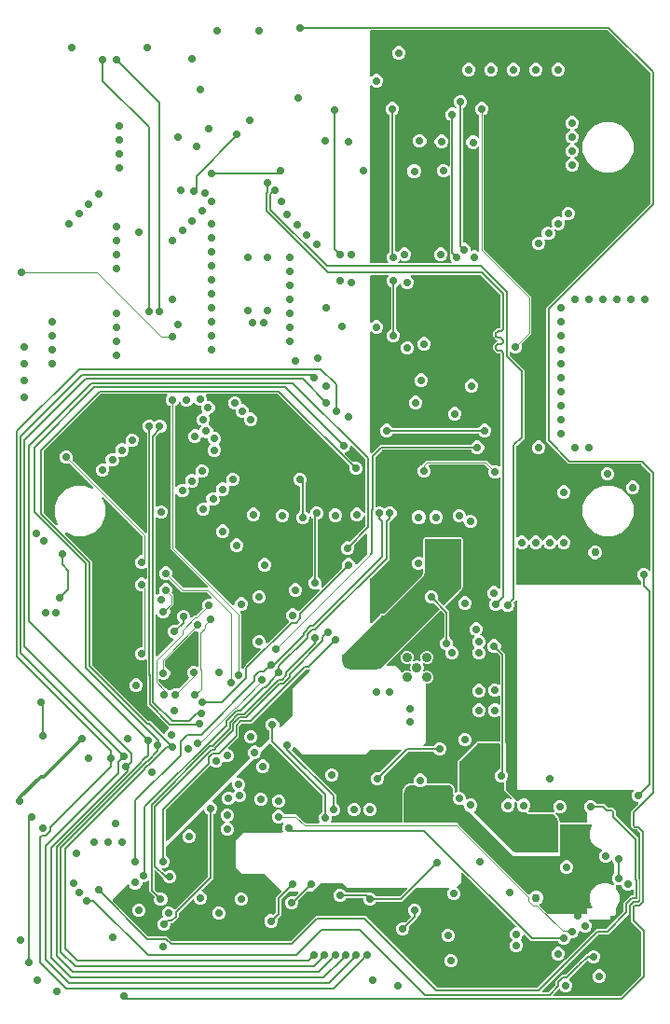
<source format=gbr>
G04 EAGLE Gerber RS-274X export*
G75*
%MOMM*%
%FSLAX34Y34*%
%LPD*%
%INCopper Layer 15*%
%IPPOS*%
%AMOC8*
5,1,8,0,0,1.08239X$1,22.5*%
G01*
%ADD10C,0.908000*%
%ADD11C,0.706400*%
%ADD12C,0.711200*%
%ADD13C,0.304800*%
%ADD14C,0.756400*%
%ADD15C,0.152400*%
%ADD16C,0.889000*%
%ADD17C,0.190500*%
%ADD18C,0.203200*%
%ADD19C,0.088900*%

G36*
X587268Y428756D02*
X587268Y428756D01*
X587287Y428754D01*
X587389Y428776D01*
X587491Y428792D01*
X587508Y428802D01*
X587528Y428806D01*
X587617Y428859D01*
X587708Y428908D01*
X587722Y428922D01*
X587739Y428932D01*
X587806Y429011D01*
X587878Y429086D01*
X587886Y429104D01*
X587899Y429119D01*
X587938Y429215D01*
X587981Y429309D01*
X587983Y429329D01*
X587991Y429347D01*
X588009Y429514D01*
X588009Y432121D01*
X587990Y432235D01*
X587973Y432352D01*
X587971Y432357D01*
X587970Y432363D01*
X587915Y432466D01*
X587862Y432571D01*
X587857Y432575D01*
X587854Y432581D01*
X587770Y432661D01*
X587686Y432743D01*
X587680Y432747D01*
X587676Y432750D01*
X587659Y432758D01*
X587539Y432824D01*
X587110Y433002D01*
X585402Y434710D01*
X584477Y436942D01*
X584477Y439358D01*
X585402Y441590D01*
X587110Y443298D01*
X589342Y444223D01*
X591758Y444223D01*
X593990Y443298D01*
X595492Y441796D01*
X595550Y441755D01*
X595602Y441705D01*
X595623Y441696D01*
X595628Y441691D01*
X595652Y441681D01*
X595691Y441653D01*
X595760Y441632D01*
X595825Y441602D01*
X595877Y441596D01*
X595927Y441580D01*
X595998Y441582D01*
X596069Y441574D01*
X596120Y441586D01*
X596172Y441587D01*
X596240Y441611D01*
X596310Y441627D01*
X596355Y441653D01*
X596403Y441671D01*
X596459Y441716D01*
X596521Y441753D01*
X596555Y441792D01*
X596595Y441825D01*
X596634Y441885D01*
X596649Y441903D01*
X596660Y441914D01*
X596661Y441916D01*
X596681Y441940D01*
X596700Y441988D01*
X596728Y442032D01*
X596745Y442098D01*
X596763Y442137D01*
X596764Y442147D01*
X596773Y442168D01*
X596781Y442239D01*
X596789Y442270D01*
X596787Y442294D01*
X596791Y442335D01*
X596791Y529597D01*
X596777Y529688D01*
X596769Y529778D01*
X596757Y529808D01*
X596752Y529840D01*
X596709Y529921D01*
X596673Y530005D01*
X596647Y530037D01*
X596636Y530058D01*
X596613Y530080D01*
X596568Y530136D01*
X588194Y538510D01*
X588120Y538563D01*
X588050Y538623D01*
X588020Y538635D01*
X587994Y538654D01*
X587907Y538681D01*
X587822Y538715D01*
X587781Y538719D01*
X587759Y538726D01*
X587727Y538725D01*
X587655Y538733D01*
X522293Y538733D01*
X501903Y559123D01*
X501903Y680397D01*
X596568Y775062D01*
X596621Y775136D01*
X596681Y775206D01*
X596693Y775236D01*
X596712Y775262D01*
X596739Y775349D01*
X596773Y775434D01*
X596777Y775475D01*
X596784Y775497D01*
X596783Y775529D01*
X596791Y775601D01*
X596791Y893180D01*
X596777Y893270D01*
X596769Y893361D01*
X596757Y893390D01*
X596752Y893422D01*
X596709Y893503D01*
X596673Y893587D01*
X596647Y893619D01*
X596636Y893640D01*
X596613Y893662D01*
X596568Y893718D01*
X558076Y932210D01*
X558002Y932263D01*
X557932Y932323D01*
X557902Y932335D01*
X557876Y932354D01*
X557789Y932381D01*
X557704Y932415D01*
X557663Y932419D01*
X557641Y932426D01*
X557609Y932425D01*
X557538Y932433D01*
X342900Y932433D01*
X342880Y932430D01*
X342861Y932432D01*
X342759Y932410D01*
X342657Y932394D01*
X342640Y932384D01*
X342620Y932380D01*
X342531Y932327D01*
X342440Y932278D01*
X342426Y932264D01*
X342409Y932254D01*
X342342Y932175D01*
X342271Y932100D01*
X342262Y932082D01*
X342249Y932067D01*
X342210Y931971D01*
X342167Y931877D01*
X342165Y931857D01*
X342157Y931839D01*
X342139Y931672D01*
X342139Y891045D01*
X342150Y890974D01*
X342152Y890902D01*
X342170Y890853D01*
X342179Y890802D01*
X342212Y890739D01*
X342237Y890671D01*
X342269Y890631D01*
X342294Y890585D01*
X342346Y890535D01*
X342390Y890479D01*
X342434Y890451D01*
X342472Y890415D01*
X342537Y890385D01*
X342597Y890346D01*
X342648Y890334D01*
X342695Y890312D01*
X342766Y890304D01*
X342836Y890286D01*
X342888Y890290D01*
X342939Y890284D01*
X343010Y890300D01*
X343081Y890305D01*
X343129Y890326D01*
X343180Y890337D01*
X343241Y890374D01*
X343307Y890402D01*
X343363Y890446D01*
X343391Y890463D01*
X343406Y890481D01*
X343438Y890506D01*
X344540Y891608D01*
X346772Y892533D01*
X349188Y892533D01*
X351420Y891608D01*
X353128Y889900D01*
X354053Y887668D01*
X354053Y885252D01*
X353128Y883020D01*
X351420Y881312D01*
X349188Y880387D01*
X346772Y880387D01*
X344540Y881312D01*
X343438Y882414D01*
X343380Y882455D01*
X343328Y882505D01*
X343281Y882527D01*
X343239Y882557D01*
X343170Y882578D01*
X343105Y882608D01*
X343053Y882614D01*
X343003Y882629D01*
X342932Y882628D01*
X342861Y882636D01*
X342810Y882624D01*
X342758Y882623D01*
X342690Y882598D01*
X342620Y882583D01*
X342576Y882557D01*
X342527Y882539D01*
X342471Y882494D01*
X342409Y882457D01*
X342375Y882418D01*
X342335Y882385D01*
X342296Y882325D01*
X342249Y882270D01*
X342230Y882222D01*
X342202Y882178D01*
X342184Y882109D01*
X342157Y882042D01*
X342149Y881971D01*
X342141Y881940D01*
X342143Y881916D01*
X342139Y881875D01*
X342139Y721677D01*
X342142Y721658D01*
X342140Y721638D01*
X342162Y721537D01*
X342179Y721435D01*
X342188Y721417D01*
X342192Y721398D01*
X342245Y721309D01*
X342294Y721217D01*
X342308Y721204D01*
X342318Y721187D01*
X342397Y721119D01*
X342472Y721048D01*
X342490Y721040D01*
X342505Y721027D01*
X342601Y720988D01*
X342695Y720944D01*
X342715Y720942D01*
X342733Y720935D01*
X342900Y720916D01*
X358318Y720916D01*
X358389Y720928D01*
X358460Y720930D01*
X358509Y720948D01*
X358561Y720956D01*
X358624Y720990D01*
X358691Y721014D01*
X358732Y721047D01*
X358778Y721071D01*
X358827Y721123D01*
X358883Y721168D01*
X358911Y721212D01*
X358947Y721249D01*
X358978Y721314D01*
X359016Y721375D01*
X359029Y721425D01*
X359051Y721472D01*
X359059Y721544D01*
X359076Y721613D01*
X359072Y721665D01*
X359078Y721717D01*
X359063Y721787D01*
X359057Y721858D01*
X359037Y721906D01*
X359026Y721957D01*
X358989Y722019D01*
X358961Y722085D01*
X358916Y722141D01*
X358900Y722168D01*
X358882Y722184D01*
X358856Y722216D01*
X358072Y723000D01*
X357147Y725232D01*
X357147Y727648D01*
X358072Y729880D01*
X359440Y731248D01*
X359493Y731322D01*
X359553Y731392D01*
X359565Y731422D01*
X359584Y731448D01*
X359611Y731535D01*
X359645Y731620D01*
X359649Y731661D01*
X359656Y731683D01*
X359655Y731715D01*
X359663Y731787D01*
X359663Y854925D01*
X359645Y855039D01*
X359627Y855156D01*
X359625Y855162D01*
X359624Y855168D01*
X359569Y855271D01*
X359516Y855376D01*
X359511Y855380D01*
X359508Y855386D01*
X359423Y855466D01*
X359340Y855548D01*
X359334Y855552D01*
X359330Y855555D01*
X359313Y855563D01*
X359193Y855629D01*
X358510Y855912D01*
X356802Y857620D01*
X355877Y859852D01*
X355877Y862268D01*
X356802Y864500D01*
X358510Y866208D01*
X360742Y867133D01*
X363158Y867133D01*
X365390Y866208D01*
X367098Y864500D01*
X368023Y862268D01*
X368023Y859852D01*
X367098Y857620D01*
X365390Y855912D01*
X364707Y855629D01*
X364607Y855567D01*
X364573Y855547D01*
X364571Y855546D01*
X364571Y855545D01*
X364507Y855507D01*
X364503Y855503D01*
X364498Y855499D01*
X364423Y855409D01*
X364347Y855320D01*
X364345Y855315D01*
X364341Y855310D01*
X364299Y855201D01*
X364255Y855092D01*
X364254Y855085D01*
X364253Y855080D01*
X364252Y855062D01*
X364237Y854925D01*
X364237Y733101D01*
X364256Y732986D01*
X364273Y732870D01*
X364275Y732864D01*
X364276Y732858D01*
X364331Y732755D01*
X364384Y732650D01*
X364389Y732646D01*
X364392Y732640D01*
X364476Y732561D01*
X364560Y732478D01*
X364566Y732475D01*
X364570Y732471D01*
X364587Y732463D01*
X364707Y732397D01*
X366660Y731588D01*
X366722Y731526D01*
X366760Y731499D01*
X366791Y731465D01*
X366859Y731428D01*
X366922Y731382D01*
X366966Y731369D01*
X367006Y731347D01*
X367083Y731333D01*
X367157Y731310D01*
X367203Y731311D01*
X367248Y731303D01*
X367325Y731314D01*
X367403Y731316D01*
X367446Y731332D01*
X367491Y731339D01*
X367561Y731374D01*
X367634Y731401D01*
X367670Y731430D01*
X367711Y731450D01*
X367765Y731506D01*
X367826Y731554D01*
X367851Y731593D01*
X367883Y731626D01*
X367949Y731746D01*
X367959Y731761D01*
X367960Y731766D01*
X367964Y731773D01*
X368232Y732420D01*
X369940Y734128D01*
X372172Y735053D01*
X374588Y735053D01*
X376820Y734128D01*
X378528Y732420D01*
X379453Y730188D01*
X379453Y727772D01*
X378528Y725540D01*
X376820Y723832D01*
X374588Y722907D01*
X372172Y722907D01*
X369940Y723832D01*
X369878Y723894D01*
X369840Y723921D01*
X369809Y723955D01*
X369741Y723992D01*
X369678Y724038D01*
X369634Y724051D01*
X369594Y724073D01*
X369517Y724087D01*
X369443Y724110D01*
X369397Y724109D01*
X369352Y724117D01*
X369275Y724106D01*
X369197Y724104D01*
X369154Y724088D01*
X369109Y724081D01*
X369039Y724046D01*
X368966Y724019D01*
X368930Y723990D01*
X368889Y723970D01*
X368835Y723914D01*
X368774Y723866D01*
X368749Y723827D01*
X368717Y723794D01*
X368651Y723674D01*
X368641Y723659D01*
X368640Y723654D01*
X368636Y723647D01*
X368368Y723000D01*
X367584Y722216D01*
X367542Y722158D01*
X367493Y722106D01*
X367471Y722058D01*
X367440Y722016D01*
X367419Y721948D01*
X367389Y721882D01*
X367383Y721831D01*
X367368Y721781D01*
X367370Y721709D01*
X367362Y721638D01*
X367373Y721587D01*
X367374Y721535D01*
X367399Y721468D01*
X367414Y721398D01*
X367441Y721353D01*
X367459Y721304D01*
X367504Y721248D01*
X367540Y721187D01*
X367580Y721153D01*
X367613Y721112D01*
X367673Y721073D01*
X367727Y721027D01*
X367776Y721007D01*
X367819Y720979D01*
X367889Y720962D01*
X367955Y720935D01*
X368027Y720927D01*
X368058Y720919D01*
X368081Y720921D01*
X368122Y720916D01*
X415468Y720916D01*
X415539Y720928D01*
X415610Y720930D01*
X415659Y720948D01*
X415711Y720956D01*
X415774Y720990D01*
X415841Y721014D01*
X415882Y721047D01*
X415928Y721071D01*
X415977Y721123D01*
X416033Y721168D01*
X416061Y721212D01*
X416097Y721249D01*
X416128Y721314D01*
X416166Y721375D01*
X416179Y721425D01*
X416201Y721472D01*
X416209Y721544D01*
X416226Y721613D01*
X416222Y721665D01*
X416228Y721717D01*
X416213Y721787D01*
X416207Y721858D01*
X416187Y721906D01*
X416176Y721957D01*
X416139Y722019D01*
X416111Y722085D01*
X416066Y722141D01*
X416050Y722168D01*
X416032Y722184D01*
X416006Y722216D01*
X415222Y723000D01*
X414297Y725232D01*
X414297Y727648D01*
X414580Y728331D01*
X414588Y728365D01*
X414589Y728367D01*
X414589Y728370D01*
X414607Y728445D01*
X414636Y728558D01*
X414635Y728565D01*
X414636Y728571D01*
X414625Y728687D01*
X414616Y728804D01*
X414614Y728809D01*
X414613Y728816D01*
X414566Y728922D01*
X414520Y729030D01*
X414515Y729036D01*
X414513Y729040D01*
X414501Y729054D01*
X414415Y729161D01*
X414273Y729303D01*
X414273Y799960D01*
X414262Y800031D01*
X414260Y800103D01*
X414242Y800152D01*
X414234Y800203D01*
X414200Y800266D01*
X414175Y800334D01*
X414143Y800374D01*
X414118Y800420D01*
X414066Y800470D01*
X414022Y800526D01*
X413978Y800554D01*
X413940Y800590D01*
X413875Y800620D01*
X413815Y800659D01*
X413764Y800672D01*
X413717Y800693D01*
X413646Y800701D01*
X413576Y800719D01*
X413524Y800715D01*
X413473Y800721D01*
X413402Y800705D01*
X413331Y800700D01*
X413283Y800679D01*
X413232Y800668D01*
X413171Y800631D01*
X413105Y800603D01*
X413049Y800559D01*
X413021Y800542D01*
X413006Y800524D01*
X412974Y800499D01*
X411999Y799524D01*
X409767Y798599D01*
X407351Y798599D01*
X405119Y799524D01*
X403411Y801232D01*
X402486Y803464D01*
X402486Y805880D01*
X403411Y808112D01*
X405119Y809820D01*
X407351Y810745D01*
X409767Y810745D01*
X411999Y809820D01*
X412974Y808845D01*
X413032Y808804D01*
X413084Y808754D01*
X413131Y808732D01*
X413173Y808702D01*
X413242Y808681D01*
X413307Y808651D01*
X413359Y808645D01*
X413409Y808629D01*
X413480Y808631D01*
X413551Y808623D01*
X413602Y808635D01*
X413654Y808636D01*
X413722Y808660D01*
X413792Y808676D01*
X413837Y808702D01*
X413885Y808720D01*
X413941Y808765D01*
X414003Y808802D01*
X414037Y808841D01*
X414077Y808874D01*
X414116Y808934D01*
X414163Y808989D01*
X414182Y809037D01*
X414210Y809081D01*
X414228Y809150D01*
X414255Y809217D01*
X414263Y809288D01*
X414271Y809319D01*
X414269Y809343D01*
X414273Y809384D01*
X414273Y849845D01*
X414254Y849960D01*
X414237Y850076D01*
X414235Y850082D01*
X414234Y850088D01*
X414179Y850191D01*
X414126Y850296D01*
X414121Y850300D01*
X414118Y850306D01*
X414034Y850385D01*
X413950Y850468D01*
X413944Y850472D01*
X413940Y850475D01*
X413923Y850483D01*
X413803Y850549D01*
X413120Y850832D01*
X411412Y852540D01*
X410487Y854772D01*
X410487Y857188D01*
X411412Y859420D01*
X413120Y861128D01*
X415352Y862053D01*
X417768Y862053D01*
X419663Y861268D01*
X419758Y861246D01*
X419851Y861217D01*
X419877Y861218D01*
X419902Y861212D01*
X419999Y861221D01*
X420097Y861223D01*
X420121Y861232D01*
X420147Y861235D01*
X420236Y861274D01*
X420328Y861308D01*
X420348Y861324D01*
X420372Y861335D01*
X420444Y861401D01*
X420520Y861461D01*
X420534Y861483D01*
X420553Y861501D01*
X420600Y861587D01*
X420653Y861668D01*
X420659Y861694D01*
X420672Y861717D01*
X420689Y861813D01*
X420713Y861907D01*
X420711Y861933D01*
X420715Y861959D01*
X420701Y862055D01*
X420694Y862152D01*
X420683Y862176D01*
X420680Y862202D01*
X420635Y862289D01*
X420597Y862378D01*
X420577Y862404D01*
X420568Y862421D01*
X420544Y862445D01*
X420492Y862509D01*
X419032Y863970D01*
X418107Y866202D01*
X418107Y868618D01*
X419032Y870850D01*
X420740Y872558D01*
X422972Y873483D01*
X425388Y873483D01*
X427620Y872558D01*
X429328Y870850D01*
X430253Y868618D01*
X430253Y866202D01*
X429328Y863970D01*
X427620Y862262D01*
X426937Y861979D01*
X426837Y861917D01*
X426737Y861857D01*
X426733Y861853D01*
X426728Y861849D01*
X426653Y861759D01*
X426577Y861670D01*
X426575Y861665D01*
X426571Y861660D01*
X426529Y861551D01*
X426485Y861442D01*
X426484Y861435D01*
X426483Y861430D01*
X426482Y861412D01*
X426467Y861275D01*
X426467Y740065D01*
X426470Y740045D01*
X426468Y740026D01*
X426490Y739924D01*
X426506Y739822D01*
X426516Y739805D01*
X426520Y739785D01*
X426573Y739696D01*
X426622Y739605D01*
X426636Y739591D01*
X426646Y739574D01*
X426725Y739507D01*
X426800Y739436D01*
X426818Y739427D01*
X426833Y739414D01*
X426929Y739375D01*
X427023Y739332D01*
X427043Y739330D01*
X427061Y739322D01*
X427228Y739304D01*
X428369Y739304D01*
X430601Y738379D01*
X432309Y736671D01*
X433234Y734439D01*
X433234Y732642D01*
X433241Y732597D01*
X433239Y732551D01*
X433261Y732476D01*
X433274Y732399D01*
X433295Y732359D01*
X433308Y732315D01*
X433352Y732251D01*
X433389Y732182D01*
X433422Y732150D01*
X433448Y732113D01*
X433510Y732066D01*
X433567Y732013D01*
X433609Y731993D01*
X433645Y731966D01*
X433719Y731942D01*
X433790Y731909D01*
X433836Y731904D01*
X433879Y731890D01*
X433957Y731890D01*
X434035Y731882D01*
X434079Y731892D01*
X434125Y731892D01*
X434257Y731930D01*
X434275Y731934D01*
X434279Y731937D01*
X434286Y731939D01*
X435672Y732513D01*
X438088Y732513D01*
X440208Y731634D01*
X440253Y731624D01*
X440295Y731605D01*
X440372Y731596D01*
X440448Y731578D01*
X440493Y731583D01*
X440539Y731578D01*
X440615Y731594D01*
X440693Y731601D01*
X440734Y731620D01*
X440779Y731630D01*
X440846Y731670D01*
X440917Y731701D01*
X440951Y731732D01*
X440990Y731756D01*
X441041Y731815D01*
X441098Y731868D01*
X441121Y731908D01*
X441150Y731943D01*
X441179Y732015D01*
X441217Y732083D01*
X441225Y732128D01*
X441242Y732171D01*
X441257Y732307D01*
X441261Y732325D01*
X441260Y732330D01*
X441261Y732338D01*
X441261Y826059D01*
X441249Y826130D01*
X441247Y826201D01*
X441229Y826250D01*
X441221Y826302D01*
X441187Y826365D01*
X441163Y826432D01*
X441130Y826473D01*
X441106Y826519D01*
X441054Y826568D01*
X441009Y826624D01*
X440965Y826652D01*
X440928Y826688D01*
X440863Y826719D01*
X440802Y826757D01*
X440752Y826770D01*
X440705Y826792D01*
X440633Y826800D01*
X440564Y826817D01*
X440512Y826813D01*
X440460Y826819D01*
X440390Y826804D01*
X440319Y826798D01*
X440271Y826778D01*
X440220Y826767D01*
X440158Y826730D01*
X440092Y826702D01*
X440036Y826657D01*
X440009Y826641D01*
X439993Y826623D01*
X439961Y826597D01*
X438923Y825559D01*
X436691Y824634D01*
X434275Y824634D01*
X432043Y825559D01*
X430335Y827267D01*
X429410Y829499D01*
X429410Y831915D01*
X430335Y834147D01*
X432043Y835855D01*
X434275Y836780D01*
X436691Y836780D01*
X438923Y835855D01*
X439961Y834817D01*
X440019Y834775D01*
X440071Y834726D01*
X440119Y834704D01*
X440161Y834673D01*
X440229Y834652D01*
X440295Y834622D01*
X440346Y834616D01*
X440396Y834601D01*
X440468Y834603D01*
X440539Y834595D01*
X440590Y834606D01*
X440642Y834607D01*
X440709Y834632D01*
X440779Y834647D01*
X440824Y834674D01*
X440873Y834692D01*
X440929Y834737D01*
X440990Y834773D01*
X441024Y834813D01*
X441065Y834846D01*
X441104Y834906D01*
X441150Y834960D01*
X441170Y835009D01*
X441198Y835052D01*
X441215Y835122D01*
X441242Y835188D01*
X441250Y835260D01*
X441258Y835291D01*
X441256Y835314D01*
X441261Y835355D01*
X441261Y854794D01*
X441242Y854909D01*
X441225Y855025D01*
X441222Y855031D01*
X441221Y855037D01*
X441167Y855139D01*
X441113Y855244D01*
X441109Y855249D01*
X441106Y855254D01*
X441022Y855334D01*
X440938Y855416D01*
X440931Y855420D01*
X440928Y855423D01*
X440911Y855431D01*
X440791Y855497D01*
X439790Y855912D01*
X438082Y857620D01*
X437157Y859852D01*
X437157Y862268D01*
X438082Y864500D01*
X439790Y866208D01*
X442022Y867133D01*
X444438Y867133D01*
X446670Y866208D01*
X448378Y864500D01*
X449303Y862268D01*
X449303Y859852D01*
X448378Y857620D01*
X446670Y855912D01*
X445669Y855497D01*
X445570Y855436D01*
X445470Y855376D01*
X445465Y855371D01*
X445460Y855368D01*
X445386Y855278D01*
X445310Y855189D01*
X445307Y855183D01*
X445303Y855178D01*
X445262Y855070D01*
X445218Y854961D01*
X445217Y854953D01*
X445215Y854949D01*
X445214Y854930D01*
X445199Y854794D01*
X445199Y733921D01*
X445214Y733831D01*
X445221Y733740D01*
X445234Y733710D01*
X445239Y733678D01*
X445282Y733598D01*
X445317Y733514D01*
X445343Y733482D01*
X445354Y733461D01*
X445377Y733439D01*
X445395Y733417D01*
X445399Y733410D01*
X445404Y733405D01*
X445422Y733383D01*
X488633Y690172D01*
X488633Y656663D01*
X479660Y647690D01*
X479593Y647596D01*
X479522Y647502D01*
X479520Y647496D01*
X479517Y647491D01*
X479483Y647380D01*
X479446Y647268D01*
X479446Y647261D01*
X479444Y647255D01*
X479447Y647139D01*
X479448Y647022D01*
X479451Y647015D01*
X479451Y647010D01*
X479457Y646992D01*
X479495Y646861D01*
X479910Y645860D01*
X479910Y643444D01*
X478985Y641212D01*
X477277Y639504D01*
X475045Y638579D01*
X472629Y638579D01*
X470397Y639504D01*
X469867Y640034D01*
X469808Y640076D01*
X469757Y640125D01*
X469709Y640147D01*
X469667Y640178D01*
X469599Y640199D01*
X469533Y640229D01*
X469482Y640235D01*
X469432Y640250D01*
X469360Y640248D01*
X469289Y640256D01*
X469238Y640245D01*
X469186Y640244D01*
X469119Y640219D01*
X469049Y640204D01*
X469004Y640177D01*
X468955Y640159D01*
X468899Y640114D01*
X468838Y640078D01*
X468804Y640038D01*
X468763Y640005D01*
X468724Y639945D01*
X468678Y639891D01*
X468658Y639842D01*
X468630Y639799D01*
X468613Y639729D01*
X468586Y639663D01*
X468578Y639591D01*
X468570Y639560D01*
X468572Y639537D01*
X468567Y639496D01*
X468567Y637381D01*
X468582Y637291D01*
X468589Y637200D01*
X468602Y637170D01*
X468607Y637138D01*
X468650Y637057D01*
X468685Y636973D01*
X468711Y636941D01*
X468722Y636921D01*
X468745Y636898D01*
X468790Y636843D01*
X481981Y623651D01*
X481981Y562072D01*
X475228Y555319D01*
X475175Y555245D01*
X475115Y555175D01*
X475103Y555145D01*
X475084Y555119D01*
X475057Y555032D01*
X475023Y554947D01*
X475019Y554906D01*
X475012Y554884D01*
X475013Y554852D01*
X475005Y554780D01*
X475005Y472731D01*
X475016Y472660D01*
X475018Y472588D01*
X475036Y472539D01*
X475044Y472488D01*
X475078Y472425D01*
X475103Y472357D01*
X475135Y472317D01*
X475160Y472271D01*
X475211Y472221D01*
X475256Y472165D01*
X475300Y472137D01*
X475338Y472101D01*
X475403Y472071D01*
X475463Y472032D01*
X475514Y472019D01*
X475561Y471998D01*
X475632Y471990D01*
X475702Y471972D01*
X475754Y471976D01*
X475805Y471970D01*
X475876Y471986D01*
X475947Y471991D01*
X475995Y472012D01*
X476046Y472023D01*
X476107Y472060D01*
X476173Y472088D01*
X476229Y472132D01*
X476257Y472149D01*
X476272Y472167D01*
X476304Y472192D01*
X476620Y472508D01*
X478852Y473433D01*
X481268Y473433D01*
X483500Y472508D01*
X485208Y470800D01*
X485707Y469596D01*
X485744Y469536D01*
X485774Y469470D01*
X485809Y469432D01*
X485836Y469387D01*
X485892Y469342D01*
X485940Y469289D01*
X485986Y469264D01*
X486026Y469231D01*
X486093Y469205D01*
X486156Y469170D01*
X486207Y469161D01*
X486255Y469142D01*
X486327Y469139D01*
X486398Y469127D01*
X486449Y469134D01*
X486501Y469132D01*
X486570Y469152D01*
X486641Y469162D01*
X486687Y469186D01*
X486737Y469201D01*
X486796Y469241D01*
X486860Y469274D01*
X486897Y469311D01*
X486939Y469341D01*
X486982Y469398D01*
X487032Y469450D01*
X487067Y469512D01*
X487086Y469538D01*
X487093Y469560D01*
X487113Y469596D01*
X487612Y470800D01*
X489320Y472508D01*
X491552Y473433D01*
X493968Y473433D01*
X496200Y472508D01*
X497908Y470800D01*
X498407Y469596D01*
X498444Y469536D01*
X498474Y469470D01*
X498509Y469432D01*
X498536Y469387D01*
X498592Y469342D01*
X498640Y469289D01*
X498686Y469264D01*
X498726Y469231D01*
X498793Y469205D01*
X498856Y469170D01*
X498907Y469161D01*
X498955Y469142D01*
X499027Y469139D01*
X499098Y469127D01*
X499149Y469134D01*
X499201Y469132D01*
X499270Y469152D01*
X499341Y469162D01*
X499387Y469186D01*
X499437Y469201D01*
X499496Y469241D01*
X499560Y469274D01*
X499597Y469311D01*
X499639Y469341D01*
X499682Y469398D01*
X499732Y469450D01*
X499767Y469512D01*
X499786Y469538D01*
X499793Y469560D01*
X499813Y469596D01*
X500312Y470800D01*
X502020Y472508D01*
X504252Y473433D01*
X506668Y473433D01*
X508900Y472508D01*
X510608Y470800D01*
X511107Y469596D01*
X511144Y469536D01*
X511174Y469470D01*
X511209Y469432D01*
X511236Y469387D01*
X511292Y469342D01*
X511340Y469289D01*
X511386Y469264D01*
X511426Y469231D01*
X511493Y469205D01*
X511556Y469170D01*
X511607Y469161D01*
X511655Y469142D01*
X511727Y469139D01*
X511798Y469127D01*
X511849Y469134D01*
X511901Y469132D01*
X511970Y469152D01*
X512041Y469162D01*
X512087Y469186D01*
X512137Y469201D01*
X512196Y469241D01*
X512260Y469274D01*
X512297Y469311D01*
X512339Y469341D01*
X512382Y469398D01*
X512432Y469450D01*
X512467Y469512D01*
X512486Y469538D01*
X512493Y469560D01*
X512513Y469596D01*
X513012Y470800D01*
X514720Y472508D01*
X516952Y473433D01*
X519368Y473433D01*
X521600Y472508D01*
X523308Y470800D01*
X524233Y468568D01*
X524233Y466152D01*
X523308Y463920D01*
X521600Y462212D01*
X519368Y461287D01*
X516952Y461287D01*
X514720Y462212D01*
X513012Y463920D01*
X512513Y465124D01*
X512476Y465185D01*
X512446Y465250D01*
X512411Y465288D01*
X512384Y465333D01*
X512328Y465378D01*
X512280Y465431D01*
X512234Y465456D01*
X512194Y465489D01*
X512127Y465515D01*
X512064Y465550D01*
X512013Y465559D01*
X511965Y465578D01*
X511893Y465581D01*
X511822Y465593D01*
X511771Y465586D01*
X511719Y465588D01*
X511650Y465568D01*
X511579Y465558D01*
X511533Y465534D01*
X511483Y465519D01*
X511424Y465479D01*
X511360Y465446D01*
X511323Y465409D01*
X511281Y465379D01*
X511238Y465322D01*
X511188Y465271D01*
X511153Y465208D01*
X511134Y465182D01*
X511127Y465160D01*
X511107Y465124D01*
X510608Y463920D01*
X508900Y462212D01*
X506668Y461287D01*
X504252Y461287D01*
X502020Y462212D01*
X500312Y463920D01*
X499813Y465124D01*
X499776Y465185D01*
X499746Y465250D01*
X499711Y465288D01*
X499684Y465333D01*
X499628Y465378D01*
X499580Y465431D01*
X499534Y465456D01*
X499494Y465489D01*
X499427Y465515D01*
X499364Y465550D01*
X499313Y465559D01*
X499265Y465578D01*
X499193Y465581D01*
X499122Y465593D01*
X499071Y465586D01*
X499019Y465588D01*
X498950Y465568D01*
X498879Y465558D01*
X498833Y465534D01*
X498783Y465519D01*
X498724Y465479D01*
X498660Y465446D01*
X498623Y465409D01*
X498581Y465379D01*
X498538Y465322D01*
X498488Y465271D01*
X498453Y465208D01*
X498434Y465182D01*
X498427Y465160D01*
X498407Y465124D01*
X497908Y463920D01*
X496200Y462212D01*
X493968Y461287D01*
X491552Y461287D01*
X489320Y462212D01*
X487612Y463920D01*
X487113Y465124D01*
X487076Y465185D01*
X487046Y465250D01*
X487011Y465288D01*
X486984Y465333D01*
X486928Y465378D01*
X486880Y465431D01*
X486834Y465456D01*
X486794Y465489D01*
X486727Y465515D01*
X486664Y465550D01*
X486613Y465559D01*
X486565Y465578D01*
X486493Y465581D01*
X486422Y465593D01*
X486371Y465586D01*
X486319Y465588D01*
X486250Y465568D01*
X486179Y465558D01*
X486133Y465534D01*
X486083Y465519D01*
X486024Y465479D01*
X485960Y465446D01*
X485923Y465409D01*
X485881Y465379D01*
X485838Y465322D01*
X485788Y465271D01*
X485753Y465208D01*
X485734Y465182D01*
X485727Y465160D01*
X485707Y465124D01*
X485208Y463920D01*
X483500Y462212D01*
X481268Y461287D01*
X478852Y461287D01*
X476620Y462212D01*
X476304Y462528D01*
X476246Y462569D01*
X476194Y462619D01*
X476147Y462641D01*
X476105Y462671D01*
X476036Y462692D01*
X475971Y462722D01*
X475919Y462728D01*
X475869Y462744D01*
X475798Y462742D01*
X475727Y462750D01*
X475676Y462738D01*
X475624Y462737D01*
X475556Y462713D01*
X475486Y462697D01*
X475441Y462671D01*
X475393Y462653D01*
X475337Y462608D01*
X475275Y462571D01*
X475241Y462532D01*
X475201Y462499D01*
X475162Y462439D01*
X475115Y462384D01*
X475096Y462336D01*
X475068Y462292D01*
X475050Y462223D01*
X475023Y462156D01*
X475015Y462085D01*
X475007Y462054D01*
X475009Y462030D01*
X475005Y461989D01*
X475005Y429514D01*
X475008Y429494D01*
X475006Y429475D01*
X475028Y429373D01*
X475044Y429271D01*
X475054Y429254D01*
X475058Y429234D01*
X475111Y429145D01*
X475160Y429054D01*
X475174Y429040D01*
X475184Y429023D01*
X475263Y428956D01*
X475338Y428884D01*
X475356Y428876D01*
X475371Y428863D01*
X475467Y428824D01*
X475561Y428781D01*
X475581Y428779D01*
X475599Y428771D01*
X475766Y428753D01*
X587248Y428753D01*
X587268Y428756D01*
G37*
G36*
X569058Y55641D02*
X569058Y55641D01*
X569148Y55649D01*
X569178Y55661D01*
X569210Y55666D01*
X569291Y55709D01*
X569375Y55745D01*
X569407Y55771D01*
X569428Y55782D01*
X569450Y55805D01*
X569506Y55850D01*
X588040Y74384D01*
X588093Y74458D01*
X588153Y74528D01*
X588165Y74558D01*
X588184Y74584D01*
X588211Y74671D01*
X588245Y74756D01*
X588249Y74797D01*
X588256Y74819D01*
X588255Y74851D01*
X588263Y74923D01*
X588263Y113675D01*
X588249Y113765D01*
X588241Y113856D01*
X588229Y113886D01*
X588224Y113918D01*
X588181Y113998D01*
X588145Y114082D01*
X588119Y114114D01*
X588108Y114135D01*
X588085Y114157D01*
X588040Y114213D01*
X580303Y121951D01*
X578740Y123513D01*
X578740Y137407D01*
X581493Y140160D01*
X585489Y140160D01*
X585579Y140174D01*
X585670Y140182D01*
X585699Y140194D01*
X585731Y140199D01*
X585812Y140242D01*
X585896Y140278D01*
X585928Y140304D01*
X585949Y140315D01*
X585971Y140338D01*
X586027Y140383D01*
X587508Y141864D01*
X587561Y141938D01*
X587587Y141968D01*
X587600Y141981D01*
X587601Y141984D01*
X587621Y142008D01*
X587633Y142038D01*
X587652Y142064D01*
X587679Y142151D01*
X587680Y142155D01*
X587703Y142204D01*
X587704Y142215D01*
X587713Y142236D01*
X587717Y142277D01*
X587724Y142299D01*
X587723Y142331D01*
X587731Y142402D01*
X587731Y203372D01*
X587717Y203462D01*
X587709Y203553D01*
X587697Y203582D01*
X587692Y203614D01*
X587649Y203695D01*
X587613Y203779D01*
X587587Y203811D01*
X587576Y203832D01*
X587553Y203854D01*
X587508Y203910D01*
X584881Y206537D01*
X584807Y206590D01*
X584737Y206650D01*
X584707Y206662D01*
X584681Y206681D01*
X584594Y206708D01*
X584509Y206742D01*
X584468Y206746D01*
X584446Y206753D01*
X584414Y206752D01*
X584343Y206760D01*
X581493Y206760D01*
X578740Y209513D01*
X578740Y223407D01*
X580303Y224969D01*
X585451Y230118D01*
X585493Y230176D01*
X585543Y230228D01*
X585565Y230275D01*
X585595Y230317D01*
X585616Y230386D01*
X585646Y230451D01*
X585652Y230503D01*
X585667Y230553D01*
X585665Y230624D01*
X585673Y230695D01*
X585662Y230746D01*
X585661Y230798D01*
X585636Y230866D01*
X585621Y230936D01*
X585594Y230980D01*
X585576Y231029D01*
X585532Y231085D01*
X585495Y231147D01*
X585455Y231181D01*
X585423Y231221D01*
X585362Y231260D01*
X585308Y231307D01*
X585260Y231326D01*
X585216Y231354D01*
X585146Y231372D01*
X585080Y231399D01*
X585008Y231407D01*
X584977Y231415D01*
X584954Y231413D01*
X584913Y231417D01*
X584262Y231417D01*
X582030Y232342D01*
X580322Y234050D01*
X579397Y236282D01*
X579397Y238698D01*
X580322Y240930D01*
X581170Y241778D01*
X581211Y241836D01*
X581261Y241888D01*
X581283Y241935D01*
X581313Y241977D01*
X581334Y242046D01*
X581364Y242111D01*
X581370Y242163D01*
X581386Y242213D01*
X581384Y242284D01*
X581392Y242355D01*
X581380Y242406D01*
X581379Y242458D01*
X581355Y242526D01*
X581339Y242596D01*
X581313Y242641D01*
X581295Y242689D01*
X581250Y242745D01*
X581213Y242807D01*
X581174Y242841D01*
X581141Y242881D01*
X581081Y242920D01*
X581026Y242967D01*
X580978Y242986D01*
X580934Y243014D01*
X580865Y243032D01*
X580798Y243059D01*
X580727Y243067D01*
X580696Y243075D01*
X580672Y243073D01*
X580631Y243077D01*
X475934Y243077D01*
X475487Y243524D01*
X475487Y414060D01*
X475476Y414131D01*
X475474Y414203D01*
X475456Y414252D01*
X475448Y414303D01*
X475414Y414366D01*
X475389Y414434D01*
X475357Y414474D01*
X475332Y414520D01*
X475280Y414570D01*
X475236Y414626D01*
X475192Y414654D01*
X475154Y414690D01*
X475089Y414720D01*
X475029Y414759D01*
X474978Y414771D01*
X474931Y414793D01*
X474860Y414801D01*
X474790Y414819D01*
X474738Y414815D01*
X474687Y414820D01*
X474616Y414805D01*
X474545Y414800D01*
X474497Y414779D01*
X474446Y414768D01*
X474385Y414731D01*
X474319Y414703D01*
X474263Y414658D01*
X474235Y414642D01*
X474220Y414624D01*
X474188Y414598D01*
X473331Y413741D01*
X472711Y413121D01*
X472642Y413026D01*
X472573Y412933D01*
X472571Y412927D01*
X472567Y412922D01*
X472533Y412810D01*
X472497Y412699D01*
X472497Y412692D01*
X472495Y412687D01*
X472498Y412570D01*
X472499Y412453D01*
X472501Y412446D01*
X472501Y412441D01*
X472508Y412423D01*
X472546Y412292D01*
X472750Y411799D01*
X472750Y409383D01*
X471825Y407151D01*
X470117Y405443D01*
X467885Y404518D01*
X465469Y404518D01*
X463237Y405443D01*
X461651Y407029D01*
X461635Y407040D01*
X461623Y407056D01*
X461535Y407112D01*
X461452Y407172D01*
X461433Y407178D01*
X461416Y407189D01*
X461315Y407214D01*
X461216Y407244D01*
X461197Y407244D01*
X461177Y407249D01*
X461074Y407241D01*
X460971Y407238D01*
X460952Y407231D01*
X460932Y407230D01*
X460837Y407189D01*
X460740Y407154D01*
X460724Y407141D01*
X460706Y407133D01*
X460575Y407029D01*
X459497Y405951D01*
X457265Y405026D01*
X454849Y405026D01*
X452617Y405951D01*
X450909Y407659D01*
X449984Y409891D01*
X449984Y412307D01*
X450909Y414539D01*
X451575Y415205D01*
X451602Y415243D01*
X451636Y415274D01*
X451673Y415342D01*
X451719Y415405D01*
X451732Y415449D01*
X451754Y415489D01*
X451768Y415566D01*
X451791Y415640D01*
X451790Y415686D01*
X451798Y415731D01*
X451787Y415808D01*
X451785Y415886D01*
X451769Y415929D01*
X451762Y415975D01*
X451727Y416044D01*
X451700Y416117D01*
X451672Y416153D01*
X451651Y416194D01*
X451595Y416248D01*
X451547Y416309D01*
X451508Y416334D01*
X451475Y416366D01*
X451356Y416432D01*
X451340Y416442D01*
X451335Y416443D01*
X451328Y416447D01*
X451220Y416492D01*
X449512Y418200D01*
X448587Y420432D01*
X448587Y422848D01*
X449512Y425080D01*
X451220Y426788D01*
X453452Y427713D01*
X455868Y427713D01*
X458100Y426788D01*
X458884Y426004D01*
X458942Y425962D01*
X458994Y425913D01*
X459042Y425891D01*
X459084Y425860D01*
X459152Y425839D01*
X459218Y425809D01*
X459269Y425803D01*
X459319Y425788D01*
X459391Y425790D01*
X459462Y425782D01*
X459513Y425793D01*
X459565Y425794D01*
X459632Y425819D01*
X459702Y425834D01*
X459747Y425861D01*
X459796Y425879D01*
X459852Y425924D01*
X459913Y425960D01*
X459947Y426000D01*
X459988Y426033D01*
X460027Y426093D01*
X460073Y426147D01*
X460093Y426196D01*
X460121Y426239D01*
X460138Y426309D01*
X460165Y426375D01*
X460173Y426447D01*
X460181Y426478D01*
X460179Y426501D01*
X460184Y426542D01*
X460184Y525831D01*
X460175Y525887D01*
X460176Y525920D01*
X460171Y525938D01*
X460169Y525978D01*
X460152Y526025D01*
X460144Y526074D01*
X460116Y526127D01*
X460107Y526156D01*
X460098Y526169D01*
X460083Y526209D01*
X460052Y526247D01*
X460029Y526291D01*
X459984Y526334D01*
X459967Y526358D01*
X459955Y526367D01*
X459928Y526400D01*
X459887Y526426D01*
X459851Y526460D01*
X459794Y526487D01*
X459770Y526505D01*
X459755Y526509D01*
X459721Y526531D01*
X459672Y526543D01*
X459628Y526564D01*
X459567Y526571D01*
X459536Y526581D01*
X459519Y526581D01*
X459482Y526590D01*
X459432Y526586D01*
X459383Y526591D01*
X459327Y526579D01*
X459290Y526578D01*
X459266Y526572D01*
X459237Y526569D01*
X459195Y526551D01*
X459185Y526548D01*
X459143Y526539D01*
X459133Y526533D01*
X459129Y526532D01*
X456757Y525549D01*
X454341Y525549D01*
X452109Y526474D01*
X450401Y528182D01*
X449476Y530414D01*
X449476Y532830D01*
X449816Y533651D01*
X449843Y533765D01*
X449872Y533878D01*
X449871Y533884D01*
X449873Y533891D01*
X449862Y534007D01*
X449853Y534123D01*
X449850Y534129D01*
X449849Y534135D01*
X449802Y534242D01*
X449756Y534350D01*
X449752Y534356D01*
X449749Y534360D01*
X449737Y534374D01*
X449651Y534481D01*
X446574Y537558D01*
X446500Y537611D01*
X446431Y537670D01*
X446401Y537682D01*
X446375Y537701D01*
X446287Y537728D01*
X446203Y537762D01*
X446162Y537767D01*
X446139Y537774D01*
X446107Y537773D01*
X446036Y537781D01*
X395935Y537781D01*
X395864Y537769D01*
X395793Y537767D01*
X395744Y537749D01*
X395692Y537741D01*
X395629Y537707D01*
X395562Y537683D01*
X395521Y537650D01*
X395475Y537626D01*
X395426Y537574D01*
X395370Y537529D01*
X395342Y537485D01*
X395306Y537448D01*
X395275Y537383D01*
X395237Y537322D01*
X395224Y537272D01*
X395202Y537225D01*
X395194Y537153D01*
X395177Y537084D01*
X395181Y537032D01*
X395175Y536980D01*
X395190Y536910D01*
X395196Y536839D01*
X395216Y536791D01*
X395227Y536740D01*
X395264Y536678D01*
X395292Y536612D01*
X395337Y536556D01*
X395353Y536529D01*
X395371Y536513D01*
X395397Y536481D01*
X396308Y535570D01*
X397233Y533338D01*
X397233Y530922D01*
X396308Y528690D01*
X394600Y526982D01*
X392368Y526057D01*
X389952Y526057D01*
X387720Y526982D01*
X386012Y528690D01*
X385087Y530922D01*
X385087Y533338D01*
X386012Y535570D01*
X387720Y537278D01*
X388815Y537732D01*
X388871Y537766D01*
X388931Y537792D01*
X388996Y537844D01*
X389024Y537861D01*
X389036Y537876D01*
X389062Y537897D01*
X390567Y539402D01*
X392884Y541719D01*
X447983Y541719D01*
X449359Y540343D01*
X452331Y537371D01*
X452425Y537303D01*
X452520Y537233D01*
X452526Y537231D01*
X452531Y537227D01*
X452642Y537193D01*
X452754Y537157D01*
X452760Y537157D01*
X452766Y537155D01*
X452883Y537158D01*
X453000Y537159D01*
X453007Y537161D01*
X453012Y537161D01*
X453029Y537168D01*
X453161Y537206D01*
X454341Y537695D01*
X456757Y537695D01*
X459129Y536712D01*
X459168Y536703D01*
X459218Y536680D01*
X459267Y536675D01*
X459314Y536660D01*
X459350Y536660D01*
X459368Y536656D01*
X459404Y536659D01*
X459462Y536653D01*
X459510Y536663D01*
X459560Y536664D01*
X459597Y536678D01*
X459613Y536679D01*
X459642Y536692D01*
X459702Y536705D01*
X459745Y536731D01*
X459792Y536747D01*
X459824Y536773D01*
X459838Y536779D01*
X459860Y536799D01*
X459913Y536831D01*
X459946Y536869D01*
X459985Y536900D01*
X460008Y536935D01*
X460019Y536946D01*
X460033Y536971D01*
X460073Y537018D01*
X460092Y537064D01*
X460119Y537106D01*
X460129Y537146D01*
X460138Y537161D01*
X460143Y537191D01*
X460165Y537246D01*
X460173Y537314D01*
X460181Y537344D01*
X460179Y537369D01*
X460184Y537413D01*
X460184Y638429D01*
X460181Y638449D01*
X460183Y638468D01*
X460161Y638570D01*
X460144Y638672D01*
X460135Y638689D01*
X460130Y638709D01*
X460077Y638798D01*
X460029Y638889D01*
X460015Y638903D01*
X460004Y638920D01*
X459926Y638987D01*
X459851Y639059D01*
X459833Y639067D01*
X459817Y639080D01*
X459721Y639119D01*
X459628Y639162D01*
X459608Y639164D01*
X459589Y639172D01*
X459423Y639190D01*
X457372Y639190D01*
X454896Y640620D01*
X453466Y643096D01*
X453466Y646080D01*
X454896Y648555D01*
X456997Y649768D01*
X457070Y649829D01*
X457149Y649884D01*
X457165Y649906D01*
X457187Y649924D01*
X457238Y650005D01*
X457294Y650082D01*
X457303Y650109D01*
X457318Y650133D01*
X457340Y650225D01*
X457369Y650316D01*
X457369Y650344D01*
X457375Y650372D01*
X457367Y650467D01*
X457365Y650562D01*
X457356Y650589D01*
X457354Y650617D01*
X457315Y650704D01*
X457284Y650794D01*
X457266Y650816D01*
X457255Y650842D01*
X457191Y650913D01*
X457132Y650988D01*
X457103Y651009D01*
X457089Y651024D01*
X457061Y651040D01*
X456997Y651087D01*
X454896Y652300D01*
X453466Y654776D01*
X453466Y657760D01*
X454896Y660236D01*
X457372Y661665D01*
X459423Y661665D01*
X459442Y661668D01*
X459462Y661666D01*
X459563Y661688D01*
X459665Y661705D01*
X459683Y661714D01*
X459702Y661718D01*
X459791Y661772D01*
X459883Y661820D01*
X459896Y661834D01*
X459913Y661845D01*
X459981Y661923D01*
X460052Y661998D01*
X460060Y662016D01*
X460073Y662032D01*
X460112Y662128D01*
X460156Y662221D01*
X460158Y662241D01*
X460165Y662260D01*
X460184Y662426D01*
X460184Y692079D01*
X460169Y692169D01*
X460162Y692260D01*
X460149Y692289D01*
X460144Y692321D01*
X460101Y692402D01*
X460066Y692486D01*
X460040Y692518D01*
X460029Y692539D01*
X460006Y692561D01*
X459961Y692617D01*
X442808Y709770D01*
X442734Y709823D01*
X442664Y709882D01*
X442634Y709895D01*
X442608Y709913D01*
X442521Y709940D01*
X442436Y709974D01*
X442395Y709979D01*
X442373Y709986D01*
X442341Y709985D01*
X442270Y709993D01*
X379933Y709993D01*
X379862Y709981D01*
X379791Y709979D01*
X379742Y709961D01*
X379690Y709953D01*
X379627Y709919D01*
X379560Y709895D01*
X379519Y709862D01*
X379473Y709838D01*
X379424Y709786D01*
X379368Y709741D01*
X379340Y709697D01*
X379304Y709660D01*
X379273Y709595D01*
X379235Y709534D01*
X379222Y709484D01*
X379200Y709437D01*
X379192Y709365D01*
X379175Y709296D01*
X379179Y709244D01*
X379173Y709192D01*
X379188Y709122D01*
X379194Y709051D01*
X379214Y709003D01*
X379225Y708952D01*
X379262Y708890D01*
X379290Y708824D01*
X379335Y708768D01*
X379351Y708741D01*
X379369Y708725D01*
X379395Y708693D01*
X381068Y707020D01*
X381993Y704788D01*
X381993Y702372D01*
X381068Y700140D01*
X379360Y698432D01*
X377128Y697507D01*
X374712Y697507D01*
X372480Y698432D01*
X370772Y700140D01*
X370010Y701979D01*
X369972Y702040D01*
X369943Y702105D01*
X369908Y702143D01*
X369881Y702188D01*
X369825Y702233D01*
X369777Y702286D01*
X369731Y702311D01*
X369691Y702344D01*
X369624Y702370D01*
X369561Y702405D01*
X369510Y702414D01*
X369462Y702433D01*
X369390Y702436D01*
X369319Y702448D01*
X369268Y702441D01*
X369216Y702443D01*
X369147Y702423D01*
X369076Y702413D01*
X369030Y702389D01*
X368980Y702374D01*
X368921Y702334D01*
X368857Y702301D01*
X368820Y702264D01*
X368778Y702234D01*
X368735Y702177D01*
X368685Y702125D01*
X368650Y702063D01*
X368631Y702037D01*
X368624Y702015D01*
X368604Y701979D01*
X368368Y701410D01*
X366660Y699702D01*
X365977Y699419D01*
X365877Y699357D01*
X365777Y699297D01*
X365773Y699293D01*
X365768Y699289D01*
X365693Y699199D01*
X365617Y699110D01*
X365615Y699105D01*
X365611Y699100D01*
X365569Y698991D01*
X365525Y698882D01*
X365524Y698875D01*
X365523Y698870D01*
X365522Y698852D01*
X365507Y698715D01*
X365507Y661455D01*
X365525Y661340D01*
X365543Y661224D01*
X365545Y661218D01*
X365546Y661212D01*
X365601Y661109D01*
X365654Y661004D01*
X365659Y661000D01*
X365662Y660994D01*
X365747Y660914D01*
X365830Y660832D01*
X365836Y660828D01*
X365840Y660825D01*
X365857Y660817D01*
X365977Y660751D01*
X366660Y660468D01*
X368368Y658760D01*
X369293Y656528D01*
X369293Y654112D01*
X368368Y651880D01*
X366660Y650172D01*
X364428Y649247D01*
X362012Y649247D01*
X359780Y650172D01*
X358072Y651880D01*
X357147Y654112D01*
X357147Y656528D01*
X358072Y658760D01*
X359780Y660468D01*
X360463Y660751D01*
X360563Y660813D01*
X360663Y660873D01*
X360667Y660877D01*
X360672Y660881D01*
X360747Y660971D01*
X360823Y661060D01*
X360825Y661065D01*
X360829Y661070D01*
X360870Y661178D01*
X360915Y661288D01*
X360916Y661295D01*
X360917Y661300D01*
X360918Y661318D01*
X360933Y661455D01*
X360933Y698715D01*
X360915Y698830D01*
X360897Y698946D01*
X360895Y698952D01*
X360894Y698958D01*
X360839Y699061D01*
X360786Y699166D01*
X360781Y699170D01*
X360778Y699176D01*
X360693Y699256D01*
X360610Y699338D01*
X360604Y699342D01*
X360600Y699345D01*
X360583Y699353D01*
X360463Y699419D01*
X359780Y699702D01*
X358072Y701410D01*
X357147Y703642D01*
X357147Y706058D01*
X358072Y708290D01*
X358475Y708693D01*
X358517Y708752D01*
X358566Y708803D01*
X358588Y708851D01*
X358619Y708893D01*
X358640Y708961D01*
X358670Y709027D01*
X358676Y709078D01*
X358691Y709128D01*
X358689Y709200D01*
X358697Y709271D01*
X358686Y709322D01*
X358685Y709374D01*
X358660Y709441D01*
X358645Y709511D01*
X358618Y709556D01*
X358600Y709605D01*
X358555Y709661D01*
X358519Y709722D01*
X358479Y709756D01*
X358447Y709797D01*
X358386Y709836D01*
X358332Y709882D01*
X358283Y709902D01*
X358240Y709930D01*
X358170Y709947D01*
X358104Y709974D01*
X358032Y709982D01*
X358001Y709990D01*
X357978Y709988D01*
X357937Y709993D01*
X342900Y709993D01*
X342880Y709990D01*
X342861Y709992D01*
X342759Y709970D01*
X342657Y709953D01*
X342640Y709944D01*
X342620Y709939D01*
X342531Y709886D01*
X342440Y709838D01*
X342426Y709824D01*
X342409Y709813D01*
X342342Y709735D01*
X342271Y709660D01*
X342262Y709642D01*
X342249Y709626D01*
X342210Y709530D01*
X342167Y709437D01*
X342165Y709417D01*
X342157Y709398D01*
X342139Y709232D01*
X342139Y667525D01*
X342150Y667454D01*
X342152Y667382D01*
X342170Y667333D01*
X342179Y667282D01*
X342212Y667219D01*
X342237Y667151D01*
X342269Y667111D01*
X342294Y667065D01*
X342346Y667015D01*
X342390Y666959D01*
X342434Y666931D01*
X342472Y666895D01*
X342537Y666865D01*
X342597Y666826D01*
X342648Y666814D01*
X342695Y666792D01*
X342766Y666784D01*
X342836Y666766D01*
X342888Y666770D01*
X342939Y666764D01*
X343010Y666780D01*
X343081Y666785D01*
X343129Y666806D01*
X343180Y666817D01*
X343241Y666854D01*
X343307Y666882D01*
X343363Y666926D01*
X343391Y666943D01*
X343406Y666961D01*
X343438Y666986D01*
X344540Y668088D01*
X346772Y669013D01*
X349188Y669013D01*
X351420Y668088D01*
X353128Y666380D01*
X354053Y664148D01*
X354053Y661732D01*
X353128Y659500D01*
X351420Y657792D01*
X349188Y656867D01*
X346772Y656867D01*
X344540Y657792D01*
X343438Y658894D01*
X343380Y658935D01*
X343328Y658985D01*
X343281Y659007D01*
X343239Y659037D01*
X343170Y659058D01*
X343105Y659088D01*
X343053Y659094D01*
X343003Y659109D01*
X342932Y659108D01*
X342861Y659116D01*
X342810Y659104D01*
X342758Y659103D01*
X342690Y659078D01*
X342620Y659063D01*
X342576Y659037D01*
X342527Y659019D01*
X342471Y658974D01*
X342409Y658937D01*
X342375Y658898D01*
X342335Y658865D01*
X342296Y658805D01*
X342249Y658750D01*
X342230Y658702D01*
X342202Y658658D01*
X342184Y658589D01*
X342157Y658522D01*
X342149Y658451D01*
X342141Y658420D01*
X342143Y658396D01*
X342139Y658355D01*
X342139Y549140D01*
X342150Y549070D01*
X342152Y548998D01*
X342170Y548949D01*
X342179Y548898D01*
X342212Y548834D01*
X342237Y548767D01*
X342269Y548726D01*
X342294Y548680D01*
X342346Y548631D01*
X342390Y548575D01*
X342434Y548547D01*
X342472Y548511D01*
X342537Y548481D01*
X342597Y548442D01*
X342648Y548429D01*
X342695Y548407D01*
X342766Y548399D01*
X342836Y548382D01*
X342888Y548386D01*
X342939Y548380D01*
X343010Y548396D01*
X343081Y548401D01*
X343129Y548421D01*
X343180Y548433D01*
X343241Y548469D01*
X343307Y548497D01*
X343363Y548542D01*
X343391Y548559D01*
X343406Y548576D01*
X343438Y548602D01*
X349280Y554444D01*
X350843Y556007D01*
X433259Y556007D01*
X433374Y556026D01*
X433490Y556043D01*
X433496Y556045D01*
X433502Y556046D01*
X433605Y556101D01*
X433710Y556154D01*
X433714Y556159D01*
X433720Y556162D01*
X433799Y556246D01*
X433882Y556330D01*
X433886Y556336D01*
X433889Y556340D01*
X433897Y556357D01*
X433963Y556477D01*
X434251Y557174D01*
X435966Y558889D01*
X438207Y559817D01*
X440633Y559817D01*
X442874Y558889D01*
X444589Y557174D01*
X445517Y554933D01*
X445517Y552507D01*
X444589Y550266D01*
X442874Y548551D01*
X440633Y547623D01*
X438207Y547623D01*
X435966Y548551D01*
X434251Y550266D01*
X433963Y550963D01*
X433901Y551063D01*
X433841Y551163D01*
X433836Y551167D01*
X433833Y551172D01*
X433744Y551247D01*
X433654Y551323D01*
X433648Y551325D01*
X433644Y551329D01*
X433536Y551371D01*
X433426Y551415D01*
X433419Y551416D01*
X433414Y551417D01*
X433396Y551418D01*
X433259Y551433D01*
X353053Y551433D01*
X352962Y551419D01*
X352872Y551411D01*
X352842Y551399D01*
X352810Y551394D01*
X352729Y551351D01*
X352645Y551315D01*
X352613Y551289D01*
X352592Y551278D01*
X352570Y551255D01*
X352514Y551210D01*
X346680Y545376D01*
X346627Y545302D01*
X346567Y545232D01*
X346555Y545202D01*
X346536Y545176D01*
X346509Y545089D01*
X346475Y545004D01*
X346471Y544963D01*
X346464Y544941D01*
X346465Y544909D01*
X346457Y544837D01*
X346457Y500145D01*
X346464Y500099D01*
X346462Y500053D01*
X346484Y499979D01*
X346496Y499902D01*
X346518Y499861D01*
X346531Y499817D01*
X346575Y499753D01*
X346612Y499685D01*
X346645Y499653D01*
X346671Y499615D01*
X346734Y499569D01*
X346790Y499515D01*
X346832Y499496D01*
X346868Y499468D01*
X346942Y499444D01*
X347013Y499412D01*
X347059Y499406D01*
X347102Y499392D01*
X347180Y499393D01*
X347257Y499384D01*
X347302Y499394D01*
X347348Y499395D01*
X347480Y499433D01*
X347498Y499437D01*
X347502Y499439D01*
X347509Y499441D01*
X349106Y500103D01*
X351522Y500103D01*
X353754Y499178D01*
X354578Y498354D01*
X354594Y498343D01*
X354606Y498327D01*
X354694Y498271D01*
X354777Y498211D01*
X354796Y498205D01*
X354813Y498194D01*
X354914Y498169D01*
X355013Y498139D01*
X355032Y498139D01*
X355052Y498134D01*
X355155Y498142D01*
X355258Y498145D01*
X355277Y498152D01*
X355297Y498153D01*
X355392Y498194D01*
X355489Y498229D01*
X355505Y498242D01*
X355523Y498250D01*
X355654Y498354D01*
X356478Y499178D01*
X358710Y500103D01*
X361126Y500103D01*
X363358Y499178D01*
X365066Y497470D01*
X365991Y495238D01*
X365991Y492822D01*
X365066Y490590D01*
X363358Y488882D01*
X362865Y488678D01*
X362766Y488616D01*
X362666Y488556D01*
X362661Y488551D01*
X362656Y488548D01*
X362582Y488459D01*
X362506Y488369D01*
X362503Y488363D01*
X362499Y488359D01*
X362458Y488251D01*
X362456Y488247D01*
X359816Y485607D01*
X359763Y485533D01*
X359704Y485463D01*
X359691Y485433D01*
X359673Y485407D01*
X359646Y485320D01*
X359612Y485235D01*
X359607Y485194D01*
X359600Y485172D01*
X359601Y485140D01*
X359593Y485069D01*
X359593Y452033D01*
X342362Y434802D01*
X342309Y434728D01*
X342249Y434658D01*
X342237Y434628D01*
X342218Y434602D01*
X342191Y434515D01*
X342157Y434430D01*
X342153Y434389D01*
X342146Y434367D01*
X342147Y434335D01*
X342139Y434263D01*
X342139Y394727D01*
X342150Y394656D01*
X342152Y394584D01*
X342170Y394535D01*
X342179Y394484D01*
X342212Y394420D01*
X342237Y394353D01*
X342269Y394312D01*
X342294Y394266D01*
X342346Y394217D01*
X342390Y394161D01*
X342434Y394133D01*
X342472Y394097D01*
X342537Y394067D01*
X342597Y394028D01*
X342648Y394015D01*
X342695Y393993D01*
X342766Y393986D01*
X342836Y393968D01*
X342888Y393972D01*
X342939Y393966D01*
X343010Y393982D01*
X343081Y393987D01*
X343129Y394007D01*
X343180Y394019D01*
X343241Y394055D01*
X343307Y394083D01*
X343363Y394128D01*
X343391Y394145D01*
X343406Y394163D01*
X343438Y394188D01*
X350811Y401561D01*
X350826Y401582D01*
X350861Y401616D01*
X351392Y402263D01*
X351395Y402264D01*
X351462Y402282D01*
X351507Y402312D01*
X351557Y402333D01*
X351562Y402337D01*
X352384Y402337D01*
X352410Y402341D01*
X352459Y402340D01*
X352857Y402380D01*
X352880Y402386D01*
X353003Y402409D01*
X353242Y402481D01*
X353264Y402492D01*
X353380Y402538D01*
X353600Y402656D01*
X353619Y402671D01*
X353724Y402739D01*
X354034Y402993D01*
X354051Y403013D01*
X354089Y403043D01*
X388847Y437801D01*
X388863Y437823D01*
X388897Y437856D01*
X389402Y438471D01*
X389414Y438492D01*
X389485Y438595D01*
X389788Y439163D01*
X389796Y439186D01*
X389846Y439301D01*
X390033Y439918D01*
X390036Y439942D01*
X390062Y440064D01*
X390140Y440855D01*
X390138Y440882D01*
X390143Y440930D01*
X390143Y442281D01*
X390136Y442326D01*
X390138Y442372D01*
X390116Y442447D01*
X390104Y442523D01*
X390082Y442564D01*
X390069Y442608D01*
X390025Y442672D01*
X389988Y442741D01*
X389955Y442772D01*
X389929Y442810D01*
X389867Y442857D01*
X389810Y442910D01*
X389768Y442930D01*
X389732Y442957D01*
X389658Y442981D01*
X389587Y443014D01*
X389541Y443019D01*
X389498Y443033D01*
X389420Y443032D01*
X389343Y443041D01*
X389298Y443031D01*
X389252Y443031D01*
X389120Y442993D01*
X389102Y442989D01*
X389098Y442986D01*
X389091Y442984D01*
X387288Y442237D01*
X384872Y442237D01*
X382640Y443162D01*
X380932Y444870D01*
X380007Y447102D01*
X380007Y449518D01*
X380932Y451750D01*
X382640Y453458D01*
X384872Y454383D01*
X387288Y454383D01*
X389091Y453636D01*
X389135Y453625D01*
X389177Y453606D01*
X389254Y453598D01*
X389330Y453580D01*
X389376Y453584D01*
X389421Y453579D01*
X389498Y453596D01*
X389575Y453603D01*
X389617Y453622D01*
X389662Y453631D01*
X389729Y453671D01*
X389800Y453703D01*
X389834Y453734D01*
X389873Y453758D01*
X389924Y453817D01*
X389981Y453869D01*
X390003Y453910D01*
X390033Y453944D01*
X390062Y454017D01*
X390099Y454085D01*
X390108Y454130D01*
X390125Y454173D01*
X390140Y454309D01*
X390143Y454327D01*
X390142Y454332D01*
X390143Y454339D01*
X390143Y470847D01*
X391483Y472187D01*
X425127Y472187D01*
X426467Y470847D01*
X426467Y430441D01*
X426475Y430387D01*
X426474Y430333D01*
X426495Y430267D01*
X426506Y430198D01*
X426532Y430150D01*
X426548Y430099D01*
X426551Y430094D01*
X426470Y429275D01*
X426472Y429249D01*
X426467Y429200D01*
X426467Y428647D01*
X426473Y428610D01*
X426472Y428600D01*
X426483Y428550D01*
X426483Y428546D01*
X426494Y428444D01*
X426504Y428420D01*
X426506Y428404D01*
X426520Y428379D01*
X426524Y428362D01*
X426333Y427735D01*
X426330Y427711D01*
X426304Y427589D01*
X426227Y426803D01*
X425855Y426107D01*
X425847Y426084D01*
X425798Y425969D01*
X425569Y425214D01*
X425068Y424604D01*
X425056Y424583D01*
X424985Y424480D01*
X424670Y423891D01*
X424660Y423886D01*
X424566Y423846D01*
X424546Y423829D01*
X424531Y423822D01*
X424508Y423799D01*
X424435Y423741D01*
X424043Y423349D01*
X424028Y423328D01*
X423993Y423294D01*
X423462Y422647D01*
X423459Y422646D01*
X423392Y422628D01*
X423347Y422598D01*
X423297Y422577D01*
X423212Y422509D01*
X423187Y422492D01*
X423180Y422483D01*
X423166Y422472D01*
X410172Y409478D01*
X410161Y409462D01*
X410145Y409450D01*
X410089Y409362D01*
X410029Y409279D01*
X410023Y409260D01*
X410012Y409243D01*
X409987Y409142D01*
X409956Y409043D01*
X409957Y409024D01*
X409952Y409004D01*
X409960Y408901D01*
X409963Y408798D01*
X409970Y408779D01*
X409971Y408759D01*
X410012Y408664D01*
X410047Y408567D01*
X410060Y408551D01*
X410067Y408533D01*
X410172Y408402D01*
X413767Y404807D01*
X413767Y382055D01*
X413786Y381940D01*
X413803Y381824D01*
X413805Y381818D01*
X413806Y381812D01*
X413861Y381709D01*
X413914Y381604D01*
X413919Y381600D01*
X413922Y381594D01*
X414006Y381515D01*
X414090Y381432D01*
X414096Y381428D01*
X414100Y381425D01*
X414117Y381417D01*
X414237Y381351D01*
X414920Y381068D01*
X416628Y379360D01*
X417553Y377128D01*
X417553Y374712D01*
X417307Y374118D01*
X417302Y374098D01*
X417292Y374081D01*
X417288Y374056D01*
X417278Y374034D01*
X417270Y373961D01*
X417250Y373878D01*
X417252Y373859D01*
X417249Y373839D01*
X417253Y373810D01*
X417251Y373790D01*
X417265Y373725D01*
X417274Y373633D01*
X417282Y373615D01*
X417285Y373596D01*
X417299Y373566D01*
X417303Y373549D01*
X417334Y373498D01*
X417374Y373409D01*
X417387Y373394D01*
X417396Y373376D01*
X417421Y373351D01*
X417429Y373338D01*
X417471Y373302D01*
X417540Y373228D01*
X417557Y373218D01*
X417572Y373204D01*
X417612Y373182D01*
X417616Y373178D01*
X417624Y373175D01*
X417719Y373123D01*
X420000Y372178D01*
X421708Y370470D01*
X422633Y368238D01*
X422633Y365822D01*
X421708Y363590D01*
X420000Y361882D01*
X417768Y360957D01*
X415352Y360957D01*
X413120Y361882D01*
X411412Y363590D01*
X410487Y365822D01*
X410487Y368238D01*
X410733Y368832D01*
X410738Y368852D01*
X410748Y368869D01*
X410766Y368971D01*
X410790Y369072D01*
X410788Y369091D01*
X410791Y369111D01*
X410776Y369214D01*
X410766Y369317D01*
X410758Y369335D01*
X410755Y369354D01*
X410709Y369447D01*
X410666Y369541D01*
X410653Y369556D01*
X410644Y369574D01*
X410570Y369646D01*
X410500Y369722D01*
X410483Y369732D01*
X410468Y369746D01*
X410321Y369827D01*
X408040Y370772D01*
X406332Y372480D01*
X405407Y374712D01*
X405407Y377128D01*
X406332Y379360D01*
X408040Y381068D01*
X408723Y381351D01*
X408823Y381413D01*
X408923Y381473D01*
X408927Y381478D01*
X408932Y381481D01*
X409007Y381570D01*
X409083Y381660D01*
X409085Y381666D01*
X409089Y381670D01*
X409131Y381778D01*
X409175Y381888D01*
X409176Y381895D01*
X409177Y381900D01*
X409178Y381918D01*
X409193Y382055D01*
X409193Y402597D01*
X409179Y402688D01*
X409171Y402778D01*
X409159Y402808D01*
X409154Y402840D01*
X409111Y402921D01*
X409075Y403005D01*
X409049Y403037D01*
X409038Y403058D01*
X409015Y403080D01*
X408970Y403136D01*
X406938Y405168D01*
X406922Y405179D01*
X406910Y405195D01*
X406822Y405251D01*
X406739Y405311D01*
X406720Y405317D01*
X406703Y405328D01*
X406602Y405353D01*
X406503Y405384D01*
X406484Y405383D01*
X406464Y405388D01*
X406361Y405380D01*
X406258Y405377D01*
X406239Y405370D01*
X406219Y405369D01*
X406124Y405329D01*
X406027Y405293D01*
X406011Y405280D01*
X405993Y405273D01*
X405862Y405168D01*
X357340Y356646D01*
X357298Y356588D01*
X357249Y356536D01*
X357227Y356489D01*
X357197Y356447D01*
X357176Y356378D01*
X357145Y356313D01*
X357140Y356261D01*
X357124Y356211D01*
X357126Y356140D01*
X357118Y356069D01*
X357129Y356018D01*
X357131Y355966D01*
X357155Y355898D01*
X357170Y355828D01*
X357197Y355783D01*
X357215Y355735D01*
X357260Y355679D01*
X357297Y355617D01*
X357336Y355583D01*
X357369Y355543D01*
X357429Y355504D01*
X357484Y355457D01*
X357532Y355438D01*
X357576Y355410D01*
X357645Y355392D01*
X357712Y355365D01*
X357783Y355357D01*
X357814Y355349D01*
X357838Y355351D01*
X357878Y355347D01*
X365568Y355347D01*
X370079Y350836D01*
X370079Y350053D01*
X370090Y349983D01*
X370092Y349911D01*
X370110Y349862D01*
X370118Y349811D01*
X370152Y349747D01*
X370177Y349680D01*
X370209Y349639D01*
X370234Y349593D01*
X370286Y349544D01*
X370330Y349488D01*
X370374Y349460D01*
X370412Y349424D01*
X370477Y349394D01*
X370537Y349355D01*
X370588Y349342D01*
X370635Y349320D01*
X370706Y349312D01*
X370776Y349295D01*
X370828Y349299D01*
X370879Y349293D01*
X370950Y349308D01*
X371021Y349314D01*
X371069Y349334D01*
X371120Y349345D01*
X371181Y349382D01*
X371247Y349410D01*
X371303Y349455D01*
X371331Y349472D01*
X371346Y349489D01*
X371378Y349515D01*
X372045Y350181D01*
X374274Y351105D01*
X376686Y351105D01*
X377940Y350585D01*
X378010Y350569D01*
X378077Y350543D01*
X378129Y350541D01*
X378179Y350529D01*
X378251Y350536D01*
X378322Y350533D01*
X378372Y350548D01*
X378424Y350552D01*
X378490Y350582D01*
X378559Y350602D01*
X378601Y350631D01*
X378649Y350652D01*
X378702Y350701D01*
X378761Y350742D01*
X378792Y350784D01*
X378830Y350819D01*
X378865Y350882D01*
X378907Y350939D01*
X378924Y350989D01*
X378949Y351034D01*
X378961Y351105D01*
X378984Y351173D01*
X378983Y351225D01*
X378992Y351276D01*
X378982Y351347D01*
X378981Y351419D01*
X378961Y351488D01*
X378957Y351520D01*
X378946Y351541D01*
X378935Y351580D01*
X378415Y352834D01*
X378415Y355246D01*
X378935Y356500D01*
X378951Y356570D01*
X378977Y356637D01*
X378979Y356689D01*
X378991Y356739D01*
X378984Y356811D01*
X378987Y356882D01*
X378972Y356932D01*
X378968Y356984D01*
X378938Y357050D01*
X378918Y357119D01*
X378889Y357161D01*
X378868Y357209D01*
X378819Y357262D01*
X378778Y357321D01*
X378736Y357352D01*
X378701Y357390D01*
X378638Y357425D01*
X378581Y357467D01*
X378531Y357484D01*
X378486Y357509D01*
X378415Y357521D01*
X378347Y357544D01*
X378295Y357543D01*
X378244Y357552D01*
X378173Y357542D01*
X378101Y357541D01*
X378032Y357521D01*
X378000Y357517D01*
X377979Y357506D01*
X377940Y357495D01*
X376686Y356975D01*
X374274Y356975D01*
X372045Y357899D01*
X370339Y359605D01*
X369415Y361834D01*
X369415Y364246D01*
X370339Y366475D01*
X372045Y368181D01*
X374274Y369105D01*
X376686Y369105D01*
X378915Y368181D01*
X380621Y366475D01*
X381545Y364246D01*
X381545Y361834D01*
X381025Y360580D01*
X381009Y360510D01*
X380983Y360443D01*
X380981Y360391D01*
X380969Y360341D01*
X380976Y360269D01*
X380973Y360198D01*
X380988Y360148D01*
X380992Y360096D01*
X381022Y360030D01*
X381042Y359961D01*
X381071Y359919D01*
X381092Y359871D01*
X381141Y359818D01*
X381182Y359759D01*
X381224Y359728D01*
X381259Y359690D01*
X381322Y359655D01*
X381379Y359613D01*
X381429Y359596D01*
X381474Y359571D01*
X381545Y359559D01*
X381613Y359536D01*
X381665Y359537D01*
X381716Y359528D01*
X381787Y359538D01*
X381859Y359539D01*
X381928Y359559D01*
X381960Y359563D01*
X381981Y359574D01*
X382020Y359585D01*
X383274Y360105D01*
X385686Y360105D01*
X386940Y359585D01*
X387010Y359569D01*
X387077Y359543D01*
X387129Y359541D01*
X387179Y359529D01*
X387251Y359536D01*
X387322Y359533D01*
X387372Y359548D01*
X387424Y359552D01*
X387490Y359582D01*
X387559Y359602D01*
X387601Y359631D01*
X387649Y359652D01*
X387702Y359701D01*
X387761Y359742D01*
X387792Y359784D01*
X387830Y359819D01*
X387865Y359882D01*
X387907Y359939D01*
X387924Y359989D01*
X387949Y360034D01*
X387961Y360105D01*
X387984Y360173D01*
X387983Y360225D01*
X387992Y360276D01*
X387982Y360347D01*
X387981Y360419D01*
X387961Y360488D01*
X387957Y360520D01*
X387946Y360541D01*
X387935Y360580D01*
X387415Y361834D01*
X387415Y364246D01*
X388339Y366475D01*
X390045Y368181D01*
X392274Y369105D01*
X394686Y369105D01*
X396915Y368181D01*
X398621Y366475D01*
X399545Y364246D01*
X399545Y361834D01*
X398621Y359605D01*
X396915Y357899D01*
X394686Y356975D01*
X392274Y356975D01*
X391020Y357495D01*
X390950Y357511D01*
X390883Y357537D01*
X390831Y357539D01*
X390781Y357551D01*
X390709Y357544D01*
X390638Y357547D01*
X390588Y357532D01*
X390536Y357528D01*
X390470Y357498D01*
X390401Y357478D01*
X390359Y357449D01*
X390311Y357428D01*
X390258Y357379D01*
X390199Y357338D01*
X390168Y357296D01*
X390130Y357261D01*
X390095Y357198D01*
X390053Y357141D01*
X390036Y357091D01*
X390011Y357046D01*
X389999Y356975D01*
X389976Y356907D01*
X389977Y356855D01*
X389968Y356804D01*
X389978Y356733D01*
X389979Y356661D01*
X389999Y356592D01*
X390003Y356560D01*
X390014Y356539D01*
X390025Y356500D01*
X390545Y355246D01*
X390545Y352834D01*
X390025Y351580D01*
X390009Y351510D01*
X389983Y351443D01*
X389981Y351391D01*
X389969Y351341D01*
X389976Y351269D01*
X389973Y351198D01*
X389988Y351148D01*
X389992Y351096D01*
X390022Y351030D01*
X390042Y350961D01*
X390071Y350919D01*
X390092Y350871D01*
X390141Y350818D01*
X390182Y350759D01*
X390224Y350728D01*
X390259Y350690D01*
X390322Y350655D01*
X390379Y350613D01*
X390429Y350596D01*
X390474Y350571D01*
X390545Y350559D01*
X390613Y350536D01*
X390665Y350537D01*
X390716Y350528D01*
X390787Y350538D01*
X390859Y350539D01*
X390928Y350559D01*
X390960Y350563D01*
X390981Y350574D01*
X391020Y350585D01*
X392274Y351105D01*
X394686Y351105D01*
X396915Y350181D01*
X398621Y348475D01*
X399545Y346246D01*
X399545Y343834D01*
X398621Y341605D01*
X396915Y339899D01*
X394686Y338975D01*
X393192Y338975D01*
X393172Y338972D01*
X393153Y338974D01*
X393051Y338952D01*
X392949Y338936D01*
X392932Y338926D01*
X392912Y338922D01*
X392823Y338869D01*
X392732Y338820D01*
X392718Y338806D01*
X392701Y338796D01*
X392634Y338717D01*
X392562Y338642D01*
X392554Y338624D01*
X392541Y338609D01*
X392502Y338513D01*
X392459Y338419D01*
X392457Y338399D01*
X392449Y338381D01*
X392431Y338214D01*
X392431Y285688D01*
X390364Y283621D01*
X390322Y283563D01*
X390273Y283511D01*
X390251Y283464D01*
X390220Y283422D01*
X390199Y283353D01*
X390169Y283288D01*
X390163Y283236D01*
X390148Y283186D01*
X390150Y283115D01*
X390142Y283044D01*
X390153Y282993D01*
X390154Y282941D01*
X390179Y282873D01*
X390194Y282803D01*
X390221Y282758D01*
X390239Y282710D01*
X390284Y282654D01*
X390320Y282592D01*
X390360Y282558D01*
X390393Y282518D01*
X390453Y282479D01*
X390507Y282432D01*
X390556Y282413D01*
X390599Y282385D01*
X390669Y282367D01*
X390735Y282340D01*
X390807Y282332D01*
X390838Y282324D01*
X390861Y282326D01*
X390902Y282322D01*
X398868Y282322D01*
X398983Y282341D01*
X399099Y282358D01*
X399105Y282360D01*
X399111Y282361D01*
X399214Y282416D01*
X399319Y282469D01*
X399323Y282474D01*
X399329Y282477D01*
X399408Y282561D01*
X399491Y282645D01*
X399495Y282651D01*
X399498Y282655D01*
X399506Y282672D01*
X399572Y282792D01*
X399855Y283475D01*
X401563Y285183D01*
X403795Y286108D01*
X406211Y286108D01*
X408443Y285183D01*
X410151Y283475D01*
X411076Y281243D01*
X411076Y278827D01*
X410151Y276595D01*
X408443Y274887D01*
X406211Y273962D01*
X403795Y273962D01*
X401563Y274887D01*
X399855Y276595D01*
X399572Y277278D01*
X399510Y277378D01*
X399450Y277478D01*
X399445Y277482D01*
X399442Y277487D01*
X399353Y277562D01*
X399263Y277638D01*
X399257Y277640D01*
X399253Y277644D01*
X399145Y277686D01*
X399035Y277730D01*
X399028Y277731D01*
X399023Y277732D01*
X399005Y277733D01*
X398868Y277748D01*
X376762Y277748D01*
X376671Y277734D01*
X376581Y277726D01*
X376551Y277714D01*
X376519Y277709D01*
X376438Y277666D01*
X376354Y277630D01*
X376322Y277604D01*
X376301Y277593D01*
X376279Y277570D01*
X376223Y277525D01*
X354284Y255586D01*
X354238Y255522D01*
X354219Y255502D01*
X354211Y255485D01*
X354146Y255397D01*
X354144Y255391D01*
X354140Y255386D01*
X354106Y255275D01*
X354070Y255163D01*
X354070Y255157D01*
X354068Y255151D01*
X354071Y255034D01*
X354072Y254917D01*
X354074Y254910D01*
X354074Y254905D01*
X354081Y254888D01*
X354119Y254756D01*
X354402Y254073D01*
X354402Y251657D01*
X353477Y249425D01*
X351769Y247717D01*
X349537Y246792D01*
X347121Y246792D01*
X344889Y247717D01*
X343181Y249425D01*
X342256Y251657D01*
X342256Y254073D01*
X343181Y256305D01*
X344889Y258013D01*
X347121Y258938D01*
X349537Y258938D01*
X350220Y258655D01*
X350334Y258628D01*
X350447Y258599D01*
X350454Y258600D01*
X350460Y258599D01*
X350576Y258610D01*
X350693Y258619D01*
X350698Y258621D01*
X350705Y258622D01*
X350812Y258669D01*
X350919Y258715D01*
X350925Y258720D01*
X350929Y258722D01*
X350943Y258734D01*
X351050Y258820D01*
X370076Y277846D01*
X370118Y277904D01*
X370167Y277956D01*
X370189Y278003D01*
X370219Y278045D01*
X370240Y278114D01*
X370271Y278179D01*
X370276Y278231D01*
X370292Y278281D01*
X370290Y278352D01*
X370298Y278423D01*
X370287Y278474D01*
X370285Y278526D01*
X370261Y278594D01*
X370246Y278664D01*
X370219Y278708D01*
X370201Y278757D01*
X370156Y278813D01*
X370119Y278875D01*
X370080Y278909D01*
X370047Y278949D01*
X369987Y278988D01*
X369932Y279035D01*
X369884Y279054D01*
X369840Y279082D01*
X369771Y279100D01*
X369704Y279127D01*
X369633Y279135D01*
X369602Y279143D01*
X369578Y279141D01*
X369538Y279145D01*
X342515Y279145D01*
X342425Y279131D01*
X342334Y279123D01*
X342304Y279111D01*
X342273Y279106D01*
X342192Y279063D01*
X342108Y279027D01*
X342076Y279001D01*
X342055Y278990D01*
X342033Y278967D01*
X341977Y278922D01*
X337628Y274573D01*
X281116Y274573D01*
X273846Y281843D01*
X273809Y281870D01*
X273778Y281904D01*
X273710Y281941D01*
X273646Y281987D01*
X273603Y282000D01*
X273562Y282022D01*
X273486Y282036D01*
X273411Y282059D01*
X273366Y282058D01*
X273320Y282066D01*
X273243Y282055D01*
X273166Y282053D01*
X273122Y282037D01*
X273077Y282030D01*
X273008Y281995D01*
X272934Y281968D01*
X272899Y281940D01*
X272858Y281919D01*
X272803Y281863D01*
X272742Y281815D01*
X272718Y281776D01*
X272685Y281743D01*
X272620Y281623D01*
X272609Y281608D01*
X272608Y281603D01*
X272605Y281596D01*
X271848Y279770D01*
X271264Y279186D01*
X271252Y279169D01*
X271237Y279157D01*
X271206Y279109D01*
X271198Y279101D01*
X271192Y279088D01*
X271180Y279070D01*
X271120Y278986D01*
X271114Y278967D01*
X271104Y278950D01*
X271078Y278849D01*
X271048Y278751D01*
X271048Y278731D01*
X271043Y278711D01*
X271051Y278609D01*
X271054Y278505D01*
X271061Y278486D01*
X271063Y278466D01*
X271103Y278372D01*
X271139Y278274D01*
X271151Y278258D01*
X271159Y278240D01*
X271264Y278109D01*
X309413Y239960D01*
X309413Y239959D01*
X311087Y238285D01*
X311087Y230846D01*
X311106Y230731D01*
X311123Y230615D01*
X311126Y230609D01*
X311127Y230603D01*
X311181Y230500D01*
X311235Y230395D01*
X311239Y230391D01*
X311242Y230385D01*
X311327Y230305D01*
X311410Y230223D01*
X311417Y230220D01*
X311420Y230216D01*
X311437Y230208D01*
X311557Y230142D01*
X312050Y229938D01*
X313758Y228230D01*
X314683Y225998D01*
X314683Y223582D01*
X313758Y221350D01*
X312050Y219642D01*
X309818Y218717D01*
X307824Y218717D01*
X307804Y218714D01*
X307785Y218716D01*
X307683Y218694D01*
X307581Y218678D01*
X307564Y218668D01*
X307544Y218664D01*
X307455Y218611D01*
X307364Y218562D01*
X307350Y218548D01*
X307333Y218538D01*
X307266Y218459D01*
X307194Y218384D01*
X307186Y218366D01*
X307173Y218351D01*
X307134Y218254D01*
X307091Y218161D01*
X307089Y218141D01*
X307081Y218123D01*
X307063Y217956D01*
X307063Y215962D01*
X306184Y213842D01*
X306174Y213797D01*
X306155Y213755D01*
X306146Y213678D01*
X306128Y213602D01*
X306133Y213557D01*
X306128Y213511D01*
X306144Y213435D01*
X306151Y213357D01*
X306170Y213316D01*
X306180Y213271D01*
X306220Y213204D01*
X306251Y213133D01*
X306282Y213099D01*
X306306Y213060D01*
X306365Y213009D01*
X306418Y212952D01*
X306458Y212929D01*
X306493Y212900D01*
X306565Y212871D01*
X306633Y212833D01*
X306678Y212825D01*
X306721Y212808D01*
X306857Y212793D01*
X306875Y212789D01*
X306880Y212790D01*
X306888Y212789D01*
X370332Y212789D01*
X370352Y212792D01*
X370371Y212790D01*
X370473Y212812D01*
X370575Y212829D01*
X370592Y212838D01*
X370612Y212843D01*
X370701Y212896D01*
X370792Y212944D01*
X370806Y212958D01*
X370823Y212969D01*
X370890Y213047D01*
X370962Y213122D01*
X370970Y213140D01*
X370983Y213156D01*
X371022Y213252D01*
X371065Y213345D01*
X371067Y213365D01*
X371075Y213384D01*
X371093Y213550D01*
X371093Y238849D01*
X371085Y238903D01*
X371086Y238957D01*
X371065Y239023D01*
X371054Y239092D01*
X371028Y239140D01*
X371012Y239192D01*
X371009Y239196D01*
X371090Y240015D01*
X371088Y240041D01*
X371093Y240089D01*
X371093Y240643D01*
X371092Y240650D01*
X371092Y240651D01*
X371077Y240744D01*
X371066Y240846D01*
X371056Y240870D01*
X371054Y240886D01*
X371038Y240915D01*
X371035Y240923D01*
X371227Y241555D01*
X371230Y241579D01*
X371256Y241701D01*
X371333Y242487D01*
X371705Y243183D01*
X371713Y243206D01*
X371762Y243321D01*
X371991Y244076D01*
X372492Y244686D01*
X372504Y244707D01*
X372522Y244734D01*
X372538Y244750D01*
X372547Y244769D01*
X372575Y244810D01*
X372890Y245399D01*
X372900Y245404D01*
X372994Y245444D01*
X373014Y245461D01*
X373029Y245468D01*
X373052Y245491D01*
X373125Y245549D01*
X373517Y245941D01*
X373532Y245962D01*
X373567Y245996D01*
X373582Y246014D01*
X373591Y246029D01*
X373603Y246041D01*
X373640Y246113D01*
X373660Y246141D01*
X373666Y246160D01*
X373705Y246227D01*
X373709Y246244D01*
X373717Y246259D01*
X373717Y246260D01*
X373864Y246381D01*
X373879Y246399D01*
X373969Y246486D01*
X374099Y246644D01*
X374164Y246662D01*
X374179Y246671D01*
X374195Y246676D01*
X374268Y246724D01*
X374278Y246728D01*
X374293Y246740D01*
X374335Y246768D01*
X374354Y246783D01*
X374363Y246793D01*
X374369Y246797D01*
X374377Y246807D01*
X374409Y246833D01*
X374471Y246895D01*
X374531Y246979D01*
X374596Y247059D01*
X374606Y247082D01*
X374615Y247095D01*
X374625Y247126D01*
X374662Y247213D01*
X374664Y247219D01*
X374847Y247318D01*
X374870Y247335D01*
X374896Y247346D01*
X374992Y247423D01*
X375008Y247424D01*
X375032Y247434D01*
X375047Y247436D01*
X375076Y247452D01*
X375163Y247487D01*
X375234Y247524D01*
X375253Y247539D01*
X375358Y247607D01*
X375612Y247815D01*
X375655Y247864D01*
X375705Y247907D01*
X375751Y247973D01*
X375789Y247985D01*
X375857Y248029D01*
X375897Y248025D01*
X375979Y248041D01*
X376012Y248043D01*
X376030Y248050D01*
X376062Y248056D01*
X376376Y248151D01*
X376397Y248161D01*
X376514Y248208D01*
X376802Y248363D01*
X376854Y248402D01*
X376912Y248434D01*
X376970Y248490D01*
X377010Y248494D01*
X377085Y248524D01*
X377124Y248513D01*
X377207Y248512D01*
X377240Y248508D01*
X377259Y248511D01*
X377291Y248511D01*
X377617Y248543D01*
X377640Y248549D01*
X377764Y248572D01*
X377841Y248595D01*
X377933Y248641D01*
X378002Y248670D01*
X378019Y248669D01*
X378184Y248700D01*
X378383Y248760D01*
X378389Y248757D01*
X378486Y248724D01*
X378581Y248685D01*
X378607Y248682D01*
X378622Y248677D01*
X378654Y248677D01*
X378748Y248667D01*
X378836Y248667D01*
X378862Y248671D01*
X378911Y248670D01*
X379743Y248752D01*
X379746Y248751D01*
X379807Y248716D01*
X379860Y248705D01*
X379910Y248685D01*
X380019Y248673D01*
X380048Y248667D01*
X380059Y248669D01*
X380077Y248667D01*
X380795Y248667D01*
X380840Y248674D01*
X380886Y248672D01*
X380961Y248694D01*
X381037Y248706D01*
X381078Y248728D01*
X381122Y248741D01*
X381186Y248785D01*
X381255Y248822D01*
X381286Y248855D01*
X381324Y248881D01*
X381370Y248943D01*
X381424Y249000D01*
X381444Y249042D01*
X381471Y249078D01*
X381495Y249152D01*
X381528Y249223D01*
X381533Y249269D01*
X381547Y249312D01*
X381546Y249390D01*
X381555Y249467D01*
X381545Y249512D01*
X381545Y249558D01*
X381507Y249690D01*
X381503Y249708D01*
X381500Y249712D01*
X381498Y249719D01*
X381277Y250252D01*
X381277Y252668D01*
X382202Y254900D01*
X383910Y256608D01*
X386142Y257533D01*
X388558Y257533D01*
X390790Y256608D01*
X392498Y254900D01*
X393423Y252668D01*
X393423Y250252D01*
X393202Y249719D01*
X393192Y249675D01*
X393172Y249633D01*
X393164Y249556D01*
X393146Y249480D01*
X393150Y249434D01*
X393145Y249389D01*
X393162Y249312D01*
X393169Y249235D01*
X393188Y249193D01*
X393197Y249148D01*
X393237Y249081D01*
X393269Y249010D01*
X393300Y248976D01*
X393324Y248937D01*
X393383Y248886D01*
X393435Y248829D01*
X393476Y248807D01*
X393510Y248777D01*
X393583Y248748D01*
X393651Y248711D01*
X393696Y248702D01*
X393739Y248685D01*
X393875Y248670D01*
X393893Y248667D01*
X393898Y248668D01*
X393905Y248667D01*
X411133Y248667D01*
X411187Y248675D01*
X411241Y248674D01*
X411307Y248695D01*
X411376Y248706D01*
X411424Y248732D01*
X411476Y248748D01*
X411480Y248751D01*
X412299Y248670D01*
X412325Y248672D01*
X412374Y248667D01*
X412462Y248667D01*
X412563Y248683D01*
X412665Y248694D01*
X412689Y248704D01*
X412705Y248706D01*
X412734Y248722D01*
X412821Y248757D01*
X412827Y248760D01*
X413026Y248700D01*
X413054Y248696D01*
X413081Y248685D01*
X413203Y248672D01*
X413215Y248662D01*
X413239Y248651D01*
X413252Y248642D01*
X413283Y248633D01*
X413369Y248595D01*
X413446Y248572D01*
X413470Y248569D01*
X413593Y248543D01*
X413919Y248511D01*
X413984Y248515D01*
X414049Y248509D01*
X414128Y248524D01*
X414164Y248505D01*
X414243Y248489D01*
X414269Y248457D01*
X414338Y248410D01*
X414363Y248389D01*
X414381Y248381D01*
X414408Y248363D01*
X414697Y248208D01*
X414719Y248200D01*
X414834Y248151D01*
X415148Y248056D01*
X415213Y248047D01*
X415276Y248029D01*
X415356Y248028D01*
X415388Y248002D01*
X415462Y247971D01*
X415481Y247935D01*
X415539Y247876D01*
X415559Y247849D01*
X415576Y247839D01*
X415598Y247815D01*
X415852Y247607D01*
X415872Y247596D01*
X415976Y247524D01*
X416265Y247370D01*
X416327Y247349D01*
X416385Y247319D01*
X416463Y247302D01*
X416489Y247271D01*
X416556Y247225D01*
X416568Y247187D01*
X416613Y247117D01*
X416628Y247087D01*
X416642Y247073D01*
X416659Y247046D01*
X416867Y246793D01*
X416885Y246777D01*
X416973Y246687D01*
X417226Y246479D01*
X417283Y246447D01*
X417334Y246405D01*
X417408Y246374D01*
X417427Y246338D01*
X417483Y246281D01*
X417488Y246240D01*
X417519Y246163D01*
X417527Y246131D01*
X417538Y246115D01*
X417550Y246085D01*
X417704Y245796D01*
X417719Y245777D01*
X417787Y245672D01*
X417995Y245418D01*
X418044Y245375D01*
X418087Y245325D01*
X418153Y245279D01*
X418165Y245241D01*
X418209Y245173D01*
X418205Y245133D01*
X418221Y245051D01*
X418223Y245018D01*
X418230Y245000D01*
X418236Y244968D01*
X418331Y244654D01*
X418341Y244633D01*
X418388Y244517D01*
X418543Y244228D01*
X418582Y244175D01*
X418614Y244118D01*
X418670Y244060D01*
X418674Y244020D01*
X418704Y243945D01*
X418693Y243906D01*
X418692Y243823D01*
X418688Y243790D01*
X418691Y243771D01*
X418691Y243739D01*
X418723Y243413D01*
X418729Y243389D01*
X418752Y243267D01*
X418775Y243190D01*
X418821Y243097D01*
X418850Y243028D01*
X418849Y243011D01*
X418880Y242846D01*
X418940Y242647D01*
X418937Y242641D01*
X418904Y242544D01*
X418865Y242449D01*
X418862Y242423D01*
X418857Y242408D01*
X418857Y242376D01*
X418847Y242282D01*
X418847Y242194D01*
X418851Y242168D01*
X418850Y242119D01*
X418934Y241272D01*
X418929Y241263D01*
X418916Y241204D01*
X418895Y241147D01*
X418892Y241084D01*
X418880Y241022D01*
X418887Y240962D01*
X418884Y240901D01*
X418902Y240841D01*
X418910Y240778D01*
X418936Y240723D01*
X418953Y240665D01*
X418989Y240613D01*
X419017Y240556D01*
X419059Y240513D01*
X419093Y240463D01*
X419144Y240425D01*
X419188Y240380D01*
X419242Y240353D01*
X419291Y240316D01*
X419351Y240297D01*
X419407Y240268D01*
X419467Y240259D01*
X419524Y240240D01*
X419588Y240241D01*
X419650Y240231D01*
X419710Y240242D01*
X419770Y240243D01*
X419861Y240269D01*
X419893Y240274D01*
X419907Y240282D01*
X419932Y240289D01*
X421233Y240828D01*
X421332Y240890D01*
X421432Y240950D01*
X421437Y240955D01*
X421442Y240958D01*
X421516Y241048D01*
X421592Y241137D01*
X421595Y241143D01*
X421599Y241147D01*
X421640Y241255D01*
X421684Y241365D01*
X421685Y241373D01*
X421687Y241377D01*
X421688Y241395D01*
X421703Y241532D01*
X421703Y268996D01*
X439074Y286367D01*
X459232Y286367D01*
X459252Y286371D01*
X459271Y286368D01*
X459373Y286390D01*
X459475Y286407D01*
X459492Y286416D01*
X459512Y286421D01*
X459601Y286474D01*
X459692Y286522D01*
X459706Y286537D01*
X459723Y286547D01*
X459790Y286626D01*
X459862Y286701D01*
X459870Y286719D01*
X459883Y286734D01*
X459922Y286830D01*
X459965Y286924D01*
X459967Y286943D01*
X459975Y286962D01*
X459993Y287129D01*
X459993Y309268D01*
X459986Y309313D01*
X459988Y309359D01*
X459966Y309434D01*
X459954Y309511D01*
X459932Y309551D01*
X459919Y309595D01*
X459875Y309659D01*
X459838Y309728D01*
X459805Y309760D01*
X459779Y309798D01*
X459716Y309844D01*
X459660Y309898D01*
X459618Y309917D01*
X459582Y309944D01*
X459508Y309968D01*
X459437Y310001D01*
X459391Y310006D01*
X459348Y310021D01*
X459270Y310020D01*
X459193Y310028D01*
X459148Y310019D01*
X459102Y310018D01*
X458970Y309980D01*
X458952Y309976D01*
X458948Y309974D01*
X458941Y309971D01*
X456630Y309014D01*
X454214Y309014D01*
X451982Y309939D01*
X450274Y311647D01*
X449349Y313879D01*
X449349Y316295D01*
X450274Y318527D01*
X451982Y320235D01*
X454214Y321160D01*
X456630Y321160D01*
X458941Y320203D01*
X458985Y320192D01*
X459027Y320173D01*
X459104Y320164D01*
X459180Y320146D01*
X459226Y320151D01*
X459271Y320146D01*
X459348Y320162D01*
X459425Y320170D01*
X459467Y320188D01*
X459512Y320198D01*
X459579Y320238D01*
X459650Y320270D01*
X459684Y320301D01*
X459723Y320324D01*
X459774Y320383D01*
X459831Y320436D01*
X459853Y320476D01*
X459883Y320511D01*
X459912Y320583D01*
X459949Y320651D01*
X459958Y320697D01*
X459975Y320739D01*
X459990Y320875D01*
X459993Y320893D01*
X459992Y320898D01*
X459993Y320906D01*
X459993Y327774D01*
X459982Y327845D01*
X459980Y327917D01*
X459962Y327966D01*
X459954Y328017D01*
X459920Y328080D01*
X459895Y328148D01*
X459863Y328189D01*
X459838Y328234D01*
X459787Y328284D01*
X459742Y328340D01*
X459698Y328368D01*
X459660Y328404D01*
X459595Y328434D01*
X459535Y328473D01*
X459484Y328486D01*
X459437Y328507D01*
X459366Y328515D01*
X459296Y328533D01*
X459244Y328529D01*
X459193Y328535D01*
X459122Y328519D01*
X459051Y328514D01*
X459003Y328493D01*
X458952Y328482D01*
X458891Y328445D01*
X458825Y328417D01*
X458769Y328373D01*
X458741Y328356D01*
X458726Y328338D01*
X458694Y328313D01*
X458608Y328227D01*
X456376Y327302D01*
X453960Y327302D01*
X451728Y328227D01*
X450020Y329935D01*
X449095Y332167D01*
X449095Y334583D01*
X450020Y336815D01*
X451728Y338523D01*
X453960Y339448D01*
X456376Y339448D01*
X458608Y338523D01*
X458694Y338437D01*
X458752Y338395D01*
X458804Y338346D01*
X458851Y338324D01*
X458893Y338294D01*
X458962Y338273D01*
X459027Y338243D01*
X459079Y338237D01*
X459128Y338221D01*
X459200Y338223D01*
X459271Y338215D01*
X459322Y338227D01*
X459374Y338228D01*
X459442Y338252D01*
X459512Y338268D01*
X459557Y338294D01*
X459605Y338312D01*
X459661Y338357D01*
X459723Y338394D01*
X459757Y338433D01*
X459797Y338466D01*
X459836Y338526D01*
X459883Y338581D01*
X459902Y338629D01*
X459930Y338673D01*
X459948Y338742D01*
X459975Y338809D01*
X459983Y338880D01*
X459991Y338911D01*
X459989Y338935D01*
X459993Y338976D01*
X459993Y364497D01*
X459979Y364588D01*
X459971Y364678D01*
X459959Y364708D01*
X459954Y364740D01*
X459911Y364821D01*
X459875Y364905D01*
X459849Y364937D01*
X459838Y364958D01*
X459815Y364980D01*
X459770Y365036D01*
X457399Y367407D01*
X457305Y367474D01*
X457211Y367545D01*
X457204Y367547D01*
X457199Y367550D01*
X457089Y367584D01*
X456977Y367621D01*
X456970Y367621D01*
X456964Y367623D01*
X456848Y367620D01*
X456731Y367619D01*
X456723Y367617D01*
X456718Y367616D01*
X456701Y367610D01*
X456570Y367572D01*
X455873Y367283D01*
X453447Y367283D01*
X451206Y368211D01*
X449491Y369926D01*
X448563Y372167D01*
X448563Y374593D01*
X449491Y376834D01*
X451206Y378549D01*
X453447Y379477D01*
X455873Y379477D01*
X458114Y378549D01*
X459829Y376834D01*
X460757Y374593D01*
X460757Y372167D01*
X460468Y371470D01*
X460441Y371357D01*
X460413Y371243D01*
X460413Y371237D01*
X460412Y371231D01*
X460423Y371114D01*
X460432Y370998D01*
X460434Y370992D01*
X460435Y370986D01*
X460483Y370879D01*
X460528Y370772D01*
X460533Y370766D01*
X460535Y370761D01*
X460548Y370748D01*
X460633Y370641D01*
X464567Y366707D01*
X464567Y286012D01*
X464581Y285922D01*
X464589Y285831D01*
X464601Y285801D01*
X464606Y285769D01*
X464649Y285688D01*
X464685Y285605D01*
X464711Y285572D01*
X464722Y285552D01*
X464745Y285530D01*
X464790Y285474D01*
X465347Y284916D01*
X465347Y260502D01*
X465362Y260412D01*
X465369Y260321D01*
X465382Y260292D01*
X465387Y260260D01*
X465430Y260179D01*
X465465Y260095D01*
X465491Y260063D01*
X465502Y260042D01*
X465525Y260020D01*
X465570Y259964D01*
X466447Y259088D01*
X467375Y256847D01*
X467375Y254421D01*
X466447Y252180D01*
X465570Y251304D01*
X465517Y251230D01*
X465458Y251161D01*
X465445Y251130D01*
X465427Y251104D01*
X465400Y251017D01*
X465366Y250932D01*
X465361Y250891D01*
X465354Y250869D01*
X465355Y250837D01*
X465347Y250766D01*
X465347Y243322D01*
X465362Y243231D01*
X465369Y243141D01*
X465382Y243111D01*
X465387Y243079D01*
X465430Y242998D01*
X465465Y242914D01*
X465491Y242882D01*
X465502Y242861D01*
X465525Y242839D01*
X465570Y242783D01*
X475808Y232545D01*
X475824Y232533D01*
X475837Y232518D01*
X475924Y232462D01*
X476008Y232401D01*
X476027Y232396D01*
X476044Y232385D01*
X476144Y232360D01*
X476243Y232329D01*
X476263Y232330D01*
X476282Y232325D01*
X476385Y232333D01*
X476489Y232335D01*
X476508Y232342D01*
X476528Y232344D01*
X476622Y232384D01*
X476720Y232420D01*
X476736Y232432D01*
X476754Y232440D01*
X476885Y232545D01*
X478189Y233849D01*
X480421Y234774D01*
X482837Y234774D01*
X485069Y233849D01*
X486777Y232141D01*
X487702Y229909D01*
X487702Y227493D01*
X486777Y225261D01*
X485473Y223957D01*
X485461Y223941D01*
X485446Y223928D01*
X485390Y223841D01*
X485329Y223757D01*
X485324Y223738D01*
X485313Y223721D01*
X485288Y223621D01*
X485257Y223522D01*
X485258Y223502D01*
X485253Y223483D01*
X485261Y223380D01*
X485263Y223276D01*
X485270Y223257D01*
X485272Y223238D01*
X485312Y223143D01*
X485348Y223045D01*
X485360Y223030D01*
X485368Y223011D01*
X485473Y222880D01*
X485943Y222410D01*
X486017Y222357D01*
X486087Y222298D01*
X486117Y222286D01*
X486143Y222267D01*
X486230Y222240D01*
X486315Y222206D01*
X486356Y222201D01*
X486378Y222194D01*
X486410Y222195D01*
X486481Y222187D01*
X508999Y222187D01*
X509070Y222199D01*
X509141Y222201D01*
X509190Y222219D01*
X509242Y222227D01*
X509305Y222260D01*
X509372Y222285D01*
X509413Y222318D01*
X509459Y222342D01*
X509508Y222394D01*
X509564Y222439D01*
X509592Y222483D01*
X509628Y222520D01*
X509659Y222586D01*
X509697Y222646D01*
X509710Y222696D01*
X509732Y222743D01*
X509740Y222815D01*
X509757Y222884D01*
X509753Y222936D01*
X509759Y222988D01*
X509744Y223058D01*
X509738Y223130D01*
X509718Y223177D01*
X509707Y223228D01*
X509670Y223290D01*
X509642Y223356D01*
X509597Y223412D01*
X509581Y223439D01*
X509563Y223455D01*
X509537Y223487D01*
X509134Y223890D01*
X508209Y226122D01*
X508209Y228538D01*
X509134Y230770D01*
X510842Y232478D01*
X513074Y233403D01*
X515490Y233403D01*
X517722Y232478D01*
X519430Y230770D01*
X520355Y228538D01*
X520355Y226122D01*
X519430Y223890D01*
X517722Y222182D01*
X515490Y221257D01*
X513074Y221257D01*
X511287Y221998D01*
X511192Y222020D01*
X511099Y222048D01*
X511073Y222048D01*
X511048Y222054D01*
X510951Y222045D01*
X510853Y222042D01*
X510829Y222033D01*
X510803Y222031D01*
X510714Y221991D01*
X510622Y221958D01*
X510602Y221941D01*
X510578Y221931D01*
X510506Y221865D01*
X510430Y221804D01*
X510416Y221782D01*
X510397Y221764D01*
X510350Y221679D01*
X510297Y221597D01*
X510291Y221572D01*
X510278Y221549D01*
X510261Y221453D01*
X510237Y221358D01*
X510239Y221332D01*
X510235Y221307D01*
X510249Y221210D01*
X510256Y221113D01*
X510267Y221089D01*
X510270Y221063D01*
X510315Y220976D01*
X510353Y220887D01*
X510373Y220861D01*
X510382Y220844D01*
X510406Y220821D01*
X510457Y220756D01*
X510882Y220331D01*
X510926Y220299D01*
X510964Y220260D01*
X511026Y220228D01*
X511082Y220187D01*
X511134Y220171D01*
X511182Y220146D01*
X511199Y220143D01*
X511764Y219454D01*
X511784Y219437D01*
X511814Y219399D01*
X512166Y219048D01*
X512249Y218988D01*
X512329Y218924D01*
X512352Y218913D01*
X512365Y218904D01*
X512396Y218895D01*
X512437Y218877D01*
X512500Y218760D01*
X512509Y218748D01*
X512517Y218727D01*
X512774Y218247D01*
X512789Y218228D01*
X512857Y218123D01*
X513370Y217498D01*
X513605Y216724D01*
X513615Y216702D01*
X513662Y216586D01*
X514043Y215873D01*
X514122Y215069D01*
X514128Y215046D01*
X514151Y214922D01*
X514309Y214401D01*
X514316Y214387D01*
X514320Y214366D01*
X514360Y214234D01*
X514344Y214188D01*
X514340Y214178D01*
X514337Y214172D01*
X514337Y214170D01*
X514306Y214092D01*
X514303Y214067D01*
X514298Y214052D01*
X514298Y214019D01*
X514287Y213926D01*
X514287Y213868D01*
X514290Y213848D01*
X514288Y213829D01*
X514310Y213727D01*
X514327Y213625D01*
X514336Y213608D01*
X514341Y213588D01*
X514394Y213499D01*
X514442Y213408D01*
X514456Y213394D01*
X514467Y213377D01*
X514545Y213310D01*
X514620Y213238D01*
X514638Y213230D01*
X514654Y213217D01*
X514750Y213178D01*
X514843Y213135D01*
X514863Y213133D01*
X514882Y213125D01*
X515048Y213107D01*
X515525Y213107D01*
X515526Y213107D01*
X515527Y213107D01*
X516751Y213111D01*
X516786Y213107D01*
X538551Y213107D01*
X538571Y213110D01*
X538590Y213108D01*
X538692Y213130D01*
X538794Y213146D01*
X538811Y213156D01*
X538831Y213160D01*
X538920Y213213D01*
X539011Y213262D01*
X539025Y213276D01*
X539042Y213286D01*
X539109Y213365D01*
X539181Y213440D01*
X539189Y213458D01*
X539202Y213473D01*
X539241Y213569D01*
X539284Y213663D01*
X539286Y213683D01*
X539294Y213701D01*
X539312Y213868D01*
X539312Y221482D01*
X539293Y221597D01*
X539276Y221713D01*
X539274Y221718D01*
X539273Y221724D01*
X539218Y221827D01*
X539165Y221932D01*
X539160Y221936D01*
X539157Y221942D01*
X539073Y222022D01*
X538989Y222104D01*
X538983Y222108D01*
X538979Y222111D01*
X538962Y222119D01*
X538852Y222179D01*
X537142Y223890D01*
X536217Y226122D01*
X536217Y228538D01*
X537142Y230770D01*
X538850Y232478D01*
X541082Y233403D01*
X543498Y233403D01*
X545730Y232478D01*
X547438Y230770D01*
X547616Y230341D01*
X547677Y230242D01*
X547738Y230141D01*
X547742Y230137D01*
X547746Y230132D01*
X547835Y230057D01*
X547924Y229981D01*
X547930Y229979D01*
X547935Y229975D01*
X548043Y229933D01*
X548153Y229889D01*
X548160Y229888D01*
X548165Y229887D01*
X548183Y229886D01*
X548319Y229871D01*
X554772Y229871D01*
X556484Y228160D01*
X556484Y228159D01*
X557752Y226891D01*
X557826Y226838D01*
X557896Y226778D01*
X557926Y226766D01*
X557952Y226747D01*
X558039Y226720D01*
X558124Y226686D01*
X558165Y226682D01*
X558187Y226675D01*
X558219Y226676D01*
X558291Y226668D01*
X562597Y226668D01*
X565648Y223617D01*
X565648Y219311D01*
X565662Y219221D01*
X565670Y219130D01*
X565682Y219100D01*
X565687Y219068D01*
X565730Y218987D01*
X565766Y218903D01*
X565792Y218871D01*
X565803Y218851D01*
X565826Y218828D01*
X565835Y218817D01*
X565842Y218805D01*
X565851Y218798D01*
X565871Y218772D01*
X583759Y200884D01*
X583760Y200884D01*
X585471Y199172D01*
X585471Y162522D01*
X585485Y162432D01*
X585493Y162341D01*
X585505Y162311D01*
X585510Y162279D01*
X585553Y162198D01*
X585589Y162114D01*
X585615Y162082D01*
X585626Y162062D01*
X585649Y162039D01*
X585694Y161983D01*
X586209Y161468D01*
X586209Y143171D01*
X584720Y141682D01*
X581178Y141682D01*
X581088Y141668D01*
X580997Y141660D01*
X580967Y141648D01*
X580935Y141643D01*
X580854Y141600D01*
X580771Y141564D01*
X580738Y141538D01*
X580718Y141527D01*
X580696Y141504D01*
X580640Y141459D01*
X577441Y138260D01*
X577388Y138186D01*
X577328Y138117D01*
X577316Y138087D01*
X577297Y138061D01*
X577270Y137974D01*
X577236Y137889D01*
X577232Y137848D01*
X577225Y137826D01*
X577226Y137793D01*
X577218Y137722D01*
X577218Y130395D01*
X575506Y128683D01*
X560294Y113471D01*
X560294Y113470D01*
X558582Y111759D01*
X550008Y111759D01*
X549918Y111745D01*
X549827Y111737D01*
X549797Y111725D01*
X549765Y111720D01*
X549684Y111677D01*
X549600Y111641D01*
X549568Y111615D01*
X549548Y111604D01*
X549525Y111581D01*
X549469Y111536D01*
X522957Y85024D01*
X522924Y85007D01*
X522841Y84971D01*
X522808Y84945D01*
X522788Y84934D01*
X522766Y84911D01*
X522710Y84866D01*
X498199Y60355D01*
X498157Y60297D01*
X498107Y60245D01*
X498085Y60198D01*
X498055Y60156D01*
X498034Y60087D01*
X498004Y60022D01*
X497998Y59970D01*
X497983Y59920D01*
X497985Y59849D01*
X497977Y59778D01*
X497988Y59727D01*
X497989Y59675D01*
X498014Y59607D01*
X498029Y59537D01*
X498056Y59492D01*
X498073Y59444D01*
X498118Y59388D01*
X498155Y59326D01*
X498195Y59292D01*
X498227Y59252D01*
X498287Y59213D01*
X498342Y59166D01*
X498390Y59147D01*
X498434Y59119D01*
X498504Y59101D01*
X498570Y59074D01*
X498641Y59066D01*
X498673Y59058D01*
X498696Y59060D01*
X498737Y59056D01*
X503504Y59056D01*
X503594Y59070D01*
X503685Y59078D01*
X503714Y59090D01*
X503746Y59095D01*
X503827Y59138D01*
X503911Y59174D01*
X503943Y59200D01*
X503964Y59211D01*
X503986Y59234D01*
X504042Y59279D01*
X510100Y65337D01*
X510153Y65411D01*
X510213Y65481D01*
X510225Y65511D01*
X510244Y65537D01*
X510271Y65624D01*
X510305Y65709D01*
X510309Y65750D01*
X510316Y65772D01*
X510315Y65804D01*
X510323Y65875D01*
X510323Y69086D01*
X515889Y74652D01*
X519100Y74652D01*
X519190Y74666D01*
X519281Y74674D01*
X519310Y74686D01*
X519342Y74691D01*
X519423Y74734D01*
X519507Y74770D01*
X519539Y74796D01*
X519560Y74807D01*
X519565Y74812D01*
X519566Y74813D01*
X519583Y74831D01*
X519638Y74875D01*
X529054Y84291D01*
X529107Y84365D01*
X529166Y84434D01*
X529179Y84464D01*
X529197Y84490D01*
X529212Y84539D01*
X538508Y93835D01*
X538947Y93835D01*
X539062Y93853D01*
X539178Y93870D01*
X539183Y93873D01*
X539190Y93874D01*
X539292Y93929D01*
X539397Y93982D01*
X539401Y93987D01*
X539407Y93989D01*
X539487Y94074D01*
X539569Y94158D01*
X539573Y94164D01*
X539576Y94168D01*
X539584Y94185D01*
X539650Y94305D01*
X539828Y94734D01*
X541536Y96442D01*
X543768Y97367D01*
X546184Y97367D01*
X548416Y96442D01*
X550124Y94734D01*
X551049Y92502D01*
X551049Y90086D01*
X550124Y87854D01*
X548416Y86146D01*
X546184Y85221D01*
X543768Y85221D01*
X541536Y86146D01*
X540309Y87373D01*
X540293Y87384D01*
X540280Y87400D01*
X540193Y87456D01*
X540109Y87516D01*
X540090Y87522D01*
X540074Y87533D01*
X539973Y87558D01*
X539874Y87589D01*
X539854Y87588D01*
X539835Y87593D01*
X539732Y87585D01*
X539628Y87582D01*
X539610Y87575D01*
X539590Y87574D01*
X539495Y87534D01*
X539397Y87498D01*
X539382Y87485D01*
X539363Y87478D01*
X539232Y87373D01*
X532805Y80945D01*
X532772Y80928D01*
X532688Y80892D01*
X532656Y80866D01*
X532635Y80855D01*
X532613Y80832D01*
X532557Y80787D01*
X523205Y71435D01*
X523193Y71419D01*
X523178Y71406D01*
X523122Y71319D01*
X523061Y71235D01*
X523055Y71216D01*
X523045Y71199D01*
X523019Y71099D01*
X522989Y71000D01*
X522989Y70980D01*
X522985Y70961D01*
X522993Y70858D01*
X522995Y70754D01*
X523002Y70735D01*
X523004Y70716D01*
X523044Y70621D01*
X523080Y70523D01*
X523092Y70508D01*
X523100Y70489D01*
X523205Y70358D01*
X524973Y68590D01*
X525898Y66358D01*
X525898Y63942D01*
X524973Y61710D01*
X523265Y60002D01*
X521033Y59077D01*
X518617Y59077D01*
X516385Y60002D01*
X514617Y61770D01*
X514600Y61782D01*
X514588Y61797D01*
X514501Y61854D01*
X514417Y61914D01*
X514398Y61920D01*
X514381Y61930D01*
X514281Y61956D01*
X514182Y61986D01*
X514162Y61986D01*
X514143Y61990D01*
X514040Y61982D01*
X513936Y61980D01*
X513917Y61973D01*
X513897Y61971D01*
X513803Y61931D01*
X513705Y61895D01*
X513689Y61883D01*
X513671Y61875D01*
X513540Y61770D01*
X508696Y56926D01*
X508654Y56868D01*
X508605Y56816D01*
X508583Y56769D01*
X508553Y56727D01*
X508531Y56658D01*
X508501Y56593D01*
X508495Y56541D01*
X508480Y56491D01*
X508482Y56420D01*
X508474Y56349D01*
X508485Y56298D01*
X508487Y56246D01*
X508511Y56178D01*
X508526Y56108D01*
X508553Y56064D01*
X508571Y56015D01*
X508616Y55959D01*
X508653Y55897D01*
X508692Y55863D01*
X508725Y55823D01*
X508785Y55784D01*
X508839Y55737D01*
X508888Y55718D01*
X508932Y55690D01*
X509001Y55672D01*
X509068Y55645D01*
X509139Y55637D01*
X509170Y55629D01*
X509193Y55631D01*
X509234Y55627D01*
X568967Y55627D01*
X569058Y55641D01*
G37*
G36*
X494049Y63452D02*
X494049Y63452D01*
X494140Y63459D01*
X494169Y63472D01*
X494201Y63477D01*
X494282Y63520D01*
X494366Y63555D01*
X494398Y63581D01*
X494419Y63592D01*
X494441Y63615D01*
X494497Y63660D01*
X519206Y88370D01*
X519259Y88444D01*
X519319Y88513D01*
X519331Y88543D01*
X519350Y88569D01*
X519365Y88618D01*
X547588Y116841D01*
X556162Y116841D01*
X556252Y116855D01*
X556343Y116863D01*
X556373Y116875D01*
X556405Y116880D01*
X556486Y116923D01*
X556570Y116959D01*
X556602Y116985D01*
X556622Y116996D01*
X556645Y117019D01*
X556701Y117064D01*
X571913Y132276D01*
X571966Y132350D01*
X572026Y132420D01*
X572038Y132450D01*
X572057Y132476D01*
X572084Y132563D01*
X572118Y132648D01*
X572122Y132689D01*
X572129Y132711D01*
X572128Y132743D01*
X572136Y132815D01*
X572136Y140142D01*
X578758Y146764D01*
X580366Y146764D01*
X580386Y146767D01*
X580405Y146765D01*
X580507Y146787D01*
X580609Y146803D01*
X580626Y146813D01*
X580646Y146817D01*
X580735Y146870D01*
X580826Y146919D01*
X580840Y146933D01*
X580857Y146943D01*
X580924Y147022D01*
X580996Y147097D01*
X581004Y147115D01*
X581017Y147130D01*
X581056Y147226D01*
X581099Y147320D01*
X581101Y147340D01*
X581109Y147358D01*
X581127Y147525D01*
X581127Y151651D01*
X581120Y151696D01*
X581122Y151742D01*
X581100Y151817D01*
X581088Y151894D01*
X581066Y151934D01*
X581053Y151979D01*
X581009Y152043D01*
X580972Y152111D01*
X580939Y152143D01*
X580913Y152181D01*
X580850Y152227D01*
X580794Y152281D01*
X580752Y152300D01*
X580716Y152327D01*
X580642Y152352D01*
X580571Y152384D01*
X580525Y152389D01*
X580482Y152404D01*
X580404Y152403D01*
X580327Y152411D01*
X580282Y152402D01*
X580236Y152401D01*
X580104Y152363D01*
X580086Y152359D01*
X580082Y152357D01*
X580075Y152354D01*
X577788Y151407D01*
X575372Y151407D01*
X573140Y152332D01*
X571432Y154040D01*
X570584Y156087D01*
X570573Y156104D01*
X570568Y156123D01*
X570509Y156208D01*
X570454Y156296D01*
X570439Y156309D01*
X570427Y156325D01*
X570345Y156387D01*
X570265Y156453D01*
X570246Y156460D01*
X570230Y156472D01*
X570132Y156504D01*
X570035Y156541D01*
X570015Y156542D01*
X569996Y156548D01*
X569893Y156547D01*
X569789Y156552D01*
X569770Y156546D01*
X569750Y156546D01*
X569589Y156499D01*
X569092Y156293D01*
X566676Y156293D01*
X565949Y156594D01*
X565905Y156605D01*
X565863Y156624D01*
X565786Y156633D01*
X565710Y156651D01*
X565664Y156646D01*
X565619Y156651D01*
X565542Y156635D01*
X565465Y156627D01*
X565423Y156609D01*
X565378Y156599D01*
X565311Y156559D01*
X565240Y156527D01*
X565206Y156496D01*
X565167Y156473D01*
X565116Y156414D01*
X565059Y156361D01*
X565037Y156321D01*
X565007Y156286D01*
X564978Y156214D01*
X564941Y156146D01*
X564932Y156100D01*
X564915Y156058D01*
X564900Y155922D01*
X564897Y155903D01*
X564898Y155899D01*
X564897Y155891D01*
X564897Y153834D01*
X564904Y153789D01*
X564905Y153785D01*
X564911Y153744D01*
X564919Y153653D01*
X564931Y153623D01*
X564936Y153591D01*
X564954Y153558D01*
X564956Y153548D01*
X564981Y153507D01*
X565015Y153427D01*
X565041Y153395D01*
X565052Y153374D01*
X565072Y153355D01*
X565082Y153337D01*
X565096Y153325D01*
X565120Y153296D01*
X566259Y152157D01*
X568301Y147228D01*
X568301Y141892D01*
X566259Y136963D01*
X565120Y135824D01*
X565067Y135750D01*
X565007Y135681D01*
X564995Y135651D01*
X564976Y135624D01*
X564949Y135537D01*
X564915Y135453D01*
X564911Y135412D01*
X564904Y135389D01*
X564905Y135357D01*
X564897Y135286D01*
X564897Y129863D01*
X563557Y128523D01*
X561329Y128523D01*
X561309Y128520D01*
X561290Y128522D01*
X561188Y128500D01*
X561086Y128484D01*
X561069Y128474D01*
X561049Y128470D01*
X560960Y128417D01*
X560869Y128368D01*
X560855Y128354D01*
X560838Y128344D01*
X560771Y128265D01*
X560699Y128190D01*
X560691Y128172D01*
X560678Y128157D01*
X560639Y128061D01*
X560596Y127967D01*
X560594Y127947D01*
X560586Y127929D01*
X560568Y127762D01*
X560568Y125407D01*
X560493Y125332D01*
X541684Y125332D01*
X541613Y125321D01*
X541541Y125319D01*
X541492Y125301D01*
X541441Y125293D01*
X541378Y125259D01*
X541310Y125234D01*
X541270Y125202D01*
X541224Y125177D01*
X541174Y125125D01*
X541118Y125081D01*
X541090Y125037D01*
X541054Y124999D01*
X541024Y124934D01*
X540985Y124874D01*
X540972Y124823D01*
X540951Y124776D01*
X540943Y124705D01*
X540925Y124635D01*
X540929Y124583D01*
X540923Y124532D01*
X540939Y124461D01*
X540944Y124390D01*
X540965Y124342D01*
X540976Y124291D01*
X541013Y124230D01*
X541041Y124164D01*
X541085Y124108D01*
X541102Y124080D01*
X541120Y124065D01*
X541145Y124033D01*
X542358Y122820D01*
X543283Y120588D01*
X543283Y118172D01*
X542358Y115940D01*
X540650Y114232D01*
X538418Y113307D01*
X536002Y113307D01*
X533770Y114232D01*
X533152Y114850D01*
X533094Y114891D01*
X533042Y114941D01*
X532995Y114963D01*
X532953Y114993D01*
X532884Y115014D01*
X532819Y115044D01*
X532767Y115050D01*
X532717Y115066D01*
X532646Y115064D01*
X532575Y115072D01*
X532524Y115060D01*
X532472Y115059D01*
X532404Y115035D01*
X532334Y115019D01*
X532289Y114993D01*
X532241Y114975D01*
X532185Y114930D01*
X532123Y114893D01*
X532089Y114854D01*
X532049Y114821D01*
X532010Y114761D01*
X531963Y114706D01*
X531944Y114658D01*
X531916Y114614D01*
X531898Y114545D01*
X531871Y114478D01*
X531863Y114407D01*
X531855Y114376D01*
X531857Y114352D01*
X531853Y114311D01*
X531853Y113092D01*
X530928Y110860D01*
X529220Y109152D01*
X526988Y108227D01*
X524994Y108227D01*
X524974Y108224D01*
X524955Y108226D01*
X524853Y108204D01*
X524751Y108188D01*
X524734Y108178D01*
X524714Y108174D01*
X524625Y108121D01*
X524534Y108072D01*
X524520Y108058D01*
X524503Y108048D01*
X524436Y107969D01*
X524364Y107894D01*
X524356Y107876D01*
X524343Y107861D01*
X524304Y107765D01*
X524261Y107671D01*
X524259Y107651D01*
X524251Y107633D01*
X524233Y107466D01*
X524233Y106742D01*
X523308Y104510D01*
X521600Y102802D01*
X519368Y101877D01*
X516952Y101877D01*
X514720Y102802D01*
X513012Y104510D01*
X512729Y105193D01*
X512667Y105293D01*
X512607Y105393D01*
X512603Y105397D01*
X512599Y105402D01*
X512509Y105477D01*
X512420Y105553D01*
X512415Y105555D01*
X512410Y105559D01*
X512301Y105601D01*
X512192Y105645D01*
X512185Y105646D01*
X512180Y105647D01*
X512162Y105648D01*
X512025Y105663D01*
X488003Y105663D01*
X482352Y111314D01*
X482294Y111356D01*
X482242Y111405D01*
X482195Y111427D01*
X482153Y111457D01*
X482084Y111478D01*
X482019Y111509D01*
X481967Y111514D01*
X481917Y111530D01*
X481846Y111528D01*
X481775Y111536D01*
X481724Y111525D01*
X481672Y111523D01*
X481604Y111499D01*
X481534Y111484D01*
X481489Y111457D01*
X481441Y111439D01*
X481385Y111394D01*
X481323Y111357D01*
X481289Y111318D01*
X481249Y111285D01*
X481210Y111225D01*
X481163Y111170D01*
X481144Y111122D01*
X481116Y111078D01*
X481098Y111009D01*
X481071Y110942D01*
X481063Y110871D01*
X481055Y110840D01*
X481057Y110816D01*
X481053Y110776D01*
X481053Y110552D01*
X480128Y108320D01*
X479026Y107218D01*
X479015Y107202D01*
X478999Y107190D01*
X478943Y107102D01*
X478883Y107019D01*
X478877Y107000D01*
X478866Y106983D01*
X478841Y106882D01*
X478811Y106783D01*
X478811Y106764D01*
X478806Y106744D01*
X478814Y106641D01*
X478817Y106538D01*
X478824Y106519D01*
X478825Y106499D01*
X478866Y106404D01*
X478901Y106307D01*
X478914Y106291D01*
X478922Y106273D01*
X479026Y106142D01*
X480128Y105040D01*
X481053Y102808D01*
X481053Y100392D01*
X480128Y98160D01*
X478420Y96452D01*
X476188Y95527D01*
X473772Y95527D01*
X471540Y96452D01*
X469832Y98160D01*
X468907Y100392D01*
X468907Y102808D01*
X469832Y105040D01*
X470934Y106142D01*
X470945Y106158D01*
X470961Y106170D01*
X471017Y106258D01*
X471077Y106341D01*
X471083Y106360D01*
X471094Y106377D01*
X471119Y106478D01*
X471149Y106577D01*
X471149Y106596D01*
X471154Y106616D01*
X471146Y106719D01*
X471143Y106822D01*
X471136Y106841D01*
X471135Y106861D01*
X471094Y106956D01*
X471059Y107053D01*
X471046Y107069D01*
X471038Y107087D01*
X470934Y107218D01*
X469832Y108320D01*
X468907Y110552D01*
X468907Y112968D01*
X469832Y115200D01*
X471540Y116908D01*
X473772Y117833D01*
X473996Y117833D01*
X474066Y117844D01*
X474138Y117846D01*
X474187Y117864D01*
X474238Y117872D01*
X474302Y117906D01*
X474369Y117931D01*
X474410Y117963D01*
X474456Y117988D01*
X474505Y118039D01*
X474561Y118084D01*
X474589Y118128D01*
X474625Y118166D01*
X474655Y118231D01*
X474694Y118291D01*
X474707Y118342D01*
X474729Y118389D01*
X474737Y118460D01*
X474754Y118530D01*
X474750Y118582D01*
X474756Y118633D01*
X474741Y118704D01*
X474735Y118775D01*
X474715Y118823D01*
X474704Y118874D01*
X474667Y118935D01*
X474639Y119001D01*
X474594Y119057D01*
X474577Y119085D01*
X474560Y119100D01*
X474534Y119132D01*
X426242Y167424D01*
X426184Y167466D01*
X426132Y167515D01*
X426085Y167537D01*
X426043Y167567D01*
X425974Y167588D01*
X425909Y167619D01*
X425857Y167624D01*
X425807Y167640D01*
X425736Y167638D01*
X425665Y167646D01*
X425614Y167635D01*
X425562Y167633D01*
X425494Y167609D01*
X425424Y167594D01*
X425380Y167567D01*
X425331Y167549D01*
X425275Y167504D01*
X425213Y167467D01*
X425179Y167428D01*
X425139Y167395D01*
X425100Y167335D01*
X425053Y167280D01*
X425034Y167232D01*
X425006Y167188D01*
X424988Y167119D01*
X424961Y167052D01*
X424953Y166981D01*
X424945Y166950D01*
X424947Y166926D01*
X424943Y166886D01*
X424943Y161835D01*
X424951Y161782D01*
X424950Y161728D01*
X424971Y161661D01*
X424979Y161616D01*
X424946Y161290D01*
X424948Y161263D01*
X424943Y161215D01*
X424943Y160880D01*
X424920Y160837D01*
X424898Y160730D01*
X424889Y160701D01*
X424889Y160690D01*
X424886Y160673D01*
X424862Y160437D01*
X424863Y160420D01*
X424860Y160403D01*
X424871Y160298D01*
X424878Y160191D01*
X424884Y160175D01*
X424886Y160159D01*
X424887Y160157D01*
X424831Y159973D01*
X424828Y159950D01*
X424802Y159827D01*
X424782Y159622D01*
X424737Y159570D01*
X424730Y159555D01*
X424720Y159542D01*
X424654Y159387D01*
X424561Y159081D01*
X424559Y159064D01*
X424552Y159049D01*
X424542Y158942D01*
X424528Y158837D01*
X424531Y158821D01*
X424530Y158804D01*
X424530Y158802D01*
X424440Y158633D01*
X424432Y158610D01*
X424383Y158495D01*
X424323Y158297D01*
X424269Y158256D01*
X424259Y158242D01*
X424246Y158231D01*
X424151Y158093D01*
X424000Y157810D01*
X423995Y157794D01*
X423985Y157781D01*
X423955Y157678D01*
X423921Y157577D01*
X423921Y157561D01*
X423916Y157545D01*
X423916Y157542D01*
X423795Y157394D01*
X423783Y157373D01*
X423712Y157270D01*
X423615Y157088D01*
X423553Y157058D01*
X423541Y157046D01*
X423526Y157038D01*
X423406Y156921D01*
X423203Y156673D01*
X423195Y156659D01*
X423182Y156647D01*
X423133Y156553D01*
X423080Y156461D01*
X423076Y156444D01*
X423069Y156429D01*
X423068Y156427D01*
X422920Y156306D01*
X422904Y156288D01*
X422814Y156200D01*
X422684Y156040D01*
X422617Y156023D01*
X422603Y156013D01*
X422587Y156008D01*
X422447Y155917D01*
X422199Y155714D01*
X422188Y155701D01*
X422174Y155692D01*
X422107Y155609D01*
X422037Y155529D01*
X422030Y155514D01*
X422020Y155500D01*
X422019Y155499D01*
X421850Y155408D01*
X421831Y155394D01*
X421726Y155325D01*
X421566Y155194D01*
X421498Y155190D01*
X421482Y155184D01*
X421465Y155182D01*
X421310Y155120D01*
X421256Y155091D01*
X421228Y155070D01*
X421197Y155056D01*
X421131Y154995D01*
X421060Y154941D01*
X421041Y154913D01*
X421016Y154889D01*
X420973Y154811D01*
X420923Y154737D01*
X420914Y154704D01*
X420897Y154674D01*
X420881Y154586D01*
X420858Y154500D01*
X420860Y154466D01*
X420853Y154432D01*
X420866Y154343D01*
X420871Y154255D01*
X420884Y154223D01*
X420889Y154188D01*
X420930Y154109D01*
X420963Y154026D01*
X420985Y154000D01*
X421001Y153969D01*
X421064Y153907D01*
X421122Y153839D01*
X421152Y153821D01*
X421176Y153797D01*
X421254Y153754D01*
X422978Y152030D01*
X423903Y149798D01*
X423903Y147382D01*
X422978Y145150D01*
X421270Y143442D01*
X419038Y142517D01*
X416622Y142517D01*
X414390Y143442D01*
X412682Y145150D01*
X411757Y147382D01*
X411757Y149798D01*
X412682Y152030D01*
X413530Y152878D01*
X413571Y152936D01*
X413621Y152988D01*
X413643Y153035D01*
X413673Y153077D01*
X413694Y153146D01*
X413724Y153211D01*
X413730Y153263D01*
X413746Y153313D01*
X413744Y153384D01*
X413752Y153455D01*
X413740Y153506D01*
X413739Y153558D01*
X413715Y153626D01*
X413699Y153696D01*
X413673Y153741D01*
X413655Y153789D01*
X413610Y153845D01*
X413573Y153907D01*
X413534Y153941D01*
X413501Y153981D01*
X413441Y154020D01*
X413386Y154067D01*
X413338Y154086D01*
X413294Y154114D01*
X413225Y154132D01*
X413158Y154159D01*
X413087Y154167D01*
X413056Y154175D01*
X413032Y154173D01*
X412991Y154177D01*
X384146Y154177D01*
X384056Y154163D01*
X383965Y154155D01*
X383935Y154143D01*
X383903Y154138D01*
X383822Y154095D01*
X383738Y154059D01*
X383706Y154033D01*
X383686Y154022D01*
X383663Y153999D01*
X383607Y153954D01*
X370622Y140969D01*
X347659Y140969D01*
X347545Y140950D01*
X347428Y140933D01*
X347423Y140931D01*
X347417Y140930D01*
X347314Y140875D01*
X347209Y140822D01*
X347205Y140817D01*
X347199Y140814D01*
X347119Y140730D01*
X347037Y140646D01*
X347033Y140640D01*
X347030Y140636D01*
X347022Y140619D01*
X346956Y140499D01*
X346778Y140070D01*
X345070Y138362D01*
X342838Y137437D01*
X340422Y137437D01*
X338190Y138362D01*
X336482Y140070D01*
X335557Y142302D01*
X335557Y143764D01*
X335554Y143784D01*
X335556Y143803D01*
X335534Y143905D01*
X335518Y144007D01*
X335508Y144024D01*
X335504Y144044D01*
X335451Y144133D01*
X335402Y144224D01*
X335388Y144238D01*
X335378Y144255D01*
X335299Y144322D01*
X335224Y144394D01*
X335206Y144402D01*
X335191Y144415D01*
X335095Y144454D01*
X335001Y144497D01*
X334981Y144499D01*
X334963Y144507D01*
X334796Y144525D01*
X320481Y144525D01*
X320367Y144506D01*
X320250Y144489D01*
X320245Y144487D01*
X320239Y144486D01*
X320136Y144431D01*
X320031Y144378D01*
X320027Y144373D01*
X320021Y144370D01*
X319941Y144286D01*
X319859Y144202D01*
X319855Y144196D01*
X319852Y144192D01*
X319844Y144175D01*
X319778Y144055D01*
X319600Y143626D01*
X317892Y141918D01*
X315660Y140993D01*
X313244Y140993D01*
X311012Y141918D01*
X309304Y143626D01*
X308379Y145858D01*
X308379Y148274D01*
X309304Y150506D01*
X311012Y152214D01*
X313244Y153139D01*
X315660Y153139D01*
X317892Y152214D01*
X319600Y150506D01*
X319778Y150077D01*
X319840Y149977D01*
X319900Y149877D01*
X319904Y149873D01*
X319908Y149868D01*
X319998Y149793D01*
X320086Y149717D01*
X320092Y149715D01*
X320097Y149711D01*
X320206Y149669D01*
X320315Y149625D01*
X320322Y149624D01*
X320327Y149623D01*
X320345Y149622D01*
X320481Y149607D01*
X339126Y149607D01*
X339163Y149570D01*
X339258Y149502D01*
X339352Y149432D01*
X339358Y149430D01*
X339363Y149426D01*
X339474Y149392D01*
X339586Y149356D01*
X339592Y149356D01*
X339598Y149354D01*
X339715Y149357D01*
X339832Y149358D01*
X339839Y149360D01*
X339844Y149360D01*
X339861Y149367D01*
X339993Y149405D01*
X340422Y149583D01*
X342838Y149583D01*
X345070Y148658D01*
X346778Y146950D01*
X346956Y146521D01*
X347018Y146421D01*
X347078Y146321D01*
X347082Y146317D01*
X347086Y146312D01*
X347176Y146237D01*
X347264Y146161D01*
X347270Y146159D01*
X347275Y146155D01*
X347384Y146113D01*
X347493Y146069D01*
X347500Y146068D01*
X347505Y146067D01*
X347523Y146066D01*
X347659Y146051D01*
X368202Y146051D01*
X368292Y146065D01*
X368383Y146073D01*
X368413Y146085D01*
X368445Y146090D01*
X368526Y146133D01*
X368610Y146169D01*
X368642Y146195D01*
X368662Y146206D01*
X368685Y146229D01*
X368741Y146274D01*
X375345Y152878D01*
X375386Y152936D01*
X375436Y152988D01*
X375458Y153035D01*
X375488Y153077D01*
X375509Y153146D01*
X375539Y153211D01*
X375545Y153263D01*
X375561Y153313D01*
X375559Y153384D01*
X375567Y153455D01*
X375555Y153506D01*
X375554Y153558D01*
X375530Y153626D01*
X375514Y153696D01*
X375488Y153741D01*
X375470Y153789D01*
X375425Y153845D01*
X375388Y153907D01*
X375349Y153941D01*
X375316Y153981D01*
X375256Y154020D01*
X375201Y154067D01*
X375153Y154086D01*
X375109Y154114D01*
X375040Y154132D01*
X374973Y154159D01*
X374902Y154167D01*
X374871Y154175D01*
X374847Y154173D01*
X374806Y154177D01*
X320994Y154177D01*
X317407Y157764D01*
X317333Y157817D01*
X317264Y157877D01*
X317233Y157889D01*
X317207Y157908D01*
X317120Y157935D01*
X317035Y157969D01*
X316995Y157973D01*
X316972Y157980D01*
X316940Y157979D01*
X316869Y157987D01*
X297811Y157987D01*
X297721Y157973D01*
X297630Y157965D01*
X297600Y157953D01*
X297569Y157948D01*
X297488Y157905D01*
X297404Y157869D01*
X297372Y157843D01*
X297351Y157832D01*
X297329Y157809D01*
X297273Y157764D01*
X289876Y150367D01*
X284727Y150367D01*
X284636Y150353D01*
X284546Y150345D01*
X284516Y150333D01*
X284484Y150328D01*
X284403Y150285D01*
X284319Y150249D01*
X284287Y150223D01*
X284266Y150212D01*
X284244Y150189D01*
X284188Y150144D01*
X276932Y142888D01*
X276864Y142794D01*
X276794Y142699D01*
X276792Y142693D01*
X276788Y142688D01*
X276754Y142577D01*
X276718Y142465D01*
X276718Y142459D01*
X276716Y142453D01*
X276719Y142336D01*
X276720Y142219D01*
X276722Y142212D01*
X276722Y142207D01*
X276729Y142190D01*
X276767Y142058D01*
X276974Y141558D01*
X276974Y139133D01*
X276046Y136892D01*
X274331Y135177D01*
X272090Y134249D01*
X269664Y134249D01*
X267423Y135177D01*
X265708Y136892D01*
X264780Y139133D01*
X264780Y141558D01*
X265708Y143799D01*
X267423Y145514D01*
X269664Y146442D01*
X272090Y146442D01*
X272984Y146072D01*
X273097Y146046D01*
X273211Y146017D01*
X273217Y146017D01*
X273223Y146016D01*
X273340Y146027D01*
X273456Y146036D01*
X273462Y146038D01*
X273468Y146039D01*
X273575Y146087D01*
X273682Y146132D01*
X273688Y146137D01*
X273693Y146139D01*
X273706Y146152D01*
X273813Y146237D01*
X276644Y149068D01*
X276686Y149126D01*
X276735Y149178D01*
X276757Y149225D01*
X276787Y149267D01*
X276808Y149336D01*
X276839Y149401D01*
X276844Y149453D01*
X276860Y149503D01*
X276858Y149574D01*
X276866Y149645D01*
X276855Y149696D01*
X276853Y149748D01*
X276829Y149816D01*
X276814Y149886D01*
X276787Y149931D01*
X276769Y149979D01*
X276724Y150035D01*
X276687Y150097D01*
X276648Y150131D01*
X276615Y150171D01*
X276555Y150210D01*
X276500Y150257D01*
X276452Y150276D01*
X276408Y150304D01*
X276339Y150322D01*
X276272Y150349D01*
X276201Y150357D01*
X276170Y150365D01*
X276146Y150363D01*
X276106Y150367D01*
X268576Y150367D01*
X268486Y150353D01*
X268395Y150345D01*
X268365Y150333D01*
X268333Y150328D01*
X268252Y150285D01*
X268168Y150249D01*
X268136Y150223D01*
X268116Y150212D01*
X268093Y150189D01*
X268037Y150144D01*
X261449Y143556D01*
X261396Y143482D01*
X261336Y143412D01*
X261324Y143382D01*
X261305Y143356D01*
X261278Y143269D01*
X261244Y143184D01*
X261240Y143143D01*
X261233Y143121D01*
X261234Y143089D01*
X261226Y143017D01*
X261226Y129384D01*
X258039Y126197D01*
X257997Y126138D01*
X257951Y126090D01*
X257933Y126051D01*
X257901Y126008D01*
X257899Y126002D01*
X257895Y125997D01*
X257871Y125918D01*
X257847Y125867D01*
X257843Y125831D01*
X257825Y125774D01*
X257825Y125768D01*
X257823Y125762D01*
X257825Y125670D01*
X257820Y125622D01*
X257827Y125593D01*
X257827Y125528D01*
X257829Y125521D01*
X257829Y125516D01*
X257836Y125499D01*
X257874Y125367D01*
X258052Y124938D01*
X258052Y122522D01*
X257127Y120290D01*
X255419Y118582D01*
X253187Y117657D01*
X250771Y117657D01*
X248539Y118582D01*
X246831Y120290D01*
X245906Y122522D01*
X245906Y124938D01*
X246831Y127170D01*
X248539Y128878D01*
X250771Y129803D01*
X253187Y129803D01*
X253616Y129625D01*
X253730Y129598D01*
X253843Y129570D01*
X253850Y129570D01*
X253856Y129569D01*
X253972Y129580D01*
X254089Y129589D01*
X254094Y129591D01*
X254101Y129592D01*
X254208Y129640D01*
X254315Y129685D01*
X254321Y129690D01*
X254325Y129692D01*
X254339Y129704D01*
X254446Y129790D01*
X255921Y131265D01*
X255974Y131339D01*
X256034Y131409D01*
X256046Y131439D01*
X256065Y131465D01*
X256092Y131552D01*
X256126Y131637D01*
X256130Y131678D01*
X256137Y131700D01*
X256136Y131732D01*
X256144Y131804D01*
X256144Y145437D01*
X257855Y147149D01*
X257856Y147149D01*
X261286Y150579D01*
X261297Y150595D01*
X261313Y150608D01*
X261369Y150695D01*
X261429Y150779D01*
X261435Y150798D01*
X261446Y150814D01*
X261471Y150915D01*
X261502Y151014D01*
X261501Y151034D01*
X261506Y151053D01*
X261498Y151156D01*
X261495Y151260D01*
X261488Y151278D01*
X261487Y151298D01*
X261447Y151393D01*
X261411Y151491D01*
X261398Y151506D01*
X261391Y151525D01*
X261286Y151656D01*
X246287Y166654D01*
X246213Y166707D01*
X246144Y166767D01*
X246113Y166779D01*
X246087Y166798D01*
X246000Y166825D01*
X245915Y166859D01*
X245875Y166863D01*
X245852Y166870D01*
X245820Y166869D01*
X245749Y166877D01*
X225744Y166877D01*
X220217Y172404D01*
X220217Y197166D01*
X220887Y197836D01*
X226344Y203293D01*
X227014Y203963D01*
X262046Y203963D01*
X262091Y203970D01*
X262137Y203968D01*
X262212Y203990D01*
X262289Y204002D01*
X262329Y204024D01*
X262373Y204037D01*
X262437Y204081D01*
X262506Y204118D01*
X262538Y204151D01*
X262575Y204177D01*
X262622Y204239D01*
X262675Y204296D01*
X262695Y204338D01*
X262722Y204374D01*
X262746Y204448D01*
X262779Y204519D01*
X262784Y204565D01*
X262798Y204608D01*
X262798Y204686D01*
X262806Y204763D01*
X262796Y204808D01*
X262796Y204854D01*
X262758Y204986D01*
X262754Y205004D01*
X262751Y205008D01*
X262749Y205015D01*
X261897Y207072D01*
X261897Y209488D01*
X262822Y211720D01*
X263012Y211911D01*
X263055Y211970D01*
X263099Y212016D01*
X263109Y212038D01*
X263131Y212065D01*
X263141Y212089D01*
X263156Y212110D01*
X263182Y212195D01*
X263203Y212239D01*
X263204Y212255D01*
X263220Y212294D01*
X263221Y212320D01*
X263228Y212345D01*
X263226Y212442D01*
X263226Y212452D01*
X263230Y212484D01*
X263228Y212492D01*
X263230Y212540D01*
X263223Y212565D01*
X263222Y212591D01*
X263189Y212683D01*
X263180Y212711D01*
X263178Y212724D01*
X263176Y212727D01*
X263161Y212776D01*
X263147Y212798D01*
X263138Y212822D01*
X263077Y212898D01*
X263053Y212933D01*
X263051Y212935D01*
X263051Y212936D01*
X263021Y212978D01*
X263000Y212994D01*
X262984Y213014D01*
X262902Y213067D01*
X262866Y213093D01*
X262864Y213095D01*
X262824Y213125D01*
X262799Y213133D01*
X262777Y213147D01*
X262683Y213171D01*
X262647Y213183D01*
X262636Y213187D01*
X262632Y213187D01*
X262590Y213201D01*
X262564Y213201D01*
X262538Y213207D01*
X262488Y213203D01*
X262470Y213205D01*
X262463Y213205D01*
X262428Y213200D01*
X262344Y213199D01*
X262313Y213190D01*
X262293Y213188D01*
X262263Y213175D01*
X262242Y213169D01*
X262220Y213166D01*
X262209Y213160D01*
X262183Y213152D01*
X260288Y212367D01*
X257872Y212367D01*
X255640Y213292D01*
X253932Y215000D01*
X253007Y217232D01*
X253007Y219648D01*
X253932Y221880D01*
X255640Y223588D01*
X257872Y224513D01*
X260288Y224513D01*
X262520Y223588D01*
X264228Y221880D01*
X264643Y220879D01*
X264704Y220780D01*
X264764Y220680D01*
X264769Y220675D01*
X264772Y220670D01*
X264862Y220596D01*
X264951Y220520D01*
X264957Y220517D01*
X264962Y220513D01*
X265070Y220472D01*
X265179Y220428D01*
X265187Y220427D01*
X265191Y220425D01*
X265210Y220424D01*
X265346Y220409D01*
X275136Y220409D01*
X276512Y219033D01*
X282699Y212846D01*
X282773Y212793D01*
X282843Y212733D01*
X282873Y212721D01*
X282899Y212702D01*
X282986Y212675D01*
X283071Y212641D01*
X283112Y212637D01*
X283134Y212630D01*
X283166Y212631D01*
X283237Y212623D01*
X295161Y212623D01*
X295206Y212630D01*
X295252Y212628D01*
X295327Y212650D01*
X295404Y212662D01*
X295444Y212684D01*
X295489Y212697D01*
X295553Y212741D01*
X295621Y212778D01*
X295653Y212811D01*
X295691Y212837D01*
X295737Y212900D01*
X295791Y212956D01*
X295810Y212998D01*
X295837Y213034D01*
X295862Y213108D01*
X295894Y213179D01*
X295899Y213225D01*
X295914Y213268D01*
X295913Y213346D01*
X295921Y213423D01*
X295912Y213468D01*
X295911Y213514D01*
X295873Y213646D01*
X295869Y213664D01*
X295867Y213668D01*
X295864Y213675D01*
X294917Y215962D01*
X294917Y218378D01*
X295842Y220610D01*
X297550Y222318D01*
X298043Y222522D01*
X298142Y222584D01*
X298242Y222644D01*
X298247Y222649D01*
X298252Y222652D01*
X298326Y222741D01*
X298402Y222831D01*
X298405Y222837D01*
X298409Y222841D01*
X298450Y222949D01*
X298494Y223059D01*
X298495Y223066D01*
X298497Y223071D01*
X298498Y223089D01*
X298513Y223226D01*
X298513Y237419D01*
X298498Y237509D01*
X298491Y237600D01*
X298478Y237629D01*
X298473Y237661D01*
X298430Y237742D01*
X298395Y237826D01*
X298369Y237858D01*
X298358Y237879D01*
X298335Y237901D01*
X298290Y237957D01*
X251436Y284810D01*
X251421Y284821D01*
X251409Y284836D01*
X251321Y284893D01*
X251237Y284954D01*
X251218Y284959D01*
X251202Y284970D01*
X251101Y284996D01*
X251002Y285026D01*
X250982Y285026D01*
X250964Y285030D01*
X250860Y285022D01*
X250756Y285020D01*
X250738Y285013D01*
X250719Y285012D01*
X250622Y284971D01*
X250525Y284935D01*
X250510Y284923D01*
X250492Y284916D01*
X250361Y284811D01*
X243279Y277756D01*
X243225Y277682D01*
X243165Y277612D01*
X243153Y277583D01*
X243135Y277557D01*
X243108Y277469D01*
X243073Y277384D01*
X243069Y277344D01*
X243062Y277322D01*
X243063Y277290D01*
X243055Y277217D01*
X243055Y275647D01*
X242127Y273406D01*
X240412Y271691D01*
X238171Y270763D01*
X236573Y270763D01*
X236484Y270749D01*
X236394Y270742D01*
X236363Y270729D01*
X236330Y270724D01*
X236251Y270681D01*
X236167Y270646D01*
X236134Y270620D01*
X236113Y270608D01*
X236091Y270585D01*
X236036Y270541D01*
X220458Y255023D01*
X220415Y254965D01*
X220366Y254912D01*
X220344Y254866D01*
X220314Y254824D01*
X220292Y254755D01*
X220262Y254689D01*
X220256Y254638D01*
X220241Y254589D01*
X220243Y254516D01*
X220235Y254445D01*
X220246Y254394D01*
X220247Y254343D01*
X220272Y254275D01*
X220287Y254204D01*
X220314Y254160D01*
X220331Y254112D01*
X220376Y254055D01*
X220413Y253993D01*
X220452Y253960D01*
X220484Y253920D01*
X220545Y253880D01*
X220600Y253833D01*
X220648Y253814D01*
X220691Y253786D01*
X220761Y253768D01*
X220828Y253741D01*
X220898Y253733D01*
X220929Y253726D01*
X220953Y253727D01*
X220995Y253723D01*
X223458Y253723D01*
X225690Y252798D01*
X227398Y251090D01*
X228323Y248858D01*
X228323Y246442D01*
X227398Y244210D01*
X226931Y243743D01*
X226920Y243727D01*
X226904Y243715D01*
X226848Y243628D01*
X226788Y243544D01*
X226782Y243525D01*
X226771Y243508D01*
X226746Y243407D01*
X226716Y243308D01*
X226716Y243289D01*
X226711Y243269D01*
X226719Y243166D01*
X226722Y243063D01*
X226729Y243044D01*
X226730Y243024D01*
X226771Y242929D01*
X226806Y242832D01*
X226819Y242816D01*
X226827Y242798D01*
X226931Y242667D01*
X228668Y240930D01*
X229593Y238698D01*
X229593Y236282D01*
X228668Y234050D01*
X226960Y232342D01*
X224728Y231417D01*
X222312Y231417D01*
X220080Y232342D01*
X220018Y232404D01*
X219981Y232431D01*
X219949Y232465D01*
X219881Y232502D01*
X219818Y232548D01*
X219774Y232561D01*
X219734Y232583D01*
X219657Y232597D01*
X219583Y232620D01*
X219537Y232619D01*
X219492Y232627D01*
X219415Y232616D01*
X219337Y232614D01*
X219294Y232598D01*
X219249Y232591D01*
X219179Y232556D01*
X219106Y232529D01*
X219070Y232500D01*
X219029Y232480D01*
X218975Y232424D01*
X218914Y232375D01*
X218889Y232337D01*
X218857Y232304D01*
X218791Y232184D01*
X218781Y232169D01*
X218780Y232164D01*
X218776Y232157D01*
X218508Y231510D01*
X216800Y229802D01*
X214568Y228877D01*
X212152Y228877D01*
X209920Y229802D01*
X208212Y231510D01*
X207287Y233742D01*
X207287Y236158D01*
X208212Y238390D01*
X209920Y240098D01*
X212152Y241023D01*
X214568Y241023D01*
X216800Y240098D01*
X216862Y240036D01*
X216899Y240009D01*
X216931Y239975D01*
X216999Y239938D01*
X217062Y239892D01*
X217106Y239879D01*
X217146Y239857D01*
X217223Y239843D01*
X217297Y239820D01*
X217343Y239821D01*
X217388Y239813D01*
X217465Y239824D01*
X217543Y239826D01*
X217586Y239842D01*
X217631Y239849D01*
X217701Y239884D01*
X217774Y239911D01*
X217810Y239940D01*
X217851Y239960D01*
X217905Y240016D01*
X217966Y240065D01*
X217991Y240103D01*
X218023Y240136D01*
X218089Y240256D01*
X218099Y240271D01*
X218100Y240276D01*
X218104Y240283D01*
X218372Y240930D01*
X218839Y241397D01*
X218850Y241413D01*
X218866Y241425D01*
X218922Y241513D01*
X218982Y241596D01*
X218988Y241615D01*
X218999Y241632D01*
X219024Y241733D01*
X219054Y241832D01*
X219054Y241851D01*
X219059Y241871D01*
X219051Y241974D01*
X219048Y242077D01*
X219041Y242096D01*
X219040Y242116D01*
X218999Y242211D01*
X218964Y242308D01*
X218951Y242324D01*
X218943Y242342D01*
X218839Y242473D01*
X217102Y244210D01*
X216177Y246442D01*
X216177Y248926D01*
X216166Y248996D01*
X216164Y249067D01*
X216146Y249117D01*
X216138Y249169D01*
X216104Y249232D01*
X216080Y249299D01*
X216047Y249340D01*
X216022Y249386D01*
X215971Y249435D01*
X215927Y249491D01*
X215882Y249519D01*
X215844Y249556D01*
X215780Y249586D01*
X215720Y249624D01*
X215669Y249637D01*
X215621Y249659D01*
X215550Y249667D01*
X215482Y249685D01*
X215429Y249681D01*
X215377Y249687D01*
X215307Y249672D01*
X215236Y249666D01*
X215188Y249646D01*
X215136Y249634D01*
X215075Y249598D01*
X215010Y249570D01*
X214953Y249525D01*
X214925Y249508D01*
X214910Y249491D01*
X214879Y249466D01*
X198458Y233108D01*
X198431Y233070D01*
X198396Y233039D01*
X198359Y232971D01*
X198314Y232908D01*
X198300Y232864D01*
X198278Y232823D01*
X198264Y232747D01*
X198241Y232673D01*
X198242Y232627D01*
X198234Y232581D01*
X198245Y232505D01*
X198247Y232428D01*
X198263Y232384D01*
X198270Y232338D01*
X198305Y232269D01*
X198331Y232196D01*
X198360Y232160D01*
X198381Y232118D01*
X198436Y232064D01*
X198484Y232004D01*
X198523Y231979D01*
X198557Y231946D01*
X198674Y231881D01*
X198691Y231871D01*
X198696Y231869D01*
X198704Y231865D01*
X200290Y231208D01*
X201998Y229500D01*
X202923Y227268D01*
X202923Y224852D01*
X201998Y222620D01*
X200290Y220912D01*
X199607Y220629D01*
X199507Y220567D01*
X199407Y220507D01*
X199403Y220502D01*
X199398Y220499D01*
X199323Y220409D01*
X199247Y220320D01*
X199245Y220314D01*
X199241Y220310D01*
X199199Y220201D01*
X199155Y220092D01*
X199154Y220085D01*
X199153Y220080D01*
X199152Y220062D01*
X199137Y219925D01*
X199137Y162007D01*
X189135Y152005D01*
X189109Y151968D01*
X189075Y151937D01*
X189037Y151869D01*
X188992Y151806D01*
X188978Y151762D01*
X188956Y151722D01*
X188942Y151645D01*
X188920Y151571D01*
X188921Y151525D01*
X188913Y151480D01*
X188924Y151403D01*
X188926Y151325D01*
X188942Y151282D01*
X188948Y151236D01*
X188984Y151167D01*
X189010Y151094D01*
X189039Y151058D01*
X189060Y151017D01*
X189115Y150962D01*
X189164Y150902D01*
X189203Y150877D01*
X189235Y150845D01*
X189355Y150779D01*
X189371Y150769D01*
X189376Y150768D01*
X189382Y150764D01*
X191400Y149928D01*
X193108Y148220D01*
X194033Y145988D01*
X194033Y143572D01*
X193108Y141340D01*
X191400Y139632D01*
X189168Y138707D01*
X186752Y138707D01*
X184520Y139632D01*
X182812Y141340D01*
X181865Y143627D01*
X181840Y143666D01*
X181825Y143709D01*
X181776Y143770D01*
X181735Y143836D01*
X181700Y143865D01*
X181671Y143901D01*
X181605Y143943D01*
X181545Y143993D01*
X181503Y144009D01*
X181464Y144034D01*
X181388Y144053D01*
X181316Y144081D01*
X181270Y144083D01*
X181225Y144094D01*
X181148Y144088D01*
X181070Y144091D01*
X181026Y144079D01*
X180980Y144075D01*
X180909Y144045D01*
X180834Y144023D01*
X180796Y143997D01*
X180754Y143979D01*
X180647Y143893D01*
X180632Y143883D01*
X180629Y143878D01*
X180623Y143874D01*
X168118Y131369D01*
X168065Y131295D01*
X168005Y131225D01*
X167993Y131195D01*
X167974Y131169D01*
X167947Y131082D01*
X167913Y130997D01*
X167909Y130956D01*
X167902Y130934D01*
X167903Y130902D01*
X167895Y130830D01*
X167895Y127022D01*
X162538Y121665D01*
X161634Y121665D01*
X161614Y121662D01*
X161595Y121664D01*
X161493Y121642D01*
X161391Y121626D01*
X161374Y121616D01*
X161354Y121612D01*
X161265Y121559D01*
X161174Y121510D01*
X161160Y121496D01*
X161143Y121486D01*
X161076Y121407D01*
X161004Y121332D01*
X160996Y121314D01*
X160983Y121299D01*
X160944Y121203D01*
X160901Y121109D01*
X160899Y121089D01*
X160891Y121071D01*
X160873Y120904D01*
X160873Y119696D01*
X159948Y117464D01*
X158240Y115756D01*
X156008Y114831D01*
X153592Y114831D01*
X151360Y115756D01*
X149652Y117464D01*
X148727Y119696D01*
X148727Y122112D01*
X149652Y124344D01*
X151360Y126052D01*
X153014Y126737D01*
X153031Y126748D01*
X153050Y126753D01*
X153135Y126812D01*
X153223Y126867D01*
X153236Y126882D01*
X153252Y126894D01*
X153314Y126977D01*
X153380Y127056D01*
X153387Y127075D01*
X153399Y127091D01*
X153431Y127190D01*
X153468Y127286D01*
X153469Y127306D01*
X153475Y127325D01*
X153474Y127428D01*
X153478Y127532D01*
X153473Y127551D01*
X153473Y127571D01*
X153426Y127732D01*
X152653Y129597D01*
X152653Y132023D01*
X153581Y134264D01*
X155296Y135979D01*
X157537Y136907D01*
X159963Y136907D01*
X162204Y135979D01*
X163693Y134489D01*
X163710Y134477D01*
X163722Y134461D01*
X163809Y134406D01*
X163893Y134345D01*
X163912Y134339D01*
X163929Y134328D01*
X164029Y134303D01*
X164128Y134273D01*
X164148Y134273D01*
X164168Y134268D01*
X164271Y134276D01*
X164374Y134279D01*
X164393Y134286D01*
X164413Y134288D01*
X164508Y134328D01*
X164605Y134364D01*
X164621Y134376D01*
X164639Y134384D01*
X164770Y134489D01*
X164884Y134602D01*
X182620Y152338D01*
X184182Y153901D01*
X184247Y153901D01*
X184338Y153915D01*
X184428Y153923D01*
X184458Y153935D01*
X184490Y153940D01*
X184571Y153983D01*
X184655Y154019D01*
X184687Y154045D01*
X184708Y154056D01*
X184730Y154079D01*
X184786Y154124D01*
X194340Y163678D01*
X194393Y163752D01*
X194453Y163822D01*
X194465Y163852D01*
X194484Y163878D01*
X194511Y163965D01*
X194545Y164050D01*
X194549Y164091D01*
X194556Y164113D01*
X194555Y164145D01*
X194563Y164217D01*
X194563Y219925D01*
X194544Y220040D01*
X194527Y220156D01*
X194525Y220162D01*
X194524Y220168D01*
X194469Y220271D01*
X194416Y220376D01*
X194411Y220380D01*
X194408Y220386D01*
X194324Y220465D01*
X194240Y220548D01*
X194234Y220552D01*
X194230Y220555D01*
X194213Y220563D01*
X194093Y220629D01*
X193410Y220912D01*
X191702Y222620D01*
X191035Y224230D01*
X191011Y224268D01*
X190996Y224311D01*
X190947Y224372D01*
X190905Y224439D01*
X190871Y224468D01*
X190842Y224503D01*
X190777Y224546D01*
X190716Y224596D01*
X190674Y224612D01*
X190636Y224636D01*
X190560Y224656D01*
X190486Y224684D01*
X190441Y224686D01*
X190397Y224697D01*
X190319Y224691D01*
X190241Y224694D01*
X190197Y224682D01*
X190152Y224678D01*
X190080Y224648D01*
X190004Y224626D01*
X189967Y224600D01*
X189926Y224582D01*
X189816Y224495D01*
X189802Y224486D01*
X189800Y224482D01*
X189794Y224478D01*
X156181Y190993D01*
X156127Y190919D01*
X156067Y190849D01*
X156055Y190820D01*
X156037Y190794D01*
X156010Y190706D01*
X155975Y190621D01*
X155971Y190581D01*
X155964Y190559D01*
X155965Y190527D01*
X155957Y190454D01*
X155957Y183935D01*
X155975Y183820D01*
X155993Y183704D01*
X155995Y183698D01*
X155996Y183692D01*
X156051Y183589D01*
X156104Y183484D01*
X156109Y183480D01*
X156112Y183474D01*
X156197Y183394D01*
X156280Y183312D01*
X156286Y183308D01*
X156290Y183305D01*
X156307Y183297D01*
X156427Y183231D01*
X157110Y182948D01*
X158818Y181240D01*
X159743Y179008D01*
X159743Y176592D01*
X158818Y174360D01*
X157110Y172652D01*
X154878Y171727D01*
X153384Y171727D01*
X153314Y171716D01*
X153242Y171714D01*
X153193Y171696D01*
X153142Y171688D01*
X153078Y171654D01*
X153011Y171629D01*
X152970Y171597D01*
X152924Y171572D01*
X152875Y171521D01*
X152819Y171476D01*
X152791Y171432D01*
X152755Y171394D01*
X152725Y171329D01*
X152686Y171269D01*
X152673Y171218D01*
X152651Y171171D01*
X152643Y171100D01*
X152626Y171030D01*
X152630Y170978D01*
X152624Y170927D01*
X152639Y170856D01*
X152645Y170785D01*
X152665Y170737D01*
X152676Y170686D01*
X152713Y170625D01*
X152741Y170559D01*
X152786Y170503D01*
X152803Y170475D01*
X152820Y170460D01*
X152846Y170428D01*
X154900Y168374D01*
X154916Y168363D01*
X154928Y168347D01*
X155015Y168291D01*
X155099Y168231D01*
X155118Y168225D01*
X155135Y168214D01*
X155236Y168189D01*
X155334Y168158D01*
X155354Y168159D01*
X155374Y168154D01*
X155477Y168162D01*
X155580Y168165D01*
X155599Y168172D01*
X155619Y168173D01*
X155714Y168214D01*
X155811Y168249D01*
X155827Y168262D01*
X155845Y168269D01*
X155976Y168374D01*
X156580Y168978D01*
X158812Y169903D01*
X161228Y169903D01*
X163460Y168978D01*
X165168Y167270D01*
X166093Y165038D01*
X166093Y162622D01*
X165168Y160390D01*
X163460Y158682D01*
X161228Y157757D01*
X158812Y157757D01*
X156580Y158682D01*
X154872Y160390D01*
X153930Y162663D01*
X153925Y162725D01*
X153913Y162754D01*
X153908Y162786D01*
X153865Y162867D01*
X153829Y162951D01*
X153803Y162983D01*
X153792Y163004D01*
X153769Y163026D01*
X153724Y163082D01*
X147096Y169710D01*
X147038Y169752D01*
X146986Y169801D01*
X146939Y169823D01*
X146897Y169853D01*
X146828Y169874D01*
X146763Y169905D01*
X146711Y169910D01*
X146661Y169926D01*
X146590Y169924D01*
X146519Y169932D01*
X146468Y169921D01*
X146416Y169919D01*
X146348Y169895D01*
X146278Y169880D01*
X146234Y169853D01*
X146185Y169835D01*
X146129Y169790D01*
X146067Y169753D01*
X146033Y169714D01*
X145993Y169681D01*
X145954Y169621D01*
X145907Y169566D01*
X145888Y169518D01*
X145860Y169474D01*
X145842Y169405D01*
X145815Y169338D01*
X145807Y169267D01*
X145799Y169236D01*
X145801Y169212D01*
X145797Y169172D01*
X145797Y152948D01*
X145811Y152858D01*
X145819Y152767D01*
X145831Y152738D01*
X145836Y152706D01*
X145879Y152625D01*
X145915Y152541D01*
X145941Y152509D01*
X145952Y152488D01*
X145975Y152466D01*
X146020Y152410D01*
X148965Y149465D01*
X149059Y149397D01*
X149090Y149371D01*
X149100Y149367D01*
X149154Y149327D01*
X149160Y149325D01*
X149165Y149321D01*
X149276Y149287D01*
X149388Y149251D01*
X149394Y149251D01*
X149400Y149249D01*
X149517Y149252D01*
X149634Y149253D01*
X149641Y149255D01*
X149646Y149255D01*
X149663Y149262D01*
X149795Y149300D01*
X150478Y149583D01*
X152894Y149583D01*
X155126Y148658D01*
X156834Y146950D01*
X157759Y144718D01*
X157759Y142302D01*
X156834Y140070D01*
X155126Y138362D01*
X152894Y137437D01*
X150478Y137437D01*
X148246Y138362D01*
X146538Y140070D01*
X145613Y142302D01*
X145613Y144718D01*
X145896Y145401D01*
X145923Y145515D01*
X145952Y145628D01*
X145951Y145635D01*
X145952Y145641D01*
X145941Y145757D01*
X145932Y145874D01*
X145930Y145879D01*
X145929Y145886D01*
X145882Y145993D01*
X145836Y146100D01*
X145831Y146106D01*
X145829Y146110D01*
X145817Y146124D01*
X145731Y146231D01*
X142786Y149176D01*
X141223Y150739D01*
X141223Y160007D01*
X141212Y160078D01*
X141210Y160150D01*
X141192Y160199D01*
X141184Y160250D01*
X141150Y160313D01*
X141125Y160381D01*
X141093Y160421D01*
X141068Y160467D01*
X141016Y160517D01*
X140972Y160573D01*
X140928Y160601D01*
X140890Y160637D01*
X140825Y160667D01*
X140765Y160706D01*
X140714Y160719D01*
X140667Y160740D01*
X140596Y160748D01*
X140526Y160766D01*
X140474Y160762D01*
X140423Y160768D01*
X140352Y160752D01*
X140281Y160747D01*
X140233Y160726D01*
X140182Y160715D01*
X140121Y160678D01*
X140055Y160650D01*
X139999Y160606D01*
X139971Y160589D01*
X139956Y160571D01*
X139924Y160546D01*
X139330Y159952D01*
X137098Y159027D01*
X135612Y159027D01*
X135592Y159024D01*
X135573Y159026D01*
X135471Y159004D01*
X135369Y158988D01*
X135352Y158978D01*
X135332Y158974D01*
X135243Y158921D01*
X135152Y158872D01*
X135138Y158858D01*
X135121Y158848D01*
X135054Y158769D01*
X134982Y158694D01*
X134974Y158676D01*
X134961Y158661D01*
X134922Y158565D01*
X134879Y158471D01*
X134877Y158451D01*
X134869Y158433D01*
X134851Y158266D01*
X134851Y157288D01*
X133926Y155056D01*
X132218Y153348D01*
X129986Y152423D01*
X127570Y152423D01*
X125338Y153348D01*
X123630Y155056D01*
X123035Y156492D01*
X123011Y156530D01*
X122996Y156572D01*
X122947Y156634D01*
X122906Y156701D01*
X122871Y156729D01*
X122843Y156765D01*
X122777Y156807D01*
X122716Y156857D01*
X122674Y156874D01*
X122636Y156898D01*
X122560Y156917D01*
X122486Y156946D01*
X122441Y156948D01*
X122398Y156959D01*
X122319Y156953D01*
X122241Y156956D01*
X122197Y156943D01*
X122152Y156940D01*
X122080Y156909D01*
X122005Y156887D01*
X121967Y156862D01*
X121926Y156844D01*
X121817Y156757D01*
X121802Y156747D01*
X121800Y156744D01*
X121795Y156740D01*
X108382Y143378D01*
X108370Y143362D01*
X108354Y143349D01*
X108298Y143262D01*
X108238Y143179D01*
X108232Y143159D01*
X108221Y143142D01*
X108195Y143042D01*
X108165Y142944D01*
X108165Y142923D01*
X108160Y142903D01*
X108168Y142801D01*
X108171Y142698D01*
X108178Y142678D01*
X108180Y142658D01*
X108220Y142564D01*
X108255Y142467D01*
X108268Y142451D01*
X108276Y142432D01*
X108381Y142301D01*
X140627Y110055D01*
X140701Y110002D01*
X140770Y109942D01*
X140800Y109930D01*
X140826Y109911D01*
X140913Y109884D01*
X140998Y109850D01*
X141039Y109846D01*
X141061Y109839D01*
X141094Y109840D01*
X141165Y109832D01*
X157606Y109832D01*
X161867Y105570D01*
X161941Y105517D01*
X162011Y105458D01*
X162041Y105445D01*
X162067Y105427D01*
X162154Y105400D01*
X162239Y105366D01*
X162280Y105361D01*
X162302Y105354D01*
X162334Y105355D01*
X162406Y105347D01*
X269169Y105347D01*
X269259Y105362D01*
X269350Y105369D01*
X269379Y105382D01*
X269411Y105387D01*
X269492Y105430D01*
X269576Y105465D01*
X269608Y105491D01*
X269629Y105502D01*
X269651Y105525D01*
X269707Y105570D01*
X292413Y128277D01*
X338003Y128277D01*
X402620Y63660D01*
X402694Y63607D01*
X402763Y63548D01*
X402793Y63535D01*
X402820Y63517D01*
X402906Y63490D01*
X402991Y63456D01*
X403032Y63451D01*
X403055Y63444D01*
X403087Y63445D01*
X403158Y63437D01*
X493959Y63437D01*
X494049Y63452D01*
G37*
G36*
X226224Y352354D02*
X226224Y352354D01*
X226339Y352351D01*
X226366Y352358D01*
X226394Y352359D01*
X226503Y352394D01*
X226614Y352423D01*
X226638Y352437D01*
X226665Y352446D01*
X226760Y352510D01*
X226859Y352568D01*
X226878Y352589D01*
X226901Y352604D01*
X226975Y352692D01*
X227053Y352776D01*
X227066Y352800D01*
X227084Y352822D01*
X227131Y352927D01*
X227183Y353029D01*
X227187Y353053D01*
X227199Y353081D01*
X227236Y353345D01*
X227238Y353360D01*
X227238Y354437D01*
X228875Y356074D01*
X242185Y369384D01*
X242203Y369408D01*
X242225Y369427D01*
X242288Y369521D01*
X242356Y369611D01*
X242367Y369639D01*
X242383Y369663D01*
X242417Y369771D01*
X242458Y369877D01*
X242460Y369906D01*
X242469Y369934D01*
X242472Y370048D01*
X242481Y370160D01*
X242475Y370189D01*
X242476Y370218D01*
X242448Y370328D01*
X242425Y370439D01*
X242412Y370465D01*
X242404Y370493D01*
X242346Y370591D01*
X242294Y370691D01*
X242274Y370713D01*
X242259Y370738D01*
X242177Y370815D01*
X242098Y370897D01*
X242073Y370912D01*
X242052Y370932D01*
X241951Y370984D01*
X241853Y371041D01*
X241825Y371048D01*
X241799Y371062D01*
X241721Y371075D01*
X241578Y371111D01*
X241515Y371109D01*
X241468Y371117D01*
X240092Y371117D01*
X237860Y372042D01*
X236152Y373750D01*
X235227Y375982D01*
X235227Y378398D01*
X236152Y380630D01*
X237860Y382338D01*
X240092Y383263D01*
X242508Y383263D01*
X244740Y382338D01*
X246448Y380630D01*
X247373Y378398D01*
X247373Y377022D01*
X247377Y376993D01*
X247374Y376964D01*
X247397Y376853D01*
X247413Y376741D01*
X247425Y376714D01*
X247430Y376685D01*
X247482Y376585D01*
X247529Y376482D01*
X247548Y376459D01*
X247561Y376433D01*
X247639Y376351D01*
X247712Y376265D01*
X247737Y376248D01*
X247757Y376227D01*
X247855Y376170D01*
X247949Y376107D01*
X247977Y376098D01*
X248002Y376083D01*
X248112Y376055D01*
X248220Y376021D01*
X248250Y376020D01*
X248278Y376013D01*
X248391Y376017D01*
X248504Y376014D01*
X248533Y376021D01*
X248562Y376022D01*
X248670Y376057D01*
X248779Y376086D01*
X248805Y376101D01*
X248833Y376110D01*
X248896Y376155D01*
X249024Y376231D01*
X249067Y376277D01*
X249106Y376305D01*
X267939Y395137D01*
X267974Y395184D01*
X268016Y395224D01*
X268059Y395297D01*
X268110Y395365D01*
X268130Y395419D01*
X268160Y395470D01*
X268181Y395551D01*
X268211Y395630D01*
X268216Y395689D01*
X268230Y395745D01*
X268227Y395829D01*
X268234Y395914D01*
X268223Y395971D01*
X268221Y396029D01*
X268195Y396110D01*
X268179Y396192D01*
X268152Y396244D01*
X268134Y396300D01*
X268093Y396356D01*
X268048Y396445D01*
X267979Y396517D01*
X267939Y396573D01*
X266632Y397880D01*
X265707Y400112D01*
X265707Y402528D01*
X266632Y404760D01*
X268340Y406468D01*
X270572Y407393D01*
X272988Y407393D01*
X275220Y406468D01*
X276279Y405409D01*
X276326Y405374D01*
X276366Y405331D01*
X276439Y405289D01*
X276506Y405238D01*
X276561Y405217D01*
X276611Y405188D01*
X276693Y405167D01*
X276772Y405137D01*
X276830Y405132D01*
X276887Y405118D01*
X276971Y405120D01*
X277055Y405113D01*
X277113Y405125D01*
X277171Y405127D01*
X277251Y405153D01*
X277334Y405169D01*
X277386Y405196D01*
X277442Y405214D01*
X277498Y405254D01*
X277586Y405300D01*
X277659Y405369D01*
X277715Y405409D01*
X295598Y423292D01*
X295649Y423360D01*
X295708Y423423D01*
X295734Y423473D01*
X295769Y423519D01*
X295799Y423599D01*
X295838Y423675D01*
X295849Y423731D01*
X295870Y423784D01*
X295877Y423870D01*
X295893Y423954D01*
X295889Y424011D01*
X295893Y424068D01*
X295876Y424152D01*
X295869Y424238D01*
X295849Y424291D01*
X295837Y424346D01*
X295798Y424423D01*
X295767Y424503D01*
X295733Y424548D01*
X295706Y424599D01*
X295647Y424661D01*
X295595Y424730D01*
X295550Y424764D01*
X295511Y424805D01*
X295436Y424848D01*
X295368Y424900D01*
X295314Y424920D01*
X295265Y424949D01*
X295182Y424970D01*
X295102Y425000D01*
X295045Y425005D01*
X294990Y425019D01*
X294904Y425016D01*
X294818Y425023D01*
X294770Y425012D01*
X294706Y425010D01*
X294568Y424965D01*
X294491Y424947D01*
X293308Y424457D01*
X290892Y424457D01*
X288660Y425382D01*
X286952Y427090D01*
X286027Y429322D01*
X286027Y431738D01*
X286952Y433970D01*
X288660Y435678D01*
X289187Y435896D01*
X289188Y435897D01*
X289189Y435897D01*
X289310Y435969D01*
X289431Y436041D01*
X289432Y436042D01*
X289434Y436043D01*
X289531Y436147D01*
X289627Y436247D01*
X289627Y436249D01*
X289628Y436250D01*
X289693Y436376D01*
X289757Y436500D01*
X289757Y436502D01*
X289758Y436503D01*
X289760Y436518D01*
X289812Y436779D01*
X289809Y436810D01*
X289813Y436834D01*
X289813Y488578D01*
X289801Y488665D01*
X289798Y488752D01*
X289781Y488805D01*
X289773Y488860D01*
X289738Y488939D01*
X289711Y489023D01*
X289683Y489062D01*
X289657Y489119D01*
X289561Y489232D01*
X289516Y489296D01*
X288476Y490336D01*
X288452Y490354D01*
X288433Y490376D01*
X288339Y490439D01*
X288249Y490507D01*
X288221Y490517D01*
X288197Y490534D01*
X288089Y490568D01*
X287983Y490608D01*
X287954Y490611D01*
X287926Y490619D01*
X287812Y490622D01*
X287700Y490632D01*
X287671Y490626D01*
X287642Y490627D01*
X287532Y490598D01*
X287421Y490576D01*
X287395Y490562D01*
X287367Y490555D01*
X287269Y490497D01*
X287169Y490445D01*
X287147Y490425D01*
X287122Y490410D01*
X287045Y490327D01*
X286963Y490249D01*
X286948Y490224D01*
X286928Y490202D01*
X286876Y490101D01*
X286819Y490004D01*
X286812Y489975D01*
X286798Y489949D01*
X286785Y489872D01*
X286749Y489728D01*
X286751Y489666D01*
X286743Y489618D01*
X286743Y489012D01*
X285818Y486780D01*
X284110Y485072D01*
X281878Y484147D01*
X279462Y484147D01*
X277230Y485072D01*
X275522Y486780D01*
X274597Y489012D01*
X274597Y491428D01*
X275522Y493660D01*
X277230Y495368D01*
X277757Y495586D01*
X277758Y495587D01*
X277759Y495587D01*
X277880Y495659D01*
X278001Y495731D01*
X278002Y495732D01*
X278004Y495733D01*
X278101Y495836D01*
X278197Y495937D01*
X278197Y495939D01*
X278198Y495940D01*
X278263Y496066D01*
X278327Y496190D01*
X278327Y496192D01*
X278328Y496193D01*
X278330Y496208D01*
X278382Y496469D01*
X278379Y496500D01*
X278383Y496524D01*
X278383Y517422D01*
X278375Y517480D01*
X278377Y517538D01*
X278355Y517620D01*
X278343Y517704D01*
X278320Y517757D01*
X278305Y517813D01*
X278262Y517886D01*
X278227Y517963D01*
X278189Y518008D01*
X278160Y518058D01*
X278098Y518116D01*
X278044Y518180D01*
X277995Y518212D01*
X277952Y518252D01*
X277877Y518291D01*
X277807Y518338D01*
X277751Y518355D01*
X277699Y518382D01*
X277631Y518393D01*
X277536Y518423D01*
X277436Y518426D01*
X277368Y518437D01*
X276922Y518437D01*
X274690Y519362D01*
X272982Y521070D01*
X272057Y523302D01*
X272057Y525718D01*
X272982Y527950D01*
X274690Y529658D01*
X276922Y530583D01*
X279338Y530583D01*
X281570Y529658D01*
X283278Y527950D01*
X284203Y525718D01*
X284203Y523302D01*
X283278Y521070D01*
X283254Y521046D01*
X283202Y520976D01*
X283142Y520912D01*
X283116Y520863D01*
X283083Y520819D01*
X283052Y520737D01*
X283012Y520659D01*
X283004Y520612D01*
X282982Y520553D01*
X282970Y520405D01*
X282957Y520328D01*
X282957Y496524D01*
X282957Y496523D01*
X282957Y496521D01*
X282977Y496381D01*
X282997Y496243D01*
X282997Y496241D01*
X282997Y496240D01*
X283056Y496111D01*
X283113Y495983D01*
X283114Y495982D01*
X283115Y495981D01*
X283206Y495874D01*
X283296Y495766D01*
X283298Y495765D01*
X283299Y495764D01*
X283312Y495756D01*
X283533Y495609D01*
X283562Y495599D01*
X283583Y495586D01*
X284110Y495368D01*
X285564Y493914D01*
X285588Y493896D01*
X285607Y493874D01*
X285701Y493811D01*
X285791Y493743D01*
X285819Y493733D01*
X285843Y493716D01*
X285951Y493682D01*
X286057Y493642D01*
X286086Y493639D01*
X286114Y493631D01*
X286228Y493628D01*
X286340Y493618D01*
X286369Y493624D01*
X286398Y493623D01*
X286508Y493652D01*
X286619Y493674D01*
X286645Y493688D01*
X286673Y493695D01*
X286771Y493753D01*
X286871Y493805D01*
X286893Y493825D01*
X286918Y493840D01*
X286995Y493923D01*
X287077Y494001D01*
X287092Y494026D01*
X287112Y494048D01*
X287164Y494149D01*
X287221Y494246D01*
X287228Y494275D01*
X287242Y494301D01*
X287255Y494378D01*
X287291Y494522D01*
X287289Y494584D01*
X287297Y494632D01*
X287297Y495238D01*
X288222Y497470D01*
X289930Y499178D01*
X292162Y500103D01*
X294578Y500103D01*
X296810Y499178D01*
X298518Y497470D01*
X299443Y495238D01*
X299443Y492822D01*
X298518Y490590D01*
X296810Y488882D01*
X295013Y488138D01*
X295012Y488137D01*
X295011Y488136D01*
X294889Y488064D01*
X294769Y487993D01*
X294768Y487992D01*
X294766Y487991D01*
X294666Y487884D01*
X294573Y487786D01*
X294573Y487785D01*
X294572Y487784D01*
X294507Y487658D01*
X294443Y487534D01*
X294443Y487532D01*
X294442Y487531D01*
X294440Y487516D01*
X294388Y487255D01*
X294391Y487224D01*
X294387Y487200D01*
X294387Y436834D01*
X294387Y436833D01*
X294387Y436831D01*
X294407Y436691D01*
X294427Y436553D01*
X294427Y436551D01*
X294427Y436550D01*
X294487Y436419D01*
X294543Y436293D01*
X294544Y436292D01*
X294545Y436291D01*
X294637Y436182D01*
X294726Y436076D01*
X294728Y436075D01*
X294729Y436074D01*
X294742Y436066D01*
X294963Y435919D01*
X294992Y435909D01*
X295013Y435896D01*
X295540Y435678D01*
X297248Y433970D01*
X298173Y431738D01*
X298173Y429322D01*
X297683Y428139D01*
X297661Y428056D01*
X297631Y427975D01*
X297626Y427919D01*
X297612Y427864D01*
X297614Y427778D01*
X297607Y427692D01*
X297618Y427636D01*
X297620Y427579D01*
X297646Y427498D01*
X297663Y427413D01*
X297689Y427363D01*
X297706Y427309D01*
X297754Y427237D01*
X297794Y427161D01*
X297833Y427120D01*
X297865Y427072D01*
X297930Y427017D01*
X297990Y426955D01*
X298039Y426926D01*
X298082Y426889D01*
X298161Y426855D01*
X298235Y426811D01*
X298290Y426797D01*
X298342Y426774D01*
X298427Y426762D01*
X298510Y426741D01*
X298567Y426743D01*
X298624Y426735D01*
X298709Y426747D01*
X298795Y426750D01*
X298849Y426768D01*
X298905Y426776D01*
X298983Y426811D01*
X299065Y426838D01*
X299105Y426866D01*
X299164Y426893D01*
X299274Y426987D01*
X299338Y427032D01*
X316505Y444199D01*
X316506Y444200D01*
X316508Y444201D01*
X316591Y444313D01*
X316676Y444426D01*
X316677Y444428D01*
X316678Y444429D01*
X316726Y444558D01*
X316777Y444692D01*
X316778Y444694D01*
X316778Y444695D01*
X316789Y444834D01*
X316801Y444975D01*
X316801Y444977D01*
X316801Y444979D01*
X316797Y444993D01*
X316745Y445254D01*
X316731Y445281D01*
X316725Y445306D01*
X316507Y445832D01*
X316507Y448248D01*
X317432Y450480D01*
X319140Y452188D01*
X321372Y453113D01*
X323788Y453113D01*
X326020Y452188D01*
X327728Y450480D01*
X328653Y448248D01*
X328653Y448189D01*
X328657Y448160D01*
X328654Y448130D01*
X328677Y448019D01*
X328693Y447907D01*
X328705Y447880D01*
X328710Y447852D01*
X328762Y447751D01*
X328809Y447648D01*
X328828Y447625D01*
X328841Y447599D01*
X328919Y447517D01*
X328992Y447431D01*
X329017Y447415D01*
X329037Y447393D01*
X329135Y447336D01*
X329229Y447273D01*
X329257Y447264D01*
X329282Y447250D01*
X329392Y447222D01*
X329500Y447187D01*
X329530Y447187D01*
X329558Y447179D01*
X329671Y447183D01*
X329784Y447180D01*
X329813Y447188D01*
X329842Y447188D01*
X329950Y447223D01*
X330059Y447252D01*
X330085Y447267D01*
X330113Y447276D01*
X330176Y447321D01*
X330304Y447397D01*
X330347Y447443D01*
X330386Y447471D01*
X338632Y455717D01*
X338641Y455728D01*
X338644Y455731D01*
X338653Y455745D01*
X338684Y455787D01*
X338744Y455851D01*
X338770Y455900D01*
X338803Y455944D01*
X338834Y456026D01*
X338874Y456104D01*
X338882Y456151D01*
X338904Y456210D01*
X338916Y456357D01*
X338929Y456435D01*
X338929Y474214D01*
X338925Y474243D01*
X338928Y474273D01*
X338905Y474384D01*
X338890Y474496D01*
X338878Y474523D01*
X338872Y474551D01*
X338820Y474652D01*
X338773Y474755D01*
X338754Y474778D01*
X338741Y474804D01*
X338663Y474886D01*
X338590Y474972D01*
X338565Y474988D01*
X338545Y475010D01*
X338447Y475067D01*
X338353Y475130D01*
X338325Y475139D01*
X338300Y475154D01*
X338190Y475181D01*
X338082Y475216D01*
X338053Y475216D01*
X338024Y475224D01*
X337911Y475220D01*
X337798Y475223D01*
X337769Y475216D01*
X337740Y475215D01*
X337632Y475180D01*
X337523Y475151D01*
X337497Y475136D01*
X337470Y475127D01*
X337406Y475082D01*
X337278Y475006D01*
X337235Y474960D01*
X337196Y474932D01*
X327385Y465121D01*
X327384Y465120D01*
X327382Y465119D01*
X327299Y465007D01*
X327214Y464894D01*
X327213Y464892D01*
X327212Y464891D01*
X327164Y464762D01*
X327113Y464628D01*
X327112Y464626D01*
X327112Y464625D01*
X327100Y464481D01*
X327089Y464345D01*
X327089Y464343D01*
X327089Y464341D01*
X327093Y464327D01*
X327145Y464066D01*
X327159Y464039D01*
X327165Y464014D01*
X327383Y463488D01*
X327383Y461072D01*
X326458Y458840D01*
X324750Y457132D01*
X322518Y456207D01*
X320102Y456207D01*
X317870Y457132D01*
X316162Y458840D01*
X315237Y461072D01*
X315237Y463488D01*
X316162Y465720D01*
X317870Y467428D01*
X320102Y468353D01*
X322518Y468353D01*
X323044Y468135D01*
X323046Y468134D01*
X323047Y468133D01*
X323179Y468100D01*
X323320Y468064D01*
X323321Y468064D01*
X323323Y468063D01*
X323464Y468068D01*
X323604Y468072D01*
X323605Y468072D01*
X323607Y468072D01*
X323743Y468116D01*
X323875Y468158D01*
X323876Y468159D01*
X323877Y468160D01*
X323890Y468169D01*
X324111Y468317D01*
X324130Y468340D01*
X324151Y468355D01*
X337585Y481789D01*
X337638Y481859D01*
X337698Y481923D01*
X337723Y481972D01*
X337756Y482017D01*
X337787Y482098D01*
X337827Y482176D01*
X337835Y482224D01*
X337858Y482282D01*
X337870Y482430D01*
X337883Y482507D01*
X337883Y490335D01*
X337871Y490420D01*
X337868Y490506D01*
X337851Y490560D01*
X337843Y490617D01*
X337808Y490695D01*
X337782Y490777D01*
X337750Y490824D01*
X337727Y490876D01*
X337671Y490942D01*
X337623Y491013D01*
X337580Y491050D01*
X337543Y491093D01*
X337472Y491141D01*
X337406Y491196D01*
X337354Y491219D01*
X337306Y491251D01*
X337224Y491277D01*
X337146Y491311D01*
X337090Y491319D01*
X337035Y491336D01*
X336949Y491339D01*
X336864Y491350D01*
X336808Y491342D01*
X336751Y491344D01*
X336668Y491322D01*
X336583Y491310D01*
X336531Y491286D01*
X336476Y491272D01*
X336402Y491228D01*
X336324Y491193D01*
X336281Y491156D01*
X336232Y491127D01*
X336173Y491064D01*
X336108Y491008D01*
X336081Y490966D01*
X336037Y490919D01*
X335971Y490790D01*
X335930Y490724D01*
X335348Y489320D01*
X333640Y487612D01*
X331408Y486687D01*
X328992Y486687D01*
X326760Y487612D01*
X325052Y489320D01*
X324127Y491552D01*
X324127Y493968D01*
X325052Y496200D01*
X326760Y497908D01*
X328992Y498833D01*
X331408Y498833D01*
X333640Y497908D01*
X335348Y496200D01*
X335930Y494796D01*
X335973Y494722D01*
X336008Y494644D01*
X336045Y494601D01*
X336074Y494552D01*
X336137Y494493D01*
X336192Y494427D01*
X336239Y494395D01*
X336281Y494356D01*
X336357Y494317D01*
X336429Y494269D01*
X336483Y494252D01*
X336533Y494226D01*
X336618Y494210D01*
X336700Y494184D01*
X336757Y494182D01*
X336812Y494171D01*
X336898Y494179D01*
X336984Y494176D01*
X337039Y494191D01*
X337096Y494196D01*
X337176Y494226D01*
X337259Y494248D01*
X337308Y494277D01*
X337361Y494298D01*
X337430Y494350D01*
X337503Y494393D01*
X337542Y494435D01*
X337588Y494469D01*
X337639Y494538D01*
X337698Y494601D01*
X337724Y494651D01*
X337758Y494697D01*
X337788Y494777D01*
X337827Y494854D01*
X337835Y494903D01*
X337858Y494963D01*
X337870Y495108D01*
X337883Y495185D01*
X337883Y542383D01*
X337871Y542469D01*
X337868Y542557D01*
X337851Y542609D01*
X337843Y542664D01*
X337807Y542744D01*
X337780Y542827D01*
X337752Y542867D01*
X337727Y542924D01*
X337631Y543037D01*
X337585Y543101D01*
X325693Y554993D01*
X325670Y555010D01*
X325651Y555033D01*
X325557Y555096D01*
X325466Y555164D01*
X325439Y555174D01*
X325414Y555190D01*
X325306Y555225D01*
X325200Y555265D01*
X325171Y555267D01*
X325143Y555276D01*
X325030Y555279D01*
X324917Y555289D01*
X324888Y555283D01*
X324859Y555284D01*
X324749Y555255D01*
X324638Y555233D01*
X324612Y555219D01*
X324584Y555212D01*
X324487Y555154D01*
X324386Y555102D01*
X324365Y555081D01*
X324340Y555066D01*
X324262Y554984D01*
X324180Y554906D01*
X324165Y554881D01*
X324145Y554859D01*
X324093Y554758D01*
X324036Y554661D01*
X324029Y554632D01*
X324016Y554606D01*
X324003Y554529D01*
X323966Y554385D01*
X323968Y554323D01*
X323960Y554275D01*
X323960Y554169D01*
X323036Y551937D01*
X321327Y550229D01*
X319392Y549427D01*
X319293Y549369D01*
X319191Y549316D01*
X319171Y549297D01*
X319147Y549283D01*
X319068Y549200D01*
X318985Y549120D01*
X318971Y549096D01*
X318952Y549076D01*
X318899Y548974D01*
X318841Y548875D01*
X318834Y548848D01*
X318822Y548823D01*
X318799Y548711D01*
X318771Y548600D01*
X318772Y548572D01*
X318766Y548545D01*
X318776Y548430D01*
X318780Y548315D01*
X318789Y548289D01*
X318791Y548261D01*
X318832Y548154D01*
X318867Y548045D01*
X318882Y548025D01*
X318893Y547996D01*
X319054Y547784D01*
X319062Y547772D01*
X326089Y540745D01*
X326090Y540744D01*
X326091Y540742D01*
X326207Y540656D01*
X326316Y540574D01*
X326318Y540573D01*
X326319Y540572D01*
X326449Y540523D01*
X326582Y540473D01*
X326584Y540472D01*
X326585Y540472D01*
X326724Y540461D01*
X326865Y540449D01*
X326867Y540449D01*
X326869Y540449D01*
X326883Y540453D01*
X327144Y540505D01*
X327171Y540519D01*
X327196Y540525D01*
X327722Y540743D01*
X330138Y540743D01*
X332370Y539818D01*
X334078Y538110D01*
X335003Y535878D01*
X335003Y533462D01*
X334078Y531230D01*
X332370Y529522D01*
X330138Y528597D01*
X327722Y528597D01*
X325490Y529522D01*
X323782Y531230D01*
X322857Y533462D01*
X322857Y535878D01*
X323075Y536404D01*
X323076Y536406D01*
X323077Y536407D01*
X323110Y536537D01*
X323146Y536680D01*
X323146Y536681D01*
X323147Y536683D01*
X323142Y536824D01*
X323138Y536964D01*
X323138Y536965D01*
X323138Y536967D01*
X323094Y537103D01*
X323052Y537235D01*
X323051Y537236D01*
X323050Y537237D01*
X323041Y537250D01*
X322893Y537471D01*
X322870Y537490D01*
X322855Y537511D01*
X258430Y601936D01*
X258360Y601988D01*
X258296Y602048D01*
X258247Y602074D01*
X258203Y602107D01*
X258121Y602138D01*
X258043Y602178D01*
X257996Y602186D01*
X257937Y602208D01*
X257790Y602220D01*
X257712Y602233D01*
X193585Y602233D01*
X193471Y602217D01*
X193357Y602207D01*
X193331Y602197D01*
X193303Y602193D01*
X193199Y602146D01*
X193092Y602105D01*
X193069Y602089D01*
X193044Y602077D01*
X192956Y602003D01*
X192865Y601934D01*
X192848Y601911D01*
X192827Y601894D01*
X192763Y601798D01*
X192695Y601706D01*
X192685Y601680D01*
X192669Y601657D01*
X192635Y601547D01*
X192594Y601440D01*
X192592Y601412D01*
X192584Y601386D01*
X192581Y601271D01*
X192572Y601157D01*
X192577Y601132D01*
X192576Y601102D01*
X192643Y600845D01*
X192647Y600829D01*
X193592Y598549D01*
X193592Y596749D01*
X193600Y596691D01*
X193598Y596633D01*
X193620Y596551D01*
X193631Y596467D01*
X193655Y596414D01*
X193670Y596358D01*
X193713Y596285D01*
X193748Y596208D01*
X193786Y596163D01*
X193815Y596113D01*
X193877Y596055D01*
X193931Y595991D01*
X193980Y595959D01*
X194023Y595919D01*
X194098Y595880D01*
X194168Y595833D01*
X194224Y595816D01*
X194276Y595789D01*
X194344Y595778D01*
X194439Y595748D01*
X194539Y595745D01*
X194607Y595734D01*
X196026Y595734D01*
X198258Y594809D01*
X199966Y593101D01*
X200891Y590869D01*
X200891Y588453D01*
X199966Y586221D01*
X198258Y584513D01*
X196278Y583693D01*
X196227Y583663D01*
X196173Y583642D01*
X196106Y583591D01*
X196033Y583548D01*
X195993Y583506D01*
X195946Y583470D01*
X195896Y583403D01*
X195838Y583341D01*
X195811Y583289D01*
X195776Y583243D01*
X195746Y583164D01*
X195708Y583089D01*
X195696Y583031D01*
X195676Y582977D01*
X195669Y582892D01*
X195653Y582810D01*
X195658Y582752D01*
X195653Y582693D01*
X195669Y582626D01*
X195677Y582527D01*
X195713Y582434D01*
X195728Y582366D01*
X196573Y580328D01*
X196573Y577912D01*
X195648Y575680D01*
X195452Y575484D01*
X195383Y575392D01*
X195309Y575304D01*
X195297Y575279D01*
X195281Y575256D01*
X195240Y575149D01*
X195193Y575044D01*
X195189Y575017D01*
X195180Y574991D01*
X195170Y574876D01*
X195154Y574763D01*
X195158Y574735D01*
X195156Y574707D01*
X195179Y574595D01*
X195195Y574481D01*
X195206Y574456D01*
X195212Y574429D01*
X195265Y574327D01*
X195312Y574222D01*
X195330Y574201D01*
X195343Y574176D01*
X195422Y574093D01*
X195496Y574006D01*
X195518Y573992D01*
X195539Y573970D01*
X195769Y573835D01*
X195781Y573828D01*
X195784Y573827D01*
X196542Y573513D01*
X198250Y571804D01*
X199174Y569572D01*
X199174Y568661D01*
X199183Y568604D01*
X199181Y568545D01*
X199202Y568463D01*
X199214Y568380D01*
X199238Y568327D01*
X199253Y568270D01*
X199296Y568198D01*
X199330Y568121D01*
X199368Y568076D01*
X199398Y568026D01*
X199460Y567968D01*
X199514Y567904D01*
X199563Y567871D01*
X199605Y567831D01*
X199681Y567793D01*
X199751Y567746D01*
X199807Y567728D01*
X199859Y567702D01*
X199927Y567690D01*
X200022Y567660D01*
X200122Y567658D01*
X200190Y567646D01*
X201837Y567646D01*
X204069Y566722D01*
X205777Y565013D01*
X206702Y562781D01*
X206702Y560366D01*
X205777Y558133D01*
X204754Y557110D01*
X204719Y557064D01*
X204676Y557023D01*
X204633Y556950D01*
X204583Y556883D01*
X204562Y556828D01*
X204532Y556778D01*
X204512Y556696D01*
X204482Y556617D01*
X204477Y556559D01*
X204462Y556502D01*
X204465Y556418D01*
X204458Y556334D01*
X204470Y556277D01*
X204471Y556218D01*
X204497Y556138D01*
X204514Y556055D01*
X204541Y556003D01*
X204559Y555948D01*
X204599Y555891D01*
X204645Y555803D01*
X204714Y555731D01*
X204754Y555674D01*
X205808Y554620D01*
X206733Y552388D01*
X206733Y549972D01*
X205808Y547740D01*
X204100Y546032D01*
X201868Y545107D01*
X199452Y545107D01*
X197220Y546032D01*
X195512Y547740D01*
X194587Y549972D01*
X194587Y552388D01*
X195512Y554620D01*
X196535Y555643D01*
X196570Y555690D01*
X196613Y555730D01*
X196655Y555803D01*
X196706Y555870D01*
X196727Y555925D01*
X196756Y555975D01*
X196777Y556057D01*
X196807Y556136D01*
X196812Y556194D01*
X196826Y556251D01*
X196824Y556335D01*
X196831Y556419D01*
X196819Y556477D01*
X196817Y556535D01*
X196792Y556615D01*
X196775Y556698D01*
X196748Y556750D01*
X196730Y556806D01*
X196690Y556862D01*
X196644Y556950D01*
X196575Y557023D01*
X196535Y557079D01*
X195481Y558133D01*
X194556Y560366D01*
X194556Y561277D01*
X194548Y561334D01*
X194549Y561393D01*
X194528Y561474D01*
X194516Y561558D01*
X194492Y561611D01*
X194478Y561668D01*
X194435Y561740D01*
X194400Y561817D01*
X194362Y561862D01*
X194332Y561912D01*
X194271Y561970D01*
X194216Y562034D01*
X194168Y562067D01*
X194125Y562107D01*
X194050Y562145D01*
X193980Y562192D01*
X193924Y562210D01*
X193872Y562236D01*
X193804Y562248D01*
X193709Y562278D01*
X193609Y562280D01*
X193541Y562292D01*
X191894Y562292D01*
X190187Y562999D01*
X190130Y563013D01*
X190077Y563037D01*
X189993Y563049D01*
X189912Y563070D01*
X189853Y563068D01*
X189795Y563076D01*
X189712Y563064D01*
X189627Y563062D01*
X189572Y563044D01*
X189514Y563035D01*
X189437Y563001D01*
X189357Y562975D01*
X189308Y562942D01*
X189255Y562918D01*
X189191Y562864D01*
X189121Y562817D01*
X189083Y562772D01*
X189038Y562734D01*
X189002Y562675D01*
X188938Y562599D01*
X188897Y562508D01*
X188860Y562449D01*
X188028Y560440D01*
X186320Y558732D01*
X184088Y557807D01*
X181672Y557807D01*
X179440Y558732D01*
X177732Y560440D01*
X176807Y562672D01*
X176807Y565088D01*
X177732Y567320D01*
X179440Y569028D01*
X181672Y569953D01*
X184088Y569953D01*
X185795Y569246D01*
X185851Y569231D01*
X185905Y569207D01*
X185988Y569196D01*
X186070Y569175D01*
X186128Y569176D01*
X186186Y569168D01*
X186270Y569181D01*
X186354Y569183D01*
X186410Y569201D01*
X186468Y569209D01*
X186545Y569244D01*
X186625Y569270D01*
X186674Y569302D01*
X186727Y569326D01*
X186791Y569381D01*
X186861Y569428D01*
X186899Y569473D01*
X186943Y569511D01*
X186980Y569569D01*
X187044Y569645D01*
X187085Y569737D01*
X187121Y569795D01*
X187953Y571804D01*
X188150Y572001D01*
X188219Y572093D01*
X188293Y572181D01*
X188304Y572206D01*
X188321Y572228D01*
X188362Y572335D01*
X188408Y572440D01*
X188412Y572468D01*
X188422Y572494D01*
X188432Y572608D01*
X188447Y572722D01*
X188443Y572749D01*
X188446Y572777D01*
X188423Y572890D01*
X188407Y573003D01*
X188395Y573029D01*
X188390Y573056D01*
X188337Y573158D01*
X188290Y573262D01*
X188272Y573283D01*
X188259Y573308D01*
X188180Y573391D01*
X188105Y573479D01*
X188084Y573492D01*
X188063Y573514D01*
X187833Y573649D01*
X187821Y573657D01*
X187818Y573658D01*
X187060Y573972D01*
X185352Y575680D01*
X184427Y577912D01*
X184427Y580328D01*
X185352Y582560D01*
X187060Y584268D01*
X189040Y585088D01*
X189091Y585118D01*
X189145Y585139D01*
X189212Y585190D01*
X189285Y585233D01*
X189325Y585275D01*
X189372Y585311D01*
X189422Y585378D01*
X189480Y585440D01*
X189507Y585492D01*
X189542Y585538D01*
X189572Y585617D01*
X189610Y585692D01*
X189622Y585750D01*
X189642Y585804D01*
X189649Y585889D01*
X189665Y585971D01*
X189660Y586029D01*
X189665Y586088D01*
X189649Y586155D01*
X189641Y586254D01*
X189605Y586347D01*
X189590Y586415D01*
X188745Y588453D01*
X188745Y590253D01*
X188737Y590311D01*
X188739Y590369D01*
X188717Y590451D01*
X188705Y590535D01*
X188682Y590588D01*
X188667Y590644D01*
X188624Y590717D01*
X188589Y590794D01*
X188551Y590839D01*
X188522Y590889D01*
X188460Y590947D01*
X188406Y591011D01*
X188357Y591043D01*
X188314Y591083D01*
X188239Y591122D01*
X188169Y591169D01*
X188113Y591186D01*
X188061Y591213D01*
X187993Y591224D01*
X187898Y591254D01*
X187798Y591257D01*
X187730Y591268D01*
X186311Y591268D01*
X184079Y592193D01*
X182321Y593951D01*
X182274Y594030D01*
X182253Y594050D01*
X182237Y594074D01*
X182150Y594147D01*
X182068Y594225D01*
X182042Y594239D01*
X182019Y594257D01*
X181916Y594303D01*
X181815Y594355D01*
X181786Y594361D01*
X181759Y594373D01*
X181647Y594388D01*
X181536Y594410D01*
X181507Y594408D01*
X181478Y594412D01*
X181366Y594396D01*
X181253Y594386D01*
X181225Y594375D01*
X181196Y594371D01*
X181093Y594325D01*
X180988Y594284D01*
X180964Y594266D01*
X180937Y594254D01*
X180851Y594181D01*
X180761Y594112D01*
X180743Y594089D01*
X180721Y594070D01*
X180679Y594003D01*
X180591Y593885D01*
X180569Y593826D01*
X180543Y593785D01*
X180408Y593460D01*
X178700Y591752D01*
X176468Y590827D01*
X174052Y590827D01*
X171820Y591752D01*
X170112Y593460D01*
X169848Y594097D01*
X169833Y594122D01*
X169824Y594150D01*
X169761Y594245D01*
X169703Y594342D01*
X169682Y594362D01*
X169666Y594386D01*
X169579Y594459D01*
X169497Y594537D01*
X169471Y594550D01*
X169448Y594569D01*
X169345Y594615D01*
X169244Y594667D01*
X169215Y594673D01*
X169188Y594685D01*
X169076Y594700D01*
X168965Y594722D01*
X168936Y594720D01*
X168907Y594724D01*
X168795Y594708D01*
X168682Y594698D01*
X168655Y594687D01*
X168625Y594683D01*
X168522Y594636D01*
X168417Y594596D01*
X168393Y594578D01*
X168366Y594566D01*
X168280Y594493D01*
X168190Y594424D01*
X168172Y594401D01*
X168150Y594382D01*
X168109Y594315D01*
X168020Y594196D01*
X167998Y594138D01*
X167972Y594097D01*
X167708Y593460D01*
X166000Y591752D01*
X165156Y591402D01*
X165155Y591401D01*
X165153Y591401D01*
X165032Y591329D01*
X164911Y591258D01*
X164910Y591257D01*
X164909Y591256D01*
X164811Y591152D01*
X164716Y591051D01*
X164715Y591050D01*
X164714Y591048D01*
X164650Y590923D01*
X164586Y590798D01*
X164585Y590797D01*
X164585Y590795D01*
X164582Y590781D01*
X164546Y590596D01*
X164543Y590588D01*
X164543Y590582D01*
X164531Y590519D01*
X164533Y590489D01*
X164529Y590464D01*
X164529Y518724D01*
X164533Y518695D01*
X164531Y518665D01*
X164553Y518554D01*
X164569Y518442D01*
X164581Y518415D01*
X164587Y518387D01*
X164639Y518286D01*
X164685Y518183D01*
X164704Y518160D01*
X164718Y518134D01*
X164796Y518052D01*
X164869Y517966D01*
X164893Y517949D01*
X164914Y517928D01*
X165011Y517871D01*
X165106Y517808D01*
X165134Y517799D01*
X165159Y517784D01*
X165268Y517757D01*
X165377Y517722D01*
X165406Y517722D01*
X165434Y517714D01*
X165547Y517718D01*
X165661Y517715D01*
X165689Y517722D01*
X165719Y517723D01*
X165827Y517758D01*
X165936Y517787D01*
X165961Y517802D01*
X165989Y517811D01*
X166053Y517857D01*
X166180Y517932D01*
X166223Y517978D01*
X166262Y518006D01*
X167792Y519536D01*
X170024Y520460D01*
X172440Y520460D01*
X173077Y520196D01*
X173105Y520189D01*
X173131Y520176D01*
X173243Y520154D01*
X173352Y520125D01*
X173382Y520126D01*
X173410Y520120D01*
X173523Y520130D01*
X173636Y520133D01*
X173664Y520142D01*
X173694Y520145D01*
X173799Y520186D01*
X173907Y520220D01*
X173932Y520236D01*
X173959Y520247D01*
X174049Y520315D01*
X174143Y520378D01*
X174162Y520401D01*
X174186Y520419D01*
X174253Y520509D01*
X174326Y520596D01*
X174338Y520623D01*
X174356Y520646D01*
X174396Y520752D01*
X174442Y520856D01*
X174446Y520885D01*
X174456Y520912D01*
X174465Y521025D01*
X174481Y521137D01*
X174477Y521166D01*
X174479Y521196D01*
X174461Y521272D01*
X174440Y521419D01*
X174414Y521476D01*
X174403Y521523D01*
X174140Y522160D01*
X174140Y524576D01*
X175064Y526808D01*
X176772Y528516D01*
X179004Y529440D01*
X181420Y529440D01*
X182057Y529177D01*
X182086Y529169D01*
X182112Y529156D01*
X182223Y529134D01*
X182332Y529106D01*
X182362Y529106D01*
X182391Y529101D01*
X182503Y529110D01*
X182617Y529114D01*
X182645Y529123D01*
X182674Y529125D01*
X182780Y529166D01*
X182887Y529200D01*
X182912Y529217D01*
X182939Y529227D01*
X183029Y529296D01*
X183124Y529359D01*
X183143Y529381D01*
X183166Y529399D01*
X183234Y529490D01*
X183307Y529576D01*
X183318Y529603D01*
X183336Y529627D01*
X183376Y529733D01*
X183422Y529836D01*
X183426Y529865D01*
X183436Y529893D01*
X183445Y530005D01*
X183461Y530118D01*
X183457Y530147D01*
X183459Y530176D01*
X183442Y530252D01*
X183420Y530399D01*
X183395Y530456D01*
X183384Y530503D01*
X183120Y531140D01*
X183120Y533556D01*
X184044Y535788D01*
X185753Y537496D01*
X187985Y538421D01*
X190401Y538421D01*
X192633Y537496D01*
X194341Y535788D01*
X195265Y533556D01*
X195265Y531140D01*
X194341Y528908D01*
X192633Y527200D01*
X190401Y526275D01*
X187985Y526275D01*
X187348Y526539D01*
X187319Y526546D01*
X187293Y526560D01*
X187182Y526582D01*
X187072Y526610D01*
X187043Y526609D01*
X187014Y526615D01*
X186901Y526605D01*
X186788Y526602D01*
X186760Y526593D01*
X186731Y526590D01*
X186625Y526550D01*
X186518Y526515D01*
X186493Y526499D01*
X186466Y526488D01*
X186376Y526420D01*
X186281Y526357D01*
X186262Y526334D01*
X186239Y526317D01*
X186171Y526226D01*
X186098Y526139D01*
X186086Y526113D01*
X186069Y526089D01*
X186029Y525983D01*
X185983Y525880D01*
X185979Y525850D01*
X185969Y525823D01*
X185959Y525710D01*
X185944Y525598D01*
X185948Y525569D01*
X185946Y525540D01*
X185963Y525463D01*
X185985Y525317D01*
X186010Y525260D01*
X186021Y525212D01*
X186285Y524576D01*
X186285Y522160D01*
X185361Y519928D01*
X183652Y518219D01*
X181420Y517295D01*
X179004Y517295D01*
X178367Y517559D01*
X178339Y517566D01*
X178313Y517579D01*
X178202Y517601D01*
X178092Y517630D01*
X178063Y517629D01*
X178034Y517635D01*
X177921Y517625D01*
X177808Y517622D01*
X177780Y517613D01*
X177751Y517610D01*
X177645Y517569D01*
X177537Y517535D01*
X177513Y517519D01*
X177485Y517508D01*
X177395Y517440D01*
X177301Y517377D01*
X177282Y517354D01*
X177259Y517336D01*
X177191Y517246D01*
X177118Y517159D01*
X177106Y517132D01*
X177089Y517109D01*
X177049Y517003D01*
X177003Y516899D01*
X176999Y516870D01*
X176988Y516843D01*
X176979Y516730D01*
X176964Y516618D01*
X176968Y516589D01*
X176966Y516559D01*
X176983Y516483D01*
X177004Y516336D01*
X177030Y516279D01*
X177041Y516232D01*
X177305Y515595D01*
X177305Y513179D01*
X176380Y510947D01*
X174672Y509239D01*
X172440Y508315D01*
X170024Y508315D01*
X167792Y509239D01*
X166262Y510769D01*
X166239Y510787D01*
X166220Y510809D01*
X166126Y510872D01*
X166035Y510940D01*
X166008Y510950D01*
X165983Y510967D01*
X165875Y511001D01*
X165770Y511041D01*
X165740Y511044D01*
X165712Y511052D01*
X165599Y511055D01*
X165486Y511065D01*
X165458Y511059D01*
X165428Y511060D01*
X165319Y511031D01*
X165207Y511009D01*
X165181Y510995D01*
X165153Y510988D01*
X165056Y510930D01*
X164955Y510878D01*
X164934Y510858D01*
X164909Y510843D01*
X164831Y510760D01*
X164749Y510682D01*
X164734Y510657D01*
X164714Y510635D01*
X164663Y510534D01*
X164605Y510437D01*
X164598Y510408D01*
X164585Y510382D01*
X164572Y510305D01*
X164535Y510161D01*
X164537Y510099D01*
X164529Y510051D01*
X164529Y463516D01*
X164540Y463441D01*
X164539Y463397D01*
X164543Y463381D01*
X164544Y463342D01*
X164561Y463290D01*
X164569Y463235D01*
X164598Y463170D01*
X164611Y463122D01*
X164621Y463104D01*
X164632Y463072D01*
X164660Y463032D01*
X164685Y462975D01*
X164727Y462926D01*
X164756Y462878D01*
X164799Y462837D01*
X164827Y462798D01*
X216984Y410641D01*
X217008Y410623D01*
X217027Y410601D01*
X217121Y410538D01*
X217211Y410470D01*
X217239Y410459D01*
X217263Y410443D01*
X217371Y410409D01*
X217477Y410369D01*
X217506Y410366D01*
X217534Y410357D01*
X217648Y410354D01*
X217760Y410345D01*
X217789Y410351D01*
X217818Y410350D01*
X217928Y410379D01*
X218039Y410401D01*
X218065Y410415D01*
X218093Y410422D01*
X218191Y410480D01*
X218291Y410532D01*
X218313Y410552D01*
X218338Y410567D01*
X218415Y410650D01*
X218497Y410728D01*
X218512Y410753D01*
X218532Y410774D01*
X218584Y410875D01*
X218641Y410973D01*
X218648Y411001D01*
X218662Y411028D01*
X218675Y411105D01*
X218711Y411249D01*
X218709Y411311D01*
X218717Y411359D01*
X218717Y412688D01*
X219642Y414920D01*
X221350Y416628D01*
X223582Y417553D01*
X225998Y417553D01*
X228230Y416628D01*
X229938Y414920D01*
X230863Y412688D01*
X230863Y410272D01*
X229938Y408040D01*
X228230Y406332D01*
X225998Y405407D01*
X224669Y405407D01*
X224640Y405403D01*
X224610Y405406D01*
X224499Y405383D01*
X224387Y405367D01*
X224360Y405355D01*
X224332Y405350D01*
X224231Y405297D01*
X224128Y405251D01*
X224105Y405232D01*
X224079Y405219D01*
X223997Y405141D01*
X223911Y405068D01*
X223895Y405043D01*
X223873Y405023D01*
X223816Y404925D01*
X223753Y404831D01*
X223744Y404803D01*
X223729Y404778D01*
X223702Y404668D01*
X223667Y404560D01*
X223667Y404530D01*
X223659Y404502D01*
X223663Y404389D01*
X223660Y404276D01*
X223668Y404247D01*
X223668Y404218D01*
X223703Y404110D01*
X223732Y404001D01*
X223747Y403975D01*
X223756Y403947D01*
X223802Y403883D01*
X223877Y403756D01*
X223923Y403713D01*
X223951Y403674D01*
X224660Y402965D01*
X224660Y353587D01*
X224661Y353585D01*
X224660Y353584D01*
X224682Y353436D01*
X224700Y353305D01*
X224701Y353304D01*
X224701Y353302D01*
X224760Y353172D01*
X224816Y353046D01*
X224817Y353045D01*
X224818Y353043D01*
X224910Y352935D01*
X225000Y352829D01*
X225001Y352828D01*
X225002Y352827D01*
X225015Y352819D01*
X225237Y352671D01*
X225266Y352662D01*
X225287Y352649D01*
X225835Y352422D01*
X225946Y352393D01*
X226055Y352359D01*
X226083Y352358D01*
X226110Y352351D01*
X226224Y352354D01*
G37*
G36*
X148085Y364127D02*
X148085Y364127D01*
X148198Y364125D01*
X148227Y364132D01*
X148256Y364133D01*
X148364Y364168D01*
X148473Y364196D01*
X148499Y364211D01*
X148527Y364220D01*
X148590Y364266D01*
X148718Y364342D01*
X148761Y364387D01*
X148800Y364415D01*
X163023Y378639D01*
X163092Y378730D01*
X163166Y378818D01*
X163177Y378844D01*
X163194Y378866D01*
X163235Y378973D01*
X163282Y379078D01*
X163285Y379105D01*
X163295Y379131D01*
X163305Y379246D01*
X163321Y379360D01*
X163317Y379387D01*
X163319Y379415D01*
X163296Y379527D01*
X163280Y379641D01*
X163268Y379666D01*
X163263Y379693D01*
X163210Y379795D01*
X163163Y379900D01*
X163145Y379921D01*
X163132Y379946D01*
X163053Y380029D01*
X162978Y380116D01*
X162957Y380130D01*
X162936Y380152D01*
X162707Y380286D01*
X162694Y380294D01*
X160668Y381133D01*
X158960Y382842D01*
X158036Y385074D01*
X158036Y387489D01*
X158960Y389721D01*
X160668Y391430D01*
X162900Y392354D01*
X165316Y392354D01*
X165652Y392215D01*
X165654Y392215D01*
X165655Y392214D01*
X165790Y392179D01*
X165927Y392144D01*
X165929Y392144D01*
X165931Y392144D01*
X166072Y392148D01*
X166212Y392152D01*
X166213Y392153D01*
X166215Y392153D01*
X166347Y392196D01*
X166482Y392239D01*
X166484Y392240D01*
X166485Y392240D01*
X166498Y392249D01*
X166719Y392397D01*
X166738Y392421D01*
X166759Y392435D01*
X168428Y394104D01*
X168463Y394151D01*
X168505Y394191D01*
X168548Y394264D01*
X168598Y394331D01*
X168619Y394386D01*
X168649Y394436D01*
X168670Y394518D01*
X168700Y394597D01*
X168705Y394655D01*
X168719Y394712D01*
X168716Y394796D01*
X168723Y394880D01*
X168712Y394938D01*
X168710Y394996D01*
X168684Y395076D01*
X168667Y395159D01*
X168640Y395211D01*
X168622Y395267D01*
X168582Y395323D01*
X168536Y395411D01*
X168468Y395484D01*
X168428Y395540D01*
X167357Y396610D01*
X166433Y398842D01*
X166433Y401258D01*
X167357Y403490D01*
X169066Y405198D01*
X171298Y406123D01*
X173713Y406123D01*
X175945Y405198D01*
X177654Y403490D01*
X178578Y401258D01*
X178578Y400040D01*
X178582Y400011D01*
X178580Y399982D01*
X178602Y399871D01*
X178618Y399758D01*
X178630Y399732D01*
X178636Y399703D01*
X178688Y399602D01*
X178734Y399499D01*
X178753Y399477D01*
X178767Y399451D01*
X178845Y399368D01*
X178918Y399282D01*
X178942Y399266D01*
X178963Y399244D01*
X179060Y399187D01*
X179155Y399124D01*
X179183Y399116D01*
X179208Y399101D01*
X179317Y399073D01*
X179426Y399039D01*
X179455Y399038D01*
X179483Y399031D01*
X179596Y399034D01*
X179710Y399031D01*
X179738Y399039D01*
X179768Y399040D01*
X179875Y399075D01*
X179985Y399103D01*
X180010Y399118D01*
X180038Y399127D01*
X180102Y399173D01*
X180229Y399248D01*
X180272Y399294D01*
X180311Y399322D01*
X181905Y400916D01*
X183080Y400916D01*
X183167Y400928D01*
X183254Y400931D01*
X183307Y400948D01*
X183362Y400956D01*
X183442Y400991D01*
X183525Y401018D01*
X183564Y401046D01*
X183621Y401072D01*
X183734Y401168D01*
X183798Y401213D01*
X189637Y407052D01*
X189638Y407053D01*
X189639Y407054D01*
X189724Y407167D01*
X189808Y407279D01*
X189808Y407280D01*
X189809Y407282D01*
X189859Y407414D01*
X189909Y407545D01*
X189909Y407546D01*
X189910Y407548D01*
X189921Y407687D01*
X189932Y407828D01*
X189932Y407829D01*
X189932Y407831D01*
X189929Y407846D01*
X189877Y408107D01*
X189862Y408134D01*
X189857Y408158D01*
X189507Y409002D01*
X189507Y411418D01*
X190432Y413650D01*
X192140Y415358D01*
X194372Y416283D01*
X196971Y416283D01*
X197000Y416287D01*
X197030Y416284D01*
X197141Y416307D01*
X197253Y416323D01*
X197280Y416335D01*
X197308Y416340D01*
X197409Y416392D01*
X197512Y416439D01*
X197535Y416458D01*
X197561Y416471D01*
X197643Y416549D01*
X197729Y416622D01*
X197746Y416647D01*
X197767Y416667D01*
X197824Y416765D01*
X197887Y416859D01*
X197896Y416887D01*
X197910Y416912D01*
X197938Y417022D01*
X197973Y417130D01*
X197973Y417160D01*
X197981Y417188D01*
X197977Y417301D01*
X197980Y417414D01*
X197972Y417443D01*
X197972Y417472D01*
X197937Y417580D01*
X197908Y417689D01*
X197893Y417715D01*
X197884Y417743D01*
X197839Y417806D01*
X197763Y417934D01*
X197717Y417977D01*
X197689Y418016D01*
X193792Y421913D01*
X193722Y421966D01*
X193658Y422026D01*
X193609Y422051D01*
X193564Y422084D01*
X193483Y422115D01*
X193405Y422155D01*
X193357Y422163D01*
X193299Y422186D01*
X193151Y422198D01*
X193074Y422211D01*
X170634Y422211D01*
X169183Y423662D01*
X159368Y433477D01*
X159367Y433478D01*
X159366Y433479D01*
X159253Y433564D01*
X159141Y433648D01*
X159140Y433648D01*
X159138Y433649D01*
X159006Y433699D01*
X158875Y433749D01*
X158874Y433749D01*
X158872Y433750D01*
X158733Y433761D01*
X158592Y433772D01*
X158591Y433772D01*
X158589Y433772D01*
X158574Y433769D01*
X158313Y433717D01*
X158286Y433702D01*
X158262Y433697D01*
X157418Y433347D01*
X155002Y433347D01*
X152770Y434272D01*
X151062Y435980D01*
X150137Y438212D01*
X150137Y440628D01*
X151062Y442860D01*
X152770Y444568D01*
X155002Y445493D01*
X157418Y445493D01*
X159650Y444568D01*
X161358Y442860D01*
X162283Y440628D01*
X162283Y438212D01*
X161933Y437368D01*
X161933Y437367D01*
X161932Y437365D01*
X161898Y437232D01*
X161862Y437093D01*
X161862Y437091D01*
X161862Y437090D01*
X161866Y436949D01*
X161870Y436809D01*
X161871Y436807D01*
X161871Y436806D01*
X161914Y436671D01*
X161957Y436538D01*
X161958Y436537D01*
X161958Y436535D01*
X161967Y436523D01*
X162115Y436302D01*
X162139Y436282D01*
X162153Y436262D01*
X171968Y426447D01*
X172038Y426394D01*
X172102Y426334D01*
X172151Y426309D01*
X172196Y426276D01*
X172277Y426245D01*
X172355Y426205D01*
X172403Y426197D01*
X172461Y426174D01*
X172609Y426162D01*
X172686Y426149D01*
X193455Y426149D01*
X193484Y426153D01*
X193513Y426151D01*
X193624Y426173D01*
X193736Y426189D01*
X193763Y426201D01*
X193792Y426207D01*
X193892Y426259D01*
X193996Y426305D01*
X194018Y426324D01*
X194044Y426338D01*
X194126Y426416D01*
X194213Y426489D01*
X194229Y426513D01*
X194250Y426534D01*
X194307Y426631D01*
X194370Y426726D01*
X194379Y426754D01*
X194394Y426779D01*
X194422Y426888D01*
X194456Y426997D01*
X194457Y427026D01*
X194464Y427054D01*
X194460Y427167D01*
X194463Y427281D01*
X194456Y427309D01*
X194455Y427339D01*
X194420Y427446D01*
X194392Y427556D01*
X194377Y427581D01*
X194368Y427609D01*
X194322Y427673D01*
X194246Y427800D01*
X194201Y427843D01*
X194173Y427882D01*
X160591Y461464D01*
X160591Y590464D01*
X160591Y590466D01*
X160591Y590467D01*
X160584Y590517D01*
X160584Y590536D01*
X160577Y590564D01*
X160571Y590605D01*
X160551Y590746D01*
X160550Y590747D01*
X160550Y590749D01*
X160495Y590870D01*
X160435Y591005D01*
X160434Y591006D01*
X160433Y591008D01*
X160342Y591115D01*
X160251Y591222D01*
X160250Y591223D01*
X160249Y591224D01*
X160236Y591232D01*
X160014Y591380D01*
X159985Y591389D01*
X159964Y591402D01*
X159120Y591752D01*
X157412Y593460D01*
X156487Y595692D01*
X156487Y598108D01*
X157412Y600340D01*
X157572Y600500D01*
X157590Y600524D01*
X157612Y600543D01*
X157675Y600637D01*
X157743Y600727D01*
X157753Y600755D01*
X157770Y600779D01*
X157804Y600887D01*
X157844Y600993D01*
X157847Y601022D01*
X157855Y601050D01*
X157858Y601163D01*
X157868Y601276D01*
X157862Y601305D01*
X157863Y601334D01*
X157834Y601444D01*
X157812Y601555D01*
X157798Y601581D01*
X157791Y601609D01*
X157733Y601707D01*
X157681Y601807D01*
X157661Y601829D01*
X157646Y601854D01*
X157563Y601931D01*
X157485Y602013D01*
X157460Y602028D01*
X157438Y602048D01*
X157338Y602100D01*
X157240Y602157D01*
X157211Y602164D01*
X157185Y602178D01*
X157108Y602191D01*
X156964Y602227D01*
X156902Y602225D01*
X156854Y602233D01*
X97888Y602233D01*
X97801Y602221D01*
X97714Y602218D01*
X97661Y602201D01*
X97606Y602193D01*
X97526Y602158D01*
X97443Y602131D01*
X97404Y602103D01*
X97347Y602077D01*
X97234Y601981D01*
X97170Y601936D01*
X45764Y550530D01*
X45741Y550500D01*
X45724Y550485D01*
X45698Y550445D01*
X45652Y550396D01*
X45626Y550347D01*
X45593Y550303D01*
X45580Y550270D01*
X45566Y550249D01*
X45551Y550200D01*
X45522Y550143D01*
X45514Y550096D01*
X45492Y550037D01*
X45489Y550005D01*
X45481Y549978D01*
X45478Y549881D01*
X45467Y549812D01*
X45467Y494628D01*
X45479Y494542D01*
X45482Y494454D01*
X45499Y494402D01*
X45507Y494347D01*
X45542Y494267D01*
X45569Y494184D01*
X45597Y494144D01*
X45623Y494087D01*
X45719Y493974D01*
X45764Y493910D01*
X56563Y483112D01*
X56631Y483060D01*
X56694Y483001D01*
X56744Y482975D01*
X56790Y482941D01*
X56870Y482910D01*
X56946Y482871D01*
X57002Y482860D01*
X57055Y482840D01*
X57141Y482833D01*
X57225Y482816D01*
X57282Y482821D01*
X57339Y482816D01*
X57423Y482833D01*
X57509Y482841D01*
X57562Y482861D01*
X57617Y482872D01*
X57694Y482912D01*
X57774Y482943D01*
X57819Y482977D01*
X57870Y483003D01*
X57932Y483062D01*
X58001Y483114D01*
X58035Y483160D01*
X58076Y483199D01*
X58119Y483273D01*
X58171Y483342D01*
X58191Y483395D01*
X58220Y483444D01*
X58241Y483527D01*
X58271Y483608D01*
X58276Y483665D01*
X58290Y483720D01*
X58287Y483805D01*
X58294Y483891D01*
X58283Y483940D01*
X58281Y484004D01*
X58236Y484142D01*
X58218Y484218D01*
X55205Y491493D01*
X55205Y500607D01*
X58693Y509028D01*
X65138Y515473D01*
X73559Y518961D01*
X82673Y518961D01*
X88970Y516352D01*
X89054Y516331D01*
X89134Y516300D01*
X89191Y516296D01*
X89246Y516281D01*
X89332Y516284D01*
X89417Y516277D01*
X89473Y516288D01*
X89530Y516290D01*
X89612Y516316D01*
X89696Y516333D01*
X89747Y516359D01*
X89801Y516376D01*
X89872Y516424D01*
X89948Y516464D01*
X89990Y516503D01*
X90037Y516534D01*
X90092Y516600D01*
X90154Y516659D01*
X90183Y516708D01*
X90220Y516752D01*
X90255Y516831D01*
X90298Y516905D01*
X90312Y516960D01*
X90335Y517012D01*
X90347Y517097D01*
X90368Y517180D01*
X90366Y517237D01*
X90374Y517293D01*
X90362Y517379D01*
X90359Y517464D01*
X90342Y517518D01*
X90334Y517575D01*
X90298Y517653D01*
X90272Y517735D01*
X90243Y517775D01*
X90216Y517834D01*
X90137Y517927D01*
X90119Y517957D01*
X90101Y517975D01*
X90077Y518008D01*
X69198Y538887D01*
X69197Y538888D01*
X69196Y538889D01*
X69078Y538977D01*
X68971Y539058D01*
X68970Y539058D01*
X68968Y539059D01*
X68835Y539110D01*
X68705Y539159D01*
X68704Y539159D01*
X68702Y539160D01*
X68563Y539171D01*
X68422Y539182D01*
X68421Y539182D01*
X68419Y539182D01*
X68404Y539179D01*
X68143Y539127D01*
X68116Y539112D01*
X68092Y539107D01*
X67248Y538757D01*
X64832Y538757D01*
X62600Y539682D01*
X60892Y541390D01*
X59967Y543622D01*
X59967Y546038D01*
X60892Y548270D01*
X62600Y549978D01*
X64832Y550903D01*
X67248Y550903D01*
X69480Y549978D01*
X71188Y548270D01*
X72113Y546038D01*
X72113Y543622D01*
X71763Y542778D01*
X71763Y542777D01*
X71762Y542775D01*
X71728Y542642D01*
X71692Y542503D01*
X71692Y542501D01*
X71692Y542500D01*
X71696Y542359D01*
X71700Y542219D01*
X71701Y542217D01*
X71701Y542216D01*
X71745Y542079D01*
X71787Y541948D01*
X71788Y541947D01*
X71788Y541945D01*
X71797Y541933D01*
X71945Y541712D01*
X71969Y541692D01*
X71983Y541672D01*
X137434Y476221D01*
X137458Y476203D01*
X137477Y476181D01*
X137571Y476118D01*
X137661Y476050D01*
X137689Y476039D01*
X137713Y476023D01*
X137821Y475989D01*
X137927Y475949D01*
X137956Y475946D01*
X137984Y475937D01*
X138098Y475934D01*
X138210Y475925D01*
X138239Y475931D01*
X138268Y475930D01*
X138378Y475959D01*
X138489Y475981D01*
X138515Y475995D01*
X138543Y476002D01*
X138641Y476060D01*
X138741Y476112D01*
X138763Y476132D01*
X138788Y476147D01*
X138865Y476230D01*
X138947Y476308D01*
X138962Y476333D01*
X138982Y476354D01*
X139034Y476455D01*
X139091Y476553D01*
X139098Y476581D01*
X139112Y476608D01*
X139125Y476685D01*
X139161Y476829D01*
X139159Y476891D01*
X139167Y476939D01*
X139167Y566380D01*
X139167Y566382D01*
X139167Y566384D01*
X139147Y566524D01*
X139127Y566662D01*
X139127Y566663D01*
X139127Y566665D01*
X139070Y566789D01*
X139011Y566921D01*
X139010Y566923D01*
X139009Y566924D01*
X138920Y567029D01*
X138828Y567138D01*
X138826Y567139D01*
X138825Y567140D01*
X138812Y567149D01*
X138591Y567296D01*
X138562Y567305D01*
X138541Y567318D01*
X137808Y567622D01*
X136100Y569330D01*
X135175Y571562D01*
X135175Y573978D01*
X136100Y576210D01*
X137808Y577918D01*
X140040Y578843D01*
X142456Y578843D01*
X144688Y577918D01*
X145332Y577274D01*
X145379Y577239D01*
X145419Y577196D01*
X145492Y577154D01*
X145559Y577103D01*
X145614Y577082D01*
X145664Y577053D01*
X145746Y577032D01*
X145825Y577002D01*
X145883Y576997D01*
X145940Y576983D01*
X146024Y576985D01*
X146108Y576978D01*
X146166Y576990D01*
X146224Y576992D01*
X146304Y577018D01*
X146387Y577034D01*
X146439Y577061D01*
X146495Y577079D01*
X146551Y577119D01*
X146639Y577165D01*
X146712Y577234D01*
X146768Y577274D01*
X147412Y577918D01*
X149644Y578843D01*
X152060Y578843D01*
X154292Y577918D01*
X156000Y576210D01*
X156925Y573978D01*
X156925Y571562D01*
X156000Y569330D01*
X154292Y567622D01*
X152060Y566697D01*
X151252Y566697D01*
X151165Y566685D01*
X151078Y566682D01*
X151025Y566665D01*
X150970Y566657D01*
X150890Y566622D01*
X150807Y566595D01*
X150768Y566567D01*
X150711Y566541D01*
X150598Y566445D01*
X150534Y566400D01*
X147364Y563230D01*
X147312Y563160D01*
X147252Y563096D01*
X147226Y563047D01*
X147193Y563003D01*
X147162Y562921D01*
X147122Y562843D01*
X147114Y562796D01*
X147092Y562737D01*
X147080Y562590D01*
X147067Y562512D01*
X147067Y501258D01*
X147083Y501144D01*
X147093Y501030D01*
X147103Y501004D01*
X147107Y500977D01*
X147154Y500872D01*
X147195Y500765D01*
X147211Y500743D01*
X147223Y500717D01*
X147297Y500630D01*
X147366Y500538D01*
X147389Y500521D01*
X147406Y500500D01*
X147502Y500437D01*
X147594Y500368D01*
X147620Y500358D01*
X147643Y500343D01*
X147753Y500308D01*
X147860Y500267D01*
X147888Y500265D01*
X147914Y500257D01*
X148029Y500254D01*
X148143Y500245D01*
X148168Y500250D01*
X148198Y500250D01*
X148455Y500317D01*
X148471Y500320D01*
X150884Y501320D01*
X153300Y501320D01*
X155532Y500395D01*
X157240Y498687D01*
X158165Y496455D01*
X158165Y494039D01*
X157240Y491807D01*
X155532Y490099D01*
X153300Y489174D01*
X150884Y489174D01*
X148471Y490174D01*
X148359Y490203D01*
X148250Y490237D01*
X148222Y490238D01*
X148195Y490245D01*
X148081Y490242D01*
X147966Y490245D01*
X147939Y490238D01*
X147911Y490237D01*
X147802Y490202D01*
X147691Y490173D01*
X147667Y490159D01*
X147640Y490150D01*
X147545Y490086D01*
X147446Y490028D01*
X147427Y490007D01*
X147404Y489992D01*
X147330Y489904D01*
X147252Y489820D01*
X147239Y489796D01*
X147221Y489774D01*
X147175Y489670D01*
X147122Y489567D01*
X147118Y489543D01*
X147106Y489515D01*
X147069Y489251D01*
X147067Y489236D01*
X147067Y420996D01*
X147071Y420967D01*
X147068Y420938D01*
X147091Y420827D01*
X147107Y420714D01*
X147119Y420688D01*
X147124Y420659D01*
X147176Y420558D01*
X147223Y420455D01*
X147242Y420433D01*
X147255Y420406D01*
X147333Y420324D01*
X147406Y420238D01*
X147431Y420222D01*
X147451Y420200D01*
X147549Y420143D01*
X147643Y420080D01*
X147671Y420071D01*
X147696Y420057D01*
X147806Y420029D01*
X147914Y419995D01*
X147943Y419994D01*
X147972Y419987D01*
X148085Y419990D01*
X148198Y419987D01*
X148227Y419995D01*
X148256Y419996D01*
X148364Y420031D01*
X148473Y420059D01*
X148499Y420074D01*
X148527Y420083D01*
X148590Y420129D01*
X148718Y420204D01*
X148761Y420250D01*
X148800Y420278D01*
X148960Y420438D01*
X149923Y420837D01*
X149973Y420867D01*
X150028Y420888D01*
X150095Y420939D01*
X150168Y420981D01*
X150208Y421024D01*
X150254Y421059D01*
X150305Y421127D01*
X150363Y421188D01*
X150390Y421240D01*
X150425Y421287D01*
X150454Y421366D01*
X150493Y421441D01*
X150504Y421498D01*
X150525Y421553D01*
X150532Y421637D01*
X150548Y421720D01*
X150543Y421778D01*
X150548Y421836D01*
X150532Y421904D01*
X150524Y422003D01*
X150488Y422096D01*
X150472Y422163D01*
X150137Y422972D01*
X150137Y425388D01*
X151062Y427620D01*
X152770Y429328D01*
X155002Y430253D01*
X157418Y430253D01*
X159650Y429328D01*
X161358Y427620D01*
X162283Y425388D01*
X162283Y422972D01*
X161933Y422128D01*
X161933Y422126D01*
X161932Y422125D01*
X161898Y421993D01*
X161862Y421853D01*
X161862Y421851D01*
X161862Y421850D01*
X161866Y421709D01*
X161870Y421569D01*
X161871Y421567D01*
X161871Y421566D01*
X161915Y421428D01*
X161957Y421298D01*
X161958Y421297D01*
X161958Y421295D01*
X161968Y421282D01*
X162115Y421062D01*
X162139Y421042D01*
X162153Y421022D01*
X163259Y419916D01*
X163259Y410791D01*
X161808Y409340D01*
X160121Y407653D01*
X160120Y407652D01*
X160119Y407651D01*
X160034Y407538D01*
X159950Y407426D01*
X159950Y407425D01*
X159949Y407423D01*
X159900Y407293D01*
X159849Y407160D01*
X159849Y407159D01*
X159848Y407157D01*
X159837Y407017D01*
X159826Y406877D01*
X159826Y406876D01*
X159826Y406874D01*
X159829Y406859D01*
X159881Y406598D01*
X159896Y406571D01*
X159901Y406547D01*
X160251Y405703D01*
X160251Y403287D01*
X159326Y401055D01*
X157618Y399347D01*
X155386Y398422D01*
X152970Y398422D01*
X150738Y399347D01*
X149030Y401055D01*
X149020Y401079D01*
X148976Y401153D01*
X148941Y401231D01*
X148904Y401275D01*
X148876Y401324D01*
X148813Y401383D01*
X148757Y401448D01*
X148710Y401480D01*
X148669Y401519D01*
X148593Y401558D01*
X148521Y401606D01*
X148467Y401623D01*
X148416Y401649D01*
X148332Y401666D01*
X148250Y401692D01*
X148193Y401693D01*
X148137Y401704D01*
X148052Y401697D01*
X147966Y401699D01*
X147911Y401685D01*
X147854Y401680D01*
X147774Y401649D01*
X147691Y401627D01*
X147642Y401598D01*
X147589Y401578D01*
X147520Y401526D01*
X147446Y401482D01*
X147407Y401440D01*
X147362Y401406D01*
X147310Y401337D01*
X147252Y401275D01*
X147226Y401224D01*
X147192Y401178D01*
X147161Y401098D01*
X147122Y401021D01*
X147114Y400973D01*
X147091Y400912D01*
X147080Y400768D01*
X147067Y400690D01*
X147067Y365133D01*
X147071Y365104D01*
X147068Y365075D01*
X147091Y364964D01*
X147107Y364852D01*
X147119Y364825D01*
X147124Y364796D01*
X147176Y364696D01*
X147223Y364592D01*
X147242Y364570D01*
X147255Y364544D01*
X147333Y364462D01*
X147406Y364375D01*
X147431Y364359D01*
X147451Y364338D01*
X147549Y364280D01*
X147643Y364218D01*
X147671Y364209D01*
X147696Y364194D01*
X147806Y364166D01*
X147914Y364132D01*
X147944Y364131D01*
X147972Y364124D01*
X148085Y364127D01*
G37*
G36*
X154597Y293654D02*
X154597Y293654D01*
X154625Y293652D01*
X154737Y293674D01*
X154851Y293691D01*
X154876Y293702D01*
X154903Y293708D01*
X155005Y293761D01*
X155110Y293808D01*
X155131Y293826D01*
X155156Y293839D01*
X155239Y293918D01*
X155326Y293992D01*
X155340Y294013D01*
X155362Y294034D01*
X155496Y294264D01*
X155504Y294277D01*
X156396Y296429D01*
X158104Y298137D01*
X158509Y298305D01*
X158608Y298363D01*
X158710Y298416D01*
X158730Y298435D01*
X158754Y298449D01*
X158833Y298533D01*
X158916Y298612D01*
X158930Y298636D01*
X158949Y298656D01*
X159002Y298758D01*
X159060Y298857D01*
X159067Y298884D01*
X159079Y298909D01*
X159102Y299022D01*
X159130Y299133D01*
X159129Y299161D01*
X159134Y299188D01*
X159125Y299302D01*
X159121Y299417D01*
X159112Y299443D01*
X159110Y299471D01*
X159069Y299578D01*
X159033Y299688D01*
X159019Y299708D01*
X159008Y299736D01*
X158847Y299949D01*
X158839Y299961D01*
X158837Y299963D01*
X158836Y299963D01*
X139445Y319354D01*
X139445Y345408D01*
X139433Y345494D01*
X139430Y345582D01*
X139413Y345634D01*
X139405Y345689D01*
X139370Y345769D01*
X139343Y345852D01*
X139315Y345891D01*
X139289Y345948D01*
X139193Y346062D01*
X139167Y346098D01*
X139167Y359984D01*
X139160Y360038D01*
X139161Y360074D01*
X139150Y360117D01*
X139141Y360212D01*
X139131Y360238D01*
X139127Y360265D01*
X139080Y360370D01*
X139039Y360477D01*
X139023Y360499D01*
X139011Y360525D01*
X138937Y360612D01*
X138868Y360704D01*
X138845Y360720D01*
X138828Y360742D01*
X138732Y360805D01*
X138640Y360874D01*
X138614Y360884D01*
X138591Y360899D01*
X138481Y360934D01*
X138374Y360974D01*
X138346Y360977D01*
X138320Y360985D01*
X138205Y360988D01*
X138091Y360997D01*
X138066Y360991D01*
X138036Y360992D01*
X137812Y360934D01*
X137808Y360933D01*
X137806Y360932D01*
X137779Y360925D01*
X137763Y360922D01*
X135701Y360067D01*
X133285Y360067D01*
X131053Y360992D01*
X129345Y362700D01*
X128420Y364932D01*
X128420Y367348D01*
X129345Y369580D01*
X131053Y371288D01*
X133285Y372213D01*
X134176Y372213D01*
X134233Y372221D01*
X134292Y372219D01*
X134373Y372241D01*
X134457Y372253D01*
X134510Y372276D01*
X134567Y372291D01*
X134639Y372334D01*
X134716Y372369D01*
X134761Y372407D01*
X134811Y372436D01*
X134869Y372498D01*
X134933Y372552D01*
X134966Y372601D01*
X135006Y372644D01*
X135044Y372719D01*
X135091Y372789D01*
X135109Y372845D01*
X135135Y372897D01*
X135147Y372965D01*
X135177Y373060D01*
X135179Y373160D01*
X135191Y373228D01*
X135191Y422172D01*
X135183Y422230D01*
X135184Y422288D01*
X135163Y422370D01*
X135151Y422454D01*
X135127Y422507D01*
X135112Y422563D01*
X135069Y422636D01*
X135035Y422713D01*
X134997Y422758D01*
X134967Y422808D01*
X134905Y422866D01*
X134851Y422930D01*
X134802Y422962D01*
X134760Y423002D01*
X134685Y423041D01*
X134614Y423088D01*
X134559Y423105D01*
X134507Y423132D01*
X134439Y423143D01*
X134343Y423173D01*
X134244Y423176D01*
X134176Y423187D01*
X132904Y423187D01*
X130672Y424112D01*
X128964Y425820D01*
X128039Y428052D01*
X128039Y430468D01*
X128964Y432700D01*
X130672Y434408D01*
X132904Y435333D01*
X135320Y435333D01*
X137638Y434373D01*
X137661Y434355D01*
X137688Y434345D01*
X137713Y434328D01*
X137821Y434294D01*
X137926Y434254D01*
X137956Y434252D01*
X137984Y434243D01*
X138097Y434240D01*
X138210Y434230D01*
X138239Y434236D01*
X138268Y434235D01*
X138377Y434264D01*
X138488Y434286D01*
X138515Y434300D01*
X138543Y434307D01*
X138640Y434365D01*
X138741Y434417D01*
X138762Y434437D01*
X138788Y434452D01*
X138865Y434535D01*
X138947Y434612D01*
X138962Y434638D01*
X138982Y434660D01*
X139034Y434760D01*
X139091Y434858D01*
X139098Y434886D01*
X139112Y434913D01*
X139125Y434990D01*
X139161Y435133D01*
X139159Y435196D01*
X139167Y435244D01*
X139167Y443424D01*
X139151Y443537D01*
X139141Y443652D01*
X139131Y443678D01*
X139127Y443705D01*
X139080Y443810D01*
X139039Y443917D01*
X139023Y443939D01*
X139011Y443965D01*
X138937Y444052D01*
X138868Y444144D01*
X138845Y444160D01*
X138828Y444182D01*
X138732Y444245D01*
X138640Y444314D01*
X138614Y444324D01*
X138591Y444339D01*
X138481Y444374D01*
X138374Y444414D01*
X138346Y444417D01*
X138320Y444425D01*
X138205Y444428D01*
X138091Y444437D01*
X138066Y444431D01*
X138036Y444432D01*
X137779Y444365D01*
X137763Y444362D01*
X135701Y443507D01*
X133285Y443507D01*
X131053Y444432D01*
X129345Y446140D01*
X128420Y448372D01*
X128420Y450788D01*
X129345Y453020D01*
X131053Y454728D01*
X133285Y455653D01*
X134176Y455653D01*
X134233Y455661D01*
X134292Y455659D01*
X134373Y455681D01*
X134457Y455693D01*
X134510Y455716D01*
X134567Y455731D01*
X134639Y455774D01*
X134716Y455809D01*
X134761Y455847D01*
X134811Y455876D01*
X134869Y455938D01*
X134933Y455992D01*
X134966Y456041D01*
X135006Y456084D01*
X135044Y456159D01*
X135091Y456229D01*
X135109Y456285D01*
X135135Y456337D01*
X135147Y456405D01*
X135177Y456500D01*
X135179Y456600D01*
X135191Y456668D01*
X135191Y472474D01*
X135179Y472560D01*
X135176Y472648D01*
X135159Y472700D01*
X135151Y472755D01*
X135115Y472835D01*
X135088Y472918D01*
X135060Y472958D01*
X135035Y473015D01*
X134939Y473128D01*
X134893Y473192D01*
X100074Y508011D01*
X100006Y508062D01*
X99943Y508122D01*
X99892Y508148D01*
X99847Y508182D01*
X99767Y508212D01*
X99690Y508252D01*
X99635Y508263D01*
X99581Y508283D01*
X99496Y508290D01*
X99411Y508307D01*
X99355Y508302D01*
X99298Y508307D01*
X99214Y508290D01*
X99128Y508282D01*
X99075Y508262D01*
X99019Y508251D01*
X98943Y508211D01*
X98863Y508180D01*
X98817Y508146D01*
X98767Y508120D01*
X98705Y508061D01*
X98636Y508009D01*
X98602Y507963D01*
X98561Y507924D01*
X98517Y507850D01*
X98466Y507781D01*
X98446Y507728D01*
X98417Y507679D01*
X98396Y507595D01*
X98366Y507515D01*
X98361Y507458D01*
X98347Y507403D01*
X98350Y507317D01*
X98343Y507232D01*
X98354Y507183D01*
X98356Y507119D01*
X98401Y506981D01*
X98418Y506904D01*
X101027Y500607D01*
X101027Y491493D01*
X97539Y483072D01*
X91094Y476627D01*
X82673Y473139D01*
X73559Y473139D01*
X66284Y476152D01*
X66201Y476174D01*
X66121Y476204D01*
X66064Y476209D01*
X66009Y476223D01*
X65923Y476221D01*
X65838Y476228D01*
X65782Y476217D01*
X65725Y476215D01*
X65643Y476189D01*
X65559Y476172D01*
X65508Y476146D01*
X65454Y476129D01*
X65383Y476081D01*
X65306Y476041D01*
X65265Y476002D01*
X65218Y475970D01*
X65163Y475905D01*
X65100Y475845D01*
X65072Y475796D01*
X65035Y475753D01*
X65000Y475674D01*
X64957Y475600D01*
X64943Y475545D01*
X64919Y475493D01*
X64908Y475408D01*
X64887Y475325D01*
X64888Y475268D01*
X64881Y475211D01*
X64893Y475126D01*
X64896Y475040D01*
X64913Y474986D01*
X64921Y474930D01*
X64957Y474852D01*
X64983Y474770D01*
X65012Y474730D01*
X65038Y474671D01*
X65132Y474560D01*
X65178Y474497D01*
X89155Y450520D01*
X89155Y356955D01*
X89167Y356868D01*
X89170Y356781D01*
X89187Y356728D01*
X89195Y356673D01*
X89230Y356594D01*
X89257Y356510D01*
X89285Y356471D01*
X89311Y356414D01*
X89407Y356301D01*
X89407Y356300D01*
X89421Y356276D01*
X89430Y356268D01*
X89452Y356237D01*
X140059Y305630D01*
X140129Y305578D01*
X140193Y305518D01*
X140242Y305492D01*
X140286Y305459D01*
X140368Y305428D01*
X140446Y305388D01*
X140493Y305380D01*
X140552Y305358D01*
X140700Y305346D01*
X140777Y305333D01*
X142463Y305333D01*
X144100Y303696D01*
X153848Y293947D01*
X153940Y293878D01*
X154028Y293804D01*
X154054Y293793D01*
X154076Y293777D01*
X154183Y293736D01*
X154288Y293689D01*
X154315Y293685D01*
X154341Y293675D01*
X154456Y293666D01*
X154570Y293650D01*
X154597Y293654D01*
G37*
G36*
X538571Y130052D02*
X538571Y130052D01*
X538590Y130050D01*
X538692Y130072D01*
X538794Y130089D01*
X538811Y130098D01*
X538831Y130102D01*
X538920Y130155D01*
X539011Y130204D01*
X539025Y130218D01*
X539042Y130228D01*
X539109Y130307D01*
X539181Y130382D01*
X539189Y130400D01*
X539202Y130415D01*
X539241Y130511D01*
X539284Y130605D01*
X539286Y130625D01*
X539294Y130643D01*
X539312Y130810D01*
X539312Y135513D01*
X539387Y135588D01*
X543059Y135588D01*
X543130Y135599D01*
X543201Y135601D01*
X543250Y135619D01*
X543302Y135627D01*
X543365Y135661D01*
X543432Y135686D01*
X543473Y135718D01*
X543519Y135743D01*
X543568Y135795D01*
X543624Y135839D01*
X543652Y135883D01*
X543688Y135921D01*
X543719Y135986D01*
X543757Y136046D01*
X543770Y136097D01*
X543792Y136144D01*
X543800Y136215D01*
X543817Y136285D01*
X543813Y136337D01*
X543819Y136388D01*
X543804Y136459D01*
X543798Y136530D01*
X543778Y136578D01*
X543767Y136629D01*
X543730Y136690D01*
X543702Y136756D01*
X543657Y136812D01*
X543641Y136840D01*
X543623Y136855D01*
X543597Y136887D01*
X543521Y136963D01*
X541479Y141892D01*
X541479Y147228D01*
X543521Y152157D01*
X547293Y155929D01*
X552222Y157971D01*
X557558Y157971D01*
X562319Y155999D01*
X562363Y155988D01*
X562405Y155969D01*
X562482Y155960D01*
X562558Y155942D01*
X562604Y155947D01*
X562649Y155942D01*
X562726Y155958D01*
X562803Y155966D01*
X562845Y155984D01*
X562890Y155994D01*
X562957Y156034D01*
X563028Y156066D01*
X563062Y156097D01*
X563101Y156120D01*
X563152Y156179D01*
X563209Y156232D01*
X563231Y156272D01*
X563261Y156307D01*
X563290Y156379D01*
X563327Y156447D01*
X563336Y156493D01*
X563353Y156535D01*
X563368Y156671D01*
X563371Y156689D01*
X563370Y156694D01*
X563371Y156702D01*
X563371Y157975D01*
X563357Y158065D01*
X563349Y158156D01*
X563337Y158186D01*
X563332Y158218D01*
X563289Y158299D01*
X563253Y158383D01*
X563227Y158415D01*
X563216Y158435D01*
X563193Y158458D01*
X563148Y158514D01*
X562736Y158926D01*
X561811Y161158D01*
X561811Y163574D01*
X562736Y165806D01*
X563148Y166219D01*
X563202Y166293D01*
X563261Y166362D01*
X563273Y166392D01*
X563292Y166418D01*
X563319Y166505D01*
X563353Y166590D01*
X563357Y166631D01*
X563364Y166653D01*
X563363Y166686D01*
X563371Y166757D01*
X563371Y175755D01*
X563370Y175762D01*
X563370Y175763D01*
X563369Y175768D01*
X563357Y175845D01*
X563349Y175936D01*
X563337Y175966D01*
X563332Y175998D01*
X563289Y176079D01*
X563253Y176163D01*
X563227Y176195D01*
X563216Y176215D01*
X563193Y176238D01*
X563148Y176294D01*
X562542Y176900D01*
X561902Y178445D01*
X561878Y178484D01*
X561862Y178527D01*
X561813Y178588D01*
X561772Y178654D01*
X561737Y178683D01*
X561708Y178719D01*
X561643Y178761D01*
X561583Y178811D01*
X561540Y178827D01*
X561501Y178852D01*
X561426Y178871D01*
X561353Y178899D01*
X561307Y178901D01*
X561263Y178912D01*
X561185Y178906D01*
X561107Y178910D01*
X561063Y178897D01*
X561018Y178893D01*
X560946Y178863D01*
X560871Y178841D01*
X560833Y178815D01*
X560791Y178797D01*
X560685Y178712D01*
X560669Y178701D01*
X560666Y178697D01*
X560660Y178692D01*
X559700Y177732D01*
X557468Y176807D01*
X555052Y176807D01*
X552820Y177732D01*
X551112Y179440D01*
X550187Y181672D01*
X550187Y184088D01*
X551112Y186320D01*
X552491Y187699D01*
X552517Y187736D01*
X552551Y187767D01*
X552589Y187835D01*
X552634Y187899D01*
X552648Y187942D01*
X552670Y187983D01*
X552684Y188059D01*
X552707Y188134D01*
X552705Y188180D01*
X552714Y188225D01*
X552702Y188302D01*
X552700Y188380D01*
X552685Y188423D01*
X552678Y188468D01*
X552643Y188537D01*
X552616Y188611D01*
X552587Y188646D01*
X552566Y188687D01*
X552511Y188742D01*
X552462Y188803D01*
X552424Y188827D01*
X552391Y188860D01*
X552271Y188926D01*
X552255Y188936D01*
X552250Y188937D01*
X552244Y188940D01*
X547293Y190991D01*
X543521Y194763D01*
X541479Y199692D01*
X541479Y205028D01*
X543521Y209957D01*
X543597Y210033D01*
X543639Y210091D01*
X543688Y210143D01*
X543710Y210190D01*
X543741Y210232D01*
X543762Y210301D01*
X543792Y210366D01*
X543798Y210418D01*
X543813Y210467D01*
X543811Y210539D01*
X543819Y210610D01*
X543808Y210661D01*
X543807Y210713D01*
X543782Y210781D01*
X543767Y210851D01*
X543740Y210896D01*
X543722Y210944D01*
X543677Y211000D01*
X543641Y211062D01*
X543601Y211096D01*
X543569Y211136D01*
X543508Y211175D01*
X543454Y211222D01*
X543405Y211241D01*
X543362Y211269D01*
X543292Y211287D01*
X543226Y211314D01*
X543154Y211322D01*
X543123Y211330D01*
X543100Y211328D01*
X543059Y211332D01*
X539387Y211332D01*
X539361Y211358D01*
X539287Y211411D01*
X539218Y211471D01*
X539188Y211483D01*
X539161Y211502D01*
X539074Y211529D01*
X538990Y211563D01*
X538949Y211567D01*
X538926Y211574D01*
X538894Y211573D01*
X538823Y211581D01*
X515530Y211581D01*
X515509Y211578D01*
X515488Y211580D01*
X515388Y211558D01*
X515287Y211542D01*
X515268Y211532D01*
X515248Y211527D01*
X515160Y211474D01*
X515070Y211426D01*
X515055Y211411D01*
X515037Y211400D01*
X514971Y211322D01*
X514900Y211248D01*
X514891Y211229D01*
X514878Y211213D01*
X514840Y211118D01*
X514797Y211025D01*
X514794Y211004D01*
X514786Y210984D01*
X514769Y210818D01*
X514858Y183194D01*
X514035Y182371D01*
X474274Y182371D01*
X473539Y182444D01*
X472870Y182647D01*
X472252Y182977D01*
X471682Y183445D01*
X432697Y222429D01*
X432623Y222482D01*
X432554Y222542D01*
X432524Y222554D01*
X432498Y222573D01*
X432411Y222600D01*
X432326Y222634D01*
X432285Y222638D01*
X432262Y222645D01*
X432230Y222644D01*
X432159Y222652D01*
X432140Y222652D01*
X429899Y223580D01*
X428184Y225295D01*
X427256Y227536D01*
X427256Y227555D01*
X427242Y227645D01*
X427234Y227736D01*
X427222Y227766D01*
X427217Y227798D01*
X427174Y227878D01*
X427138Y227962D01*
X427112Y227994D01*
X427101Y228015D01*
X427078Y228037D01*
X427033Y228093D01*
X425985Y229142D01*
X425890Y229210D01*
X425796Y229280D01*
X425790Y229282D01*
X425785Y229285D01*
X425674Y229320D01*
X425562Y229356D01*
X425556Y229356D01*
X425550Y229358D01*
X425433Y229355D01*
X425316Y229354D01*
X425309Y229352D01*
X425304Y229351D01*
X425286Y229345D01*
X425155Y229307D01*
X424118Y228877D01*
X421702Y228877D01*
X419470Y229802D01*
X417762Y231510D01*
X416837Y233742D01*
X416837Y236158D01*
X417580Y237950D01*
X417592Y238003D01*
X417614Y238052D01*
X417620Y238122D01*
X417636Y238189D01*
X417631Y238243D01*
X417635Y238297D01*
X417615Y238405D01*
X417613Y238434D01*
X417608Y238445D01*
X417605Y238462D01*
X417432Y239031D01*
X417321Y240158D01*
X417321Y242044D01*
X417317Y242070D01*
X417318Y242119D01*
X417234Y242965D01*
X417228Y242988D01*
X417205Y243111D01*
X416958Y243924D01*
X416948Y243946D01*
X416901Y244062D01*
X416501Y244812D01*
X416486Y244831D01*
X416418Y244936D01*
X415878Y245593D01*
X415861Y245609D01*
X415773Y245698D01*
X415116Y246238D01*
X415095Y246250D01*
X414992Y246321D01*
X414242Y246721D01*
X414219Y246729D01*
X414104Y246778D01*
X413291Y247025D01*
X413267Y247028D01*
X413145Y247054D01*
X412299Y247138D01*
X412272Y247136D01*
X412224Y247141D01*
X391935Y247141D01*
X391845Y247127D01*
X391754Y247119D01*
X391724Y247107D01*
X391692Y247102D01*
X391611Y247059D01*
X391527Y247023D01*
X391495Y246997D01*
X391475Y246986D01*
X391452Y246963D01*
X391396Y246918D01*
X390790Y246312D01*
X388558Y245387D01*
X386142Y245387D01*
X383910Y246312D01*
X383304Y246918D01*
X383230Y246971D01*
X383160Y247031D01*
X383130Y247043D01*
X383104Y247062D01*
X383017Y247089D01*
X382932Y247123D01*
X382891Y247127D01*
X382869Y247134D01*
X382837Y247133D01*
X382765Y247141D01*
X378986Y247141D01*
X378960Y247137D01*
X378911Y247138D01*
X378066Y247054D01*
X378042Y247048D01*
X377919Y247025D01*
X377106Y246778D01*
X377084Y246768D01*
X376968Y246721D01*
X376218Y246321D01*
X376199Y246306D01*
X376094Y246238D01*
X375437Y245698D01*
X375420Y245679D01*
X375382Y245648D01*
X374702Y244968D01*
X374686Y244947D01*
X374651Y244913D01*
X373862Y243951D01*
X373850Y243930D01*
X373843Y243921D01*
X373827Y243903D01*
X373817Y243882D01*
X373779Y243826D01*
X373192Y242729D01*
X373184Y242706D01*
X373135Y242591D01*
X372774Y241400D01*
X372773Y241397D01*
X372773Y241396D01*
X372771Y241380D01*
X372770Y241376D01*
X372744Y241253D01*
X372622Y240014D01*
X372624Y239988D01*
X372619Y239940D01*
X372619Y213550D01*
X372622Y213531D01*
X372620Y213511D01*
X372642Y213410D01*
X372659Y213308D01*
X372668Y213290D01*
X372672Y213271D01*
X372725Y213182D01*
X372774Y213090D01*
X372788Y213077D01*
X372798Y213060D01*
X372877Y212992D01*
X372952Y212921D01*
X372970Y212913D01*
X372985Y212900D01*
X373081Y212861D01*
X373175Y212817D01*
X373195Y212815D01*
X373213Y212808D01*
X373380Y212789D01*
X421186Y212789D01*
X422562Y211413D01*
X486071Y147904D01*
X486108Y147877D01*
X486139Y147843D01*
X486208Y147806D01*
X486271Y147760D01*
X486315Y147747D01*
X486355Y147725D01*
X486431Y147711D01*
X486506Y147688D01*
X486552Y147689D01*
X486597Y147681D01*
X486674Y147692D01*
X486752Y147694D01*
X486795Y147710D01*
X486840Y147717D01*
X486910Y147752D01*
X486983Y147779D01*
X487019Y147808D01*
X487060Y147828D01*
X487114Y147884D01*
X487175Y147933D01*
X487200Y147971D01*
X487232Y148004D01*
X487298Y148124D01*
X487308Y148139D01*
X487309Y148144D01*
X487313Y148151D01*
X487400Y148362D01*
X489178Y150140D01*
X491502Y151103D01*
X494018Y151103D01*
X496342Y150140D01*
X498120Y148362D01*
X499083Y146038D01*
X499083Y143522D01*
X498120Y141198D01*
X496342Y139420D01*
X496131Y139333D01*
X496092Y139308D01*
X496049Y139293D01*
X495988Y139244D01*
X495922Y139203D01*
X495893Y139168D01*
X495857Y139139D01*
X495815Y139073D01*
X495765Y139014D01*
X495749Y138971D01*
X495724Y138932D01*
X495705Y138857D01*
X495677Y138784D01*
X495675Y138738D01*
X495664Y138694D01*
X495670Y138616D01*
X495666Y138538D01*
X495679Y138494D01*
X495683Y138448D01*
X495713Y138377D01*
X495735Y138302D01*
X495761Y138264D01*
X495779Y138222D01*
X495864Y138115D01*
X495875Y138100D01*
X495879Y138097D01*
X495884Y138091D01*
X503703Y130272D01*
X503777Y130219D01*
X503847Y130159D01*
X503877Y130147D01*
X503903Y130128D01*
X503990Y130101D01*
X504075Y130067D01*
X504116Y130063D01*
X504138Y130056D01*
X504170Y130057D01*
X504241Y130049D01*
X538551Y130049D01*
X538571Y130052D01*
G37*
G36*
X347916Y352303D02*
X347916Y352303D01*
X347964Y352302D01*
X349203Y352424D01*
X349226Y352431D01*
X349350Y352454D01*
X350541Y352815D01*
X350562Y352826D01*
X350679Y352872D01*
X351776Y353459D01*
X351796Y353473D01*
X351901Y353542D01*
X352863Y354331D01*
X352880Y354351D01*
X352918Y354382D01*
X404783Y406246D01*
X404795Y406263D01*
X404810Y406275D01*
X404866Y406362D01*
X404927Y406446D01*
X404932Y406465D01*
X404943Y406482D01*
X404969Y406583D01*
X404999Y406681D01*
X404998Y406701D01*
X405003Y406721D01*
X404995Y406824D01*
X404993Y406927D01*
X404986Y406946D01*
X404984Y406966D01*
X404944Y407061D01*
X404908Y407158D01*
X404896Y407174D01*
X404888Y407192D01*
X404783Y407323D01*
X400231Y411875D01*
X400137Y411943D01*
X400042Y412013D01*
X400036Y412015D01*
X400031Y412019D01*
X399920Y412053D01*
X399808Y412089D01*
X399802Y412089D01*
X399796Y412091D01*
X399679Y412088D01*
X399562Y412087D01*
X399555Y412085D01*
X399550Y412085D01*
X399533Y412078D01*
X399401Y412040D01*
X398718Y411757D01*
X396302Y411757D01*
X394070Y412682D01*
X392362Y414390D01*
X391437Y416622D01*
X391437Y419038D01*
X392362Y421270D01*
X394070Y422978D01*
X396302Y423903D01*
X398718Y423903D01*
X400950Y422978D01*
X402658Y421270D01*
X403583Y419038D01*
X403583Y416622D01*
X403300Y415939D01*
X403273Y415825D01*
X403244Y415712D01*
X403245Y415705D01*
X403244Y415699D01*
X403255Y415583D01*
X403264Y415466D01*
X403266Y415461D01*
X403267Y415454D01*
X403314Y415347D01*
X403360Y415240D01*
X403365Y415234D01*
X403367Y415230D01*
X403379Y415216D01*
X403465Y415109D01*
X408017Y410557D01*
X408033Y410545D01*
X408046Y410530D01*
X408133Y410474D01*
X408217Y410413D01*
X408236Y410408D01*
X408252Y410397D01*
X408353Y410371D01*
X408452Y410341D01*
X408472Y410342D01*
X408491Y410337D01*
X408594Y410345D01*
X408698Y410347D01*
X408716Y410354D01*
X408736Y410356D01*
X408831Y410396D01*
X408929Y410432D01*
X408944Y410444D01*
X408963Y410452D01*
X409094Y410557D01*
X422858Y424322D01*
X422874Y424343D01*
X422909Y424377D01*
X423698Y425339D01*
X423710Y425360D01*
X423781Y425464D01*
X424368Y426561D01*
X424376Y426584D01*
X424425Y426699D01*
X424786Y427890D01*
X424790Y427914D01*
X424816Y428037D01*
X424938Y429276D01*
X424936Y429302D01*
X424941Y429350D01*
X424941Y469900D01*
X424938Y469920D01*
X424940Y469939D01*
X424918Y470041D01*
X424902Y470143D01*
X424892Y470160D01*
X424888Y470180D01*
X424835Y470269D01*
X424786Y470360D01*
X424772Y470374D01*
X424762Y470391D01*
X424683Y470458D01*
X424608Y470530D01*
X424590Y470538D01*
X424575Y470551D01*
X424479Y470590D01*
X424385Y470633D01*
X424365Y470635D01*
X424347Y470643D01*
X424180Y470661D01*
X392430Y470661D01*
X392410Y470658D01*
X392391Y470660D01*
X392289Y470638D01*
X392187Y470622D01*
X392170Y470612D01*
X392150Y470608D01*
X392061Y470555D01*
X391970Y470506D01*
X391956Y470492D01*
X391939Y470482D01*
X391872Y470403D01*
X391801Y470328D01*
X391792Y470310D01*
X391779Y470295D01*
X391740Y470199D01*
X391697Y470105D01*
X391695Y470085D01*
X391687Y470067D01*
X391669Y469900D01*
X391669Y450838D01*
X391679Y450773D01*
X391680Y450708D01*
X391703Y450628D01*
X391709Y450595D01*
X391718Y450578D01*
X391727Y450546D01*
X392153Y449518D01*
X392153Y447102D01*
X391727Y446074D01*
X391712Y446010D01*
X391687Y445949D01*
X391678Y445866D01*
X391671Y445834D01*
X391672Y445815D01*
X391669Y445782D01*
X391669Y440818D01*
X391558Y439691D01*
X391240Y438643D01*
X390724Y437677D01*
X390005Y436802D01*
X355088Y401885D01*
X354518Y401417D01*
X353901Y401087D01*
X353231Y400884D01*
X352459Y400808D01*
X352407Y400794D01*
X352353Y400789D01*
X352289Y400762D01*
X352222Y400744D01*
X352176Y400714D01*
X352127Y400693D01*
X352041Y400625D01*
X352017Y400608D01*
X352010Y400599D01*
X351996Y400588D01*
X316962Y365554D01*
X316909Y365480D01*
X316849Y365411D01*
X316837Y365381D01*
X316818Y365355D01*
X316791Y365268D01*
X316757Y365183D01*
X316753Y365142D01*
X316746Y365120D01*
X316747Y365087D01*
X316739Y365016D01*
X316739Y359500D01*
X316743Y359474D01*
X316742Y359426D01*
X316864Y358187D01*
X316871Y358164D01*
X316894Y358040D01*
X317255Y356849D01*
X317266Y356828D01*
X317312Y356711D01*
X317899Y355614D01*
X317913Y355595D01*
X317982Y355489D01*
X318771Y354527D01*
X318791Y354510D01*
X318822Y354472D01*
X318912Y354382D01*
X318933Y354366D01*
X318967Y354331D01*
X319929Y353542D01*
X319950Y353530D01*
X320054Y353459D01*
X321151Y352872D01*
X321174Y352864D01*
X321289Y352815D01*
X322480Y352454D01*
X322504Y352450D01*
X322627Y352424D01*
X323866Y352302D01*
X323892Y352304D01*
X323940Y352299D01*
X347890Y352299D01*
X347916Y352303D01*
G37*
G36*
X511890Y185750D02*
X511890Y185750D01*
X511971Y185752D01*
X512026Y185770D01*
X512082Y185778D01*
X512156Y185812D01*
X512233Y185837D01*
X512280Y185870D01*
X512332Y185894D01*
X512393Y185948D01*
X512459Y185994D01*
X512495Y186039D01*
X512538Y186077D01*
X512581Y186146D01*
X512631Y186209D01*
X512653Y186262D01*
X512683Y186311D01*
X512704Y186389D01*
X512735Y186464D01*
X512743Y186531D01*
X512755Y186576D01*
X512754Y186623D01*
X512762Y186690D01*
X512762Y213270D01*
X512756Y213309D01*
X512757Y213363D01*
X512635Y214602D01*
X512621Y214659D01*
X512599Y214785D01*
X512237Y215976D01*
X512212Y216029D01*
X512166Y216148D01*
X511579Y217246D01*
X511544Y217294D01*
X511476Y217401D01*
X510686Y218364D01*
X510656Y218390D01*
X510623Y218433D01*
X508673Y220383D01*
X508576Y220456D01*
X508481Y220531D01*
X508466Y220537D01*
X508452Y220547D01*
X508338Y220589D01*
X508226Y220635D01*
X508208Y220637D01*
X508194Y220642D01*
X508137Y220645D01*
X508000Y220662D01*
X485534Y220662D01*
X483803Y222393D01*
X483777Y222412D01*
X483756Y222437D01*
X483667Y222494D01*
X483583Y222557D01*
X483552Y222568D01*
X483525Y222586D01*
X483423Y222615D01*
X483324Y222651D01*
X483292Y222653D01*
X483261Y222662D01*
X483155Y222662D01*
X483049Y222668D01*
X483018Y222661D01*
X482985Y222660D01*
X482871Y222628D01*
X480421Y222628D01*
X478189Y223553D01*
X476481Y225261D01*
X475556Y227493D01*
X475556Y229935D01*
X475568Y230002D01*
X475594Y230105D01*
X475593Y230137D01*
X475599Y230169D01*
X475587Y230274D01*
X475583Y230380D01*
X475572Y230411D01*
X475569Y230443D01*
X475527Y230540D01*
X475493Y230640D01*
X475474Y230666D01*
X475461Y230696D01*
X475357Y230829D01*
X475332Y230864D01*
X475326Y230868D01*
X475321Y230875D01*
X474726Y231470D01*
X474655Y231523D01*
X474589Y231583D01*
X474545Y231605D01*
X474506Y231634D01*
X474422Y231665D01*
X474341Y231704D01*
X474293Y231712D01*
X474247Y231728D01*
X474158Y231734D01*
X474070Y231748D01*
X474021Y231742D01*
X473972Y231745D01*
X473885Y231725D01*
X473797Y231713D01*
X473752Y231693D01*
X473704Y231682D01*
X473627Y231638D01*
X473545Y231602D01*
X473508Y231570D01*
X473466Y231545D01*
X473404Y231481D01*
X473336Y231423D01*
X473310Y231381D01*
X473276
... [96654 chars truncated]
</source>
